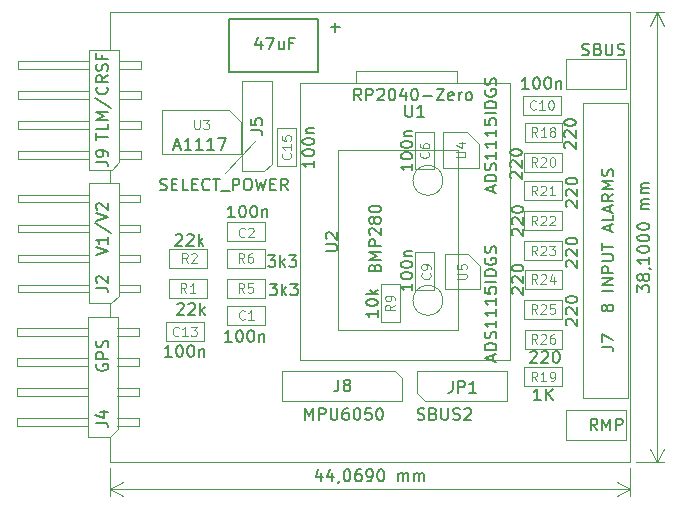
<source format=gbr>
G04 #@! TF.GenerationSoftware,KiCad,Pcbnew,7.0.1*
G04 #@! TF.CreationDate,2023-04-05T15:05:47+02:00*
G04 #@! TF.ProjectId,OXS_RP2040_Full,4f58535f-5250-4323-9034-305f46756c6c,rev?*
G04 #@! TF.SameCoordinates,Original*
G04 #@! TF.FileFunction,AssemblyDrawing,Top*
%FSLAX46Y46*%
G04 Gerber Fmt 4.6, Leading zero omitted, Abs format (unit mm)*
G04 Created by KiCad (PCBNEW 7.0.1) date 2023-04-05 15:05:47*
%MOMM*%
%LPD*%
G01*
G04 APERTURE LIST*
%ADD10C,0.100000*%
%ADD11C,0.150000*%
%ADD12C,0.120000*%
%ADD13C,0.127000*%
G04 APERTURE END LIST*
D10*
X68580000Y-76835000D02*
X68580000Y-73660000D01*
X112649000Y-111760000D02*
X112649000Y-73660000D01*
X68580000Y-88138000D02*
X68580000Y-86995000D01*
X112649000Y-73660000D02*
X68580000Y-73660000D01*
X78359000Y-87249000D02*
X80899000Y-84582000D01*
X68580000Y-111760000D02*
X68580000Y-109601000D01*
X68580000Y-99441000D02*
X68580000Y-98298000D01*
X68580000Y-111760000D02*
X112649000Y-111760000D01*
D11*
X86471643Y-112691951D02*
X86471643Y-113358618D01*
X86233548Y-112310999D02*
X85995453Y-113025284D01*
X85995453Y-113025284D02*
X86614500Y-113025284D01*
X87424024Y-112691951D02*
X87424024Y-113358618D01*
X87185929Y-112310999D02*
X86947834Y-113025284D01*
X86947834Y-113025284D02*
X87566881Y-113025284D01*
X87995453Y-113310999D02*
X87995453Y-113358618D01*
X87995453Y-113358618D02*
X87947834Y-113453856D01*
X87947834Y-113453856D02*
X87900215Y-113501475D01*
X88614500Y-112358618D02*
X88709738Y-112358618D01*
X88709738Y-112358618D02*
X88804976Y-112406237D01*
X88804976Y-112406237D02*
X88852595Y-112453856D01*
X88852595Y-112453856D02*
X88900214Y-112549094D01*
X88900214Y-112549094D02*
X88947833Y-112739570D01*
X88947833Y-112739570D02*
X88947833Y-112977665D01*
X88947833Y-112977665D02*
X88900214Y-113168141D01*
X88900214Y-113168141D02*
X88852595Y-113263379D01*
X88852595Y-113263379D02*
X88804976Y-113310999D01*
X88804976Y-113310999D02*
X88709738Y-113358618D01*
X88709738Y-113358618D02*
X88614500Y-113358618D01*
X88614500Y-113358618D02*
X88519262Y-113310999D01*
X88519262Y-113310999D02*
X88471643Y-113263379D01*
X88471643Y-113263379D02*
X88424024Y-113168141D01*
X88424024Y-113168141D02*
X88376405Y-112977665D01*
X88376405Y-112977665D02*
X88376405Y-112739570D01*
X88376405Y-112739570D02*
X88424024Y-112549094D01*
X88424024Y-112549094D02*
X88471643Y-112453856D01*
X88471643Y-112453856D02*
X88519262Y-112406237D01*
X88519262Y-112406237D02*
X88614500Y-112358618D01*
X89804976Y-112358618D02*
X89614500Y-112358618D01*
X89614500Y-112358618D02*
X89519262Y-112406237D01*
X89519262Y-112406237D02*
X89471643Y-112453856D01*
X89471643Y-112453856D02*
X89376405Y-112596713D01*
X89376405Y-112596713D02*
X89328786Y-112787189D01*
X89328786Y-112787189D02*
X89328786Y-113168141D01*
X89328786Y-113168141D02*
X89376405Y-113263379D01*
X89376405Y-113263379D02*
X89424024Y-113310999D01*
X89424024Y-113310999D02*
X89519262Y-113358618D01*
X89519262Y-113358618D02*
X89709738Y-113358618D01*
X89709738Y-113358618D02*
X89804976Y-113310999D01*
X89804976Y-113310999D02*
X89852595Y-113263379D01*
X89852595Y-113263379D02*
X89900214Y-113168141D01*
X89900214Y-113168141D02*
X89900214Y-112930046D01*
X89900214Y-112930046D02*
X89852595Y-112834808D01*
X89852595Y-112834808D02*
X89804976Y-112787189D01*
X89804976Y-112787189D02*
X89709738Y-112739570D01*
X89709738Y-112739570D02*
X89519262Y-112739570D01*
X89519262Y-112739570D02*
X89424024Y-112787189D01*
X89424024Y-112787189D02*
X89376405Y-112834808D01*
X89376405Y-112834808D02*
X89328786Y-112930046D01*
X90376405Y-113358618D02*
X90566881Y-113358618D01*
X90566881Y-113358618D02*
X90662119Y-113310999D01*
X90662119Y-113310999D02*
X90709738Y-113263379D01*
X90709738Y-113263379D02*
X90804976Y-113120522D01*
X90804976Y-113120522D02*
X90852595Y-112930046D01*
X90852595Y-112930046D02*
X90852595Y-112549094D01*
X90852595Y-112549094D02*
X90804976Y-112453856D01*
X90804976Y-112453856D02*
X90757357Y-112406237D01*
X90757357Y-112406237D02*
X90662119Y-112358618D01*
X90662119Y-112358618D02*
X90471643Y-112358618D01*
X90471643Y-112358618D02*
X90376405Y-112406237D01*
X90376405Y-112406237D02*
X90328786Y-112453856D01*
X90328786Y-112453856D02*
X90281167Y-112549094D01*
X90281167Y-112549094D02*
X90281167Y-112787189D01*
X90281167Y-112787189D02*
X90328786Y-112882427D01*
X90328786Y-112882427D02*
X90376405Y-112930046D01*
X90376405Y-112930046D02*
X90471643Y-112977665D01*
X90471643Y-112977665D02*
X90662119Y-112977665D01*
X90662119Y-112977665D02*
X90757357Y-112930046D01*
X90757357Y-112930046D02*
X90804976Y-112882427D01*
X90804976Y-112882427D02*
X90852595Y-112787189D01*
X91471643Y-112358618D02*
X91566881Y-112358618D01*
X91566881Y-112358618D02*
X91662119Y-112406237D01*
X91662119Y-112406237D02*
X91709738Y-112453856D01*
X91709738Y-112453856D02*
X91757357Y-112549094D01*
X91757357Y-112549094D02*
X91804976Y-112739570D01*
X91804976Y-112739570D02*
X91804976Y-112977665D01*
X91804976Y-112977665D02*
X91757357Y-113168141D01*
X91757357Y-113168141D02*
X91709738Y-113263379D01*
X91709738Y-113263379D02*
X91662119Y-113310999D01*
X91662119Y-113310999D02*
X91566881Y-113358618D01*
X91566881Y-113358618D02*
X91471643Y-113358618D01*
X91471643Y-113358618D02*
X91376405Y-113310999D01*
X91376405Y-113310999D02*
X91328786Y-113263379D01*
X91328786Y-113263379D02*
X91281167Y-113168141D01*
X91281167Y-113168141D02*
X91233548Y-112977665D01*
X91233548Y-112977665D02*
X91233548Y-112739570D01*
X91233548Y-112739570D02*
X91281167Y-112549094D01*
X91281167Y-112549094D02*
X91328786Y-112453856D01*
X91328786Y-112453856D02*
X91376405Y-112406237D01*
X91376405Y-112406237D02*
X91471643Y-112358618D01*
X92995453Y-113358618D02*
X92995453Y-112691951D01*
X92995453Y-112787189D02*
X93043072Y-112739570D01*
X93043072Y-112739570D02*
X93138310Y-112691951D01*
X93138310Y-112691951D02*
X93281167Y-112691951D01*
X93281167Y-112691951D02*
X93376405Y-112739570D01*
X93376405Y-112739570D02*
X93424024Y-112834808D01*
X93424024Y-112834808D02*
X93424024Y-113358618D01*
X93424024Y-112834808D02*
X93471643Y-112739570D01*
X93471643Y-112739570D02*
X93566881Y-112691951D01*
X93566881Y-112691951D02*
X93709738Y-112691951D01*
X93709738Y-112691951D02*
X93804977Y-112739570D01*
X93804977Y-112739570D02*
X93852596Y-112834808D01*
X93852596Y-112834808D02*
X93852596Y-113358618D01*
X94328786Y-113358618D02*
X94328786Y-112691951D01*
X94328786Y-112787189D02*
X94376405Y-112739570D01*
X94376405Y-112739570D02*
X94471643Y-112691951D01*
X94471643Y-112691951D02*
X94614500Y-112691951D01*
X94614500Y-112691951D02*
X94709738Y-112739570D01*
X94709738Y-112739570D02*
X94757357Y-112834808D01*
X94757357Y-112834808D02*
X94757357Y-113358618D01*
X94757357Y-112834808D02*
X94804976Y-112739570D01*
X94804976Y-112739570D02*
X94900214Y-112691951D01*
X94900214Y-112691951D02*
X95043071Y-112691951D01*
X95043071Y-112691951D02*
X95138310Y-112739570D01*
X95138310Y-112739570D02*
X95185929Y-112834808D01*
X95185929Y-112834808D02*
X95185929Y-113358618D01*
D10*
X68580000Y-112260000D02*
X68580000Y-114632419D01*
X112649000Y-112260000D02*
X112649000Y-114632419D01*
X68580000Y-114045999D02*
X112649000Y-114045999D01*
X68580000Y-114045999D02*
X112649000Y-114045999D01*
X68580000Y-114045999D02*
X69706504Y-113459578D01*
X68580000Y-114045999D02*
X69706504Y-114632420D01*
X112649000Y-114045999D02*
X111522496Y-114632420D01*
X112649000Y-114045999D02*
X111522496Y-113459578D01*
D11*
X113247619Y-97376665D02*
X113247619Y-96757618D01*
X113247619Y-96757618D02*
X113628571Y-97090951D01*
X113628571Y-97090951D02*
X113628571Y-96948094D01*
X113628571Y-96948094D02*
X113676190Y-96852856D01*
X113676190Y-96852856D02*
X113723809Y-96805237D01*
X113723809Y-96805237D02*
X113819047Y-96757618D01*
X113819047Y-96757618D02*
X114057142Y-96757618D01*
X114057142Y-96757618D02*
X114152380Y-96805237D01*
X114152380Y-96805237D02*
X114200000Y-96852856D01*
X114200000Y-96852856D02*
X114247619Y-96948094D01*
X114247619Y-96948094D02*
X114247619Y-97233808D01*
X114247619Y-97233808D02*
X114200000Y-97329046D01*
X114200000Y-97329046D02*
X114152380Y-97376665D01*
X113676190Y-96186189D02*
X113628571Y-96281427D01*
X113628571Y-96281427D02*
X113580952Y-96329046D01*
X113580952Y-96329046D02*
X113485714Y-96376665D01*
X113485714Y-96376665D02*
X113438095Y-96376665D01*
X113438095Y-96376665D02*
X113342857Y-96329046D01*
X113342857Y-96329046D02*
X113295238Y-96281427D01*
X113295238Y-96281427D02*
X113247619Y-96186189D01*
X113247619Y-96186189D02*
X113247619Y-95995713D01*
X113247619Y-95995713D02*
X113295238Y-95900475D01*
X113295238Y-95900475D02*
X113342857Y-95852856D01*
X113342857Y-95852856D02*
X113438095Y-95805237D01*
X113438095Y-95805237D02*
X113485714Y-95805237D01*
X113485714Y-95805237D02*
X113580952Y-95852856D01*
X113580952Y-95852856D02*
X113628571Y-95900475D01*
X113628571Y-95900475D02*
X113676190Y-95995713D01*
X113676190Y-95995713D02*
X113676190Y-96186189D01*
X113676190Y-96186189D02*
X113723809Y-96281427D01*
X113723809Y-96281427D02*
X113771428Y-96329046D01*
X113771428Y-96329046D02*
X113866666Y-96376665D01*
X113866666Y-96376665D02*
X114057142Y-96376665D01*
X114057142Y-96376665D02*
X114152380Y-96329046D01*
X114152380Y-96329046D02*
X114200000Y-96281427D01*
X114200000Y-96281427D02*
X114247619Y-96186189D01*
X114247619Y-96186189D02*
X114247619Y-95995713D01*
X114247619Y-95995713D02*
X114200000Y-95900475D01*
X114200000Y-95900475D02*
X114152380Y-95852856D01*
X114152380Y-95852856D02*
X114057142Y-95805237D01*
X114057142Y-95805237D02*
X113866666Y-95805237D01*
X113866666Y-95805237D02*
X113771428Y-95852856D01*
X113771428Y-95852856D02*
X113723809Y-95900475D01*
X113723809Y-95900475D02*
X113676190Y-95995713D01*
X114200000Y-95329046D02*
X114247619Y-95329046D01*
X114247619Y-95329046D02*
X114342857Y-95376665D01*
X114342857Y-95376665D02*
X114390476Y-95424284D01*
X114247619Y-94376666D02*
X114247619Y-94948094D01*
X114247619Y-94662380D02*
X113247619Y-94662380D01*
X113247619Y-94662380D02*
X113390476Y-94757618D01*
X113390476Y-94757618D02*
X113485714Y-94852856D01*
X113485714Y-94852856D02*
X113533333Y-94948094D01*
X113247619Y-93757618D02*
X113247619Y-93662380D01*
X113247619Y-93662380D02*
X113295238Y-93567142D01*
X113295238Y-93567142D02*
X113342857Y-93519523D01*
X113342857Y-93519523D02*
X113438095Y-93471904D01*
X113438095Y-93471904D02*
X113628571Y-93424285D01*
X113628571Y-93424285D02*
X113866666Y-93424285D01*
X113866666Y-93424285D02*
X114057142Y-93471904D01*
X114057142Y-93471904D02*
X114152380Y-93519523D01*
X114152380Y-93519523D02*
X114200000Y-93567142D01*
X114200000Y-93567142D02*
X114247619Y-93662380D01*
X114247619Y-93662380D02*
X114247619Y-93757618D01*
X114247619Y-93757618D02*
X114200000Y-93852856D01*
X114200000Y-93852856D02*
X114152380Y-93900475D01*
X114152380Y-93900475D02*
X114057142Y-93948094D01*
X114057142Y-93948094D02*
X113866666Y-93995713D01*
X113866666Y-93995713D02*
X113628571Y-93995713D01*
X113628571Y-93995713D02*
X113438095Y-93948094D01*
X113438095Y-93948094D02*
X113342857Y-93900475D01*
X113342857Y-93900475D02*
X113295238Y-93852856D01*
X113295238Y-93852856D02*
X113247619Y-93757618D01*
X113247619Y-92805237D02*
X113247619Y-92709999D01*
X113247619Y-92709999D02*
X113295238Y-92614761D01*
X113295238Y-92614761D02*
X113342857Y-92567142D01*
X113342857Y-92567142D02*
X113438095Y-92519523D01*
X113438095Y-92519523D02*
X113628571Y-92471904D01*
X113628571Y-92471904D02*
X113866666Y-92471904D01*
X113866666Y-92471904D02*
X114057142Y-92519523D01*
X114057142Y-92519523D02*
X114152380Y-92567142D01*
X114152380Y-92567142D02*
X114200000Y-92614761D01*
X114200000Y-92614761D02*
X114247619Y-92709999D01*
X114247619Y-92709999D02*
X114247619Y-92805237D01*
X114247619Y-92805237D02*
X114200000Y-92900475D01*
X114200000Y-92900475D02*
X114152380Y-92948094D01*
X114152380Y-92948094D02*
X114057142Y-92995713D01*
X114057142Y-92995713D02*
X113866666Y-93043332D01*
X113866666Y-93043332D02*
X113628571Y-93043332D01*
X113628571Y-93043332D02*
X113438095Y-92995713D01*
X113438095Y-92995713D02*
X113342857Y-92948094D01*
X113342857Y-92948094D02*
X113295238Y-92900475D01*
X113295238Y-92900475D02*
X113247619Y-92805237D01*
X113247619Y-91852856D02*
X113247619Y-91757618D01*
X113247619Y-91757618D02*
X113295238Y-91662380D01*
X113295238Y-91662380D02*
X113342857Y-91614761D01*
X113342857Y-91614761D02*
X113438095Y-91567142D01*
X113438095Y-91567142D02*
X113628571Y-91519523D01*
X113628571Y-91519523D02*
X113866666Y-91519523D01*
X113866666Y-91519523D02*
X114057142Y-91567142D01*
X114057142Y-91567142D02*
X114152380Y-91614761D01*
X114152380Y-91614761D02*
X114200000Y-91662380D01*
X114200000Y-91662380D02*
X114247619Y-91757618D01*
X114247619Y-91757618D02*
X114247619Y-91852856D01*
X114247619Y-91852856D02*
X114200000Y-91948094D01*
X114200000Y-91948094D02*
X114152380Y-91995713D01*
X114152380Y-91995713D02*
X114057142Y-92043332D01*
X114057142Y-92043332D02*
X113866666Y-92090951D01*
X113866666Y-92090951D02*
X113628571Y-92090951D01*
X113628571Y-92090951D02*
X113438095Y-92043332D01*
X113438095Y-92043332D02*
X113342857Y-91995713D01*
X113342857Y-91995713D02*
X113295238Y-91948094D01*
X113295238Y-91948094D02*
X113247619Y-91852856D01*
X114247619Y-90329046D02*
X113580952Y-90329046D01*
X113676190Y-90329046D02*
X113628571Y-90281427D01*
X113628571Y-90281427D02*
X113580952Y-90186189D01*
X113580952Y-90186189D02*
X113580952Y-90043332D01*
X113580952Y-90043332D02*
X113628571Y-89948094D01*
X113628571Y-89948094D02*
X113723809Y-89900475D01*
X113723809Y-89900475D02*
X114247619Y-89900475D01*
X113723809Y-89900475D02*
X113628571Y-89852856D01*
X113628571Y-89852856D02*
X113580952Y-89757618D01*
X113580952Y-89757618D02*
X113580952Y-89614761D01*
X113580952Y-89614761D02*
X113628571Y-89519522D01*
X113628571Y-89519522D02*
X113723809Y-89471903D01*
X113723809Y-89471903D02*
X114247619Y-89471903D01*
X114247619Y-88995713D02*
X113580952Y-88995713D01*
X113676190Y-88995713D02*
X113628571Y-88948094D01*
X113628571Y-88948094D02*
X113580952Y-88852856D01*
X113580952Y-88852856D02*
X113580952Y-88709999D01*
X113580952Y-88709999D02*
X113628571Y-88614761D01*
X113628571Y-88614761D02*
X113723809Y-88567142D01*
X113723809Y-88567142D02*
X114247619Y-88567142D01*
X113723809Y-88567142D02*
X113628571Y-88519523D01*
X113628571Y-88519523D02*
X113580952Y-88424285D01*
X113580952Y-88424285D02*
X113580952Y-88281428D01*
X113580952Y-88281428D02*
X113628571Y-88186189D01*
X113628571Y-88186189D02*
X113723809Y-88138570D01*
X113723809Y-88138570D02*
X114247619Y-88138570D01*
D10*
X113149000Y-111760000D02*
X115521420Y-111760000D01*
X113149000Y-73660000D02*
X115521420Y-73660000D01*
X114935000Y-111760000D02*
X114935000Y-73660000D01*
X114935000Y-111760000D02*
X114935000Y-73660000D01*
X114935000Y-111760000D02*
X114348579Y-110633496D01*
X114935000Y-111760000D02*
X115521421Y-110633496D01*
X114935000Y-73660000D02*
X115521421Y-74786504D01*
X114935000Y-73660000D02*
X114348579Y-74786504D01*
D11*
X102681857Y-97504094D02*
X102634238Y-97456475D01*
X102634238Y-97456475D02*
X102586619Y-97361237D01*
X102586619Y-97361237D02*
X102586619Y-97123142D01*
X102586619Y-97123142D02*
X102634238Y-97027904D01*
X102634238Y-97027904D02*
X102681857Y-96980285D01*
X102681857Y-96980285D02*
X102777095Y-96932666D01*
X102777095Y-96932666D02*
X102872333Y-96932666D01*
X102872333Y-96932666D02*
X103015190Y-96980285D01*
X103015190Y-96980285D02*
X103586619Y-97551713D01*
X103586619Y-97551713D02*
X103586619Y-96932666D01*
X102681857Y-96551713D02*
X102634238Y-96504094D01*
X102634238Y-96504094D02*
X102586619Y-96408856D01*
X102586619Y-96408856D02*
X102586619Y-96170761D01*
X102586619Y-96170761D02*
X102634238Y-96075523D01*
X102634238Y-96075523D02*
X102681857Y-96027904D01*
X102681857Y-96027904D02*
X102777095Y-95980285D01*
X102777095Y-95980285D02*
X102872333Y-95980285D01*
X102872333Y-95980285D02*
X103015190Y-96027904D01*
X103015190Y-96027904D02*
X103586619Y-96599332D01*
X103586619Y-96599332D02*
X103586619Y-95980285D01*
X102586619Y-95361237D02*
X102586619Y-95265999D01*
X102586619Y-95265999D02*
X102634238Y-95170761D01*
X102634238Y-95170761D02*
X102681857Y-95123142D01*
X102681857Y-95123142D02*
X102777095Y-95075523D01*
X102777095Y-95075523D02*
X102967571Y-95027904D01*
X102967571Y-95027904D02*
X103205666Y-95027904D01*
X103205666Y-95027904D02*
X103396142Y-95075523D01*
X103396142Y-95075523D02*
X103491380Y-95123142D01*
X103491380Y-95123142D02*
X103539000Y-95170761D01*
X103539000Y-95170761D02*
X103586619Y-95265999D01*
X103586619Y-95265999D02*
X103586619Y-95361237D01*
X103586619Y-95361237D02*
X103539000Y-95456475D01*
X103539000Y-95456475D02*
X103491380Y-95504094D01*
X103491380Y-95504094D02*
X103396142Y-95551713D01*
X103396142Y-95551713D02*
X103205666Y-95599332D01*
X103205666Y-95599332D02*
X102967571Y-95599332D01*
X102967571Y-95599332D02*
X102777095Y-95551713D01*
X102777095Y-95551713D02*
X102681857Y-95504094D01*
X102681857Y-95504094D02*
X102634238Y-95456475D01*
X102634238Y-95456475D02*
X102586619Y-95361237D01*
D12*
X104768714Y-96636095D02*
X104502047Y-96255142D01*
X104311571Y-96636095D02*
X104311571Y-95836095D01*
X104311571Y-95836095D02*
X104616333Y-95836095D01*
X104616333Y-95836095D02*
X104692523Y-95874190D01*
X104692523Y-95874190D02*
X104730618Y-95912285D01*
X104730618Y-95912285D02*
X104768714Y-95988476D01*
X104768714Y-95988476D02*
X104768714Y-96102761D01*
X104768714Y-96102761D02*
X104730618Y-96178952D01*
X104730618Y-96178952D02*
X104692523Y-96217047D01*
X104692523Y-96217047D02*
X104616333Y-96255142D01*
X104616333Y-96255142D02*
X104311571Y-96255142D01*
X105073475Y-95912285D02*
X105111571Y-95874190D01*
X105111571Y-95874190D02*
X105187761Y-95836095D01*
X105187761Y-95836095D02*
X105378237Y-95836095D01*
X105378237Y-95836095D02*
X105454428Y-95874190D01*
X105454428Y-95874190D02*
X105492523Y-95912285D01*
X105492523Y-95912285D02*
X105530618Y-95988476D01*
X105530618Y-95988476D02*
X105530618Y-96064666D01*
X105530618Y-96064666D02*
X105492523Y-96178952D01*
X105492523Y-96178952D02*
X105035380Y-96636095D01*
X105035380Y-96636095D02*
X105530618Y-96636095D01*
X106216333Y-96102761D02*
X106216333Y-96636095D01*
X106025857Y-95798000D02*
X105835380Y-96369428D01*
X105835380Y-96369428D02*
X106330619Y-96369428D01*
D11*
X107253857Y-90138094D02*
X107206238Y-90090475D01*
X107206238Y-90090475D02*
X107158619Y-89995237D01*
X107158619Y-89995237D02*
X107158619Y-89757142D01*
X107158619Y-89757142D02*
X107206238Y-89661904D01*
X107206238Y-89661904D02*
X107253857Y-89614285D01*
X107253857Y-89614285D02*
X107349095Y-89566666D01*
X107349095Y-89566666D02*
X107444333Y-89566666D01*
X107444333Y-89566666D02*
X107587190Y-89614285D01*
X107587190Y-89614285D02*
X108158619Y-90185713D01*
X108158619Y-90185713D02*
X108158619Y-89566666D01*
X107253857Y-89185713D02*
X107206238Y-89138094D01*
X107206238Y-89138094D02*
X107158619Y-89042856D01*
X107158619Y-89042856D02*
X107158619Y-88804761D01*
X107158619Y-88804761D02*
X107206238Y-88709523D01*
X107206238Y-88709523D02*
X107253857Y-88661904D01*
X107253857Y-88661904D02*
X107349095Y-88614285D01*
X107349095Y-88614285D02*
X107444333Y-88614285D01*
X107444333Y-88614285D02*
X107587190Y-88661904D01*
X107587190Y-88661904D02*
X108158619Y-89233332D01*
X108158619Y-89233332D02*
X108158619Y-88614285D01*
X107158619Y-87995237D02*
X107158619Y-87899999D01*
X107158619Y-87899999D02*
X107206238Y-87804761D01*
X107206238Y-87804761D02*
X107253857Y-87757142D01*
X107253857Y-87757142D02*
X107349095Y-87709523D01*
X107349095Y-87709523D02*
X107539571Y-87661904D01*
X107539571Y-87661904D02*
X107777666Y-87661904D01*
X107777666Y-87661904D02*
X107968142Y-87709523D01*
X107968142Y-87709523D02*
X108063380Y-87757142D01*
X108063380Y-87757142D02*
X108111000Y-87804761D01*
X108111000Y-87804761D02*
X108158619Y-87899999D01*
X108158619Y-87899999D02*
X108158619Y-87995237D01*
X108158619Y-87995237D02*
X108111000Y-88090475D01*
X108111000Y-88090475D02*
X108063380Y-88138094D01*
X108063380Y-88138094D02*
X107968142Y-88185713D01*
X107968142Y-88185713D02*
X107777666Y-88233332D01*
X107777666Y-88233332D02*
X107539571Y-88233332D01*
X107539571Y-88233332D02*
X107349095Y-88185713D01*
X107349095Y-88185713D02*
X107253857Y-88138094D01*
X107253857Y-88138094D02*
X107206238Y-88090475D01*
X107206238Y-88090475D02*
X107158619Y-87995237D01*
D12*
X104742714Y-89143095D02*
X104476047Y-88762142D01*
X104285571Y-89143095D02*
X104285571Y-88343095D01*
X104285571Y-88343095D02*
X104590333Y-88343095D01*
X104590333Y-88343095D02*
X104666523Y-88381190D01*
X104666523Y-88381190D02*
X104704618Y-88419285D01*
X104704618Y-88419285D02*
X104742714Y-88495476D01*
X104742714Y-88495476D02*
X104742714Y-88609761D01*
X104742714Y-88609761D02*
X104704618Y-88685952D01*
X104704618Y-88685952D02*
X104666523Y-88724047D01*
X104666523Y-88724047D02*
X104590333Y-88762142D01*
X104590333Y-88762142D02*
X104285571Y-88762142D01*
X105047475Y-88419285D02*
X105085571Y-88381190D01*
X105085571Y-88381190D02*
X105161761Y-88343095D01*
X105161761Y-88343095D02*
X105352237Y-88343095D01*
X105352237Y-88343095D02*
X105428428Y-88381190D01*
X105428428Y-88381190D02*
X105466523Y-88419285D01*
X105466523Y-88419285D02*
X105504618Y-88495476D01*
X105504618Y-88495476D02*
X105504618Y-88571666D01*
X105504618Y-88571666D02*
X105466523Y-88685952D01*
X105466523Y-88685952D02*
X105009380Y-89143095D01*
X105009380Y-89143095D02*
X105504618Y-89143095D01*
X106266523Y-89143095D02*
X105809380Y-89143095D01*
X106037952Y-89143095D02*
X106037952Y-88343095D01*
X106037952Y-88343095D02*
X105961761Y-88457380D01*
X105961761Y-88457380D02*
X105885571Y-88533571D01*
X105885571Y-88533571D02*
X105809380Y-88571666D01*
D11*
X109855095Y-109047619D02*
X109521762Y-108571428D01*
X109283667Y-109047619D02*
X109283667Y-108047619D01*
X109283667Y-108047619D02*
X109664619Y-108047619D01*
X109664619Y-108047619D02*
X109759857Y-108095238D01*
X109759857Y-108095238D02*
X109807476Y-108142857D01*
X109807476Y-108142857D02*
X109855095Y-108238095D01*
X109855095Y-108238095D02*
X109855095Y-108380952D01*
X109855095Y-108380952D02*
X109807476Y-108476190D01*
X109807476Y-108476190D02*
X109759857Y-108523809D01*
X109759857Y-108523809D02*
X109664619Y-108571428D01*
X109664619Y-108571428D02*
X109283667Y-108571428D01*
X110283667Y-109047619D02*
X110283667Y-108047619D01*
X110283667Y-108047619D02*
X110617000Y-108761904D01*
X110617000Y-108761904D02*
X110950333Y-108047619D01*
X110950333Y-108047619D02*
X110950333Y-109047619D01*
X111426524Y-109047619D02*
X111426524Y-108047619D01*
X111426524Y-108047619D02*
X111807476Y-108047619D01*
X111807476Y-108047619D02*
X111902714Y-108095238D01*
X111902714Y-108095238D02*
X111950333Y-108142857D01*
X111950333Y-108142857D02*
X111997952Y-108238095D01*
X111997952Y-108238095D02*
X111997952Y-108380952D01*
X111997952Y-108380952D02*
X111950333Y-108476190D01*
X111950333Y-108476190D02*
X111902714Y-108523809D01*
X111902714Y-108523809D02*
X111807476Y-108571428D01*
X111807476Y-108571428D02*
X111426524Y-108571428D01*
X110635190Y-98797333D02*
X110587571Y-98892571D01*
X110587571Y-98892571D02*
X110539952Y-98940190D01*
X110539952Y-98940190D02*
X110444714Y-98987809D01*
X110444714Y-98987809D02*
X110397095Y-98987809D01*
X110397095Y-98987809D02*
X110301857Y-98940190D01*
X110301857Y-98940190D02*
X110254238Y-98892571D01*
X110254238Y-98892571D02*
X110206619Y-98797333D01*
X110206619Y-98797333D02*
X110206619Y-98606857D01*
X110206619Y-98606857D02*
X110254238Y-98511619D01*
X110254238Y-98511619D02*
X110301857Y-98464000D01*
X110301857Y-98464000D02*
X110397095Y-98416381D01*
X110397095Y-98416381D02*
X110444714Y-98416381D01*
X110444714Y-98416381D02*
X110539952Y-98464000D01*
X110539952Y-98464000D02*
X110587571Y-98511619D01*
X110587571Y-98511619D02*
X110635190Y-98606857D01*
X110635190Y-98606857D02*
X110635190Y-98797333D01*
X110635190Y-98797333D02*
X110682809Y-98892571D01*
X110682809Y-98892571D02*
X110730428Y-98940190D01*
X110730428Y-98940190D02*
X110825666Y-98987809D01*
X110825666Y-98987809D02*
X111016142Y-98987809D01*
X111016142Y-98987809D02*
X111111380Y-98940190D01*
X111111380Y-98940190D02*
X111159000Y-98892571D01*
X111159000Y-98892571D02*
X111206619Y-98797333D01*
X111206619Y-98797333D02*
X111206619Y-98606857D01*
X111206619Y-98606857D02*
X111159000Y-98511619D01*
X111159000Y-98511619D02*
X111111380Y-98464000D01*
X111111380Y-98464000D02*
X111016142Y-98416381D01*
X111016142Y-98416381D02*
X110825666Y-98416381D01*
X110825666Y-98416381D02*
X110730428Y-98464000D01*
X110730428Y-98464000D02*
X110682809Y-98511619D01*
X110682809Y-98511619D02*
X110635190Y-98606857D01*
X111206619Y-97225904D02*
X110206619Y-97225904D01*
X111206619Y-96749714D02*
X110206619Y-96749714D01*
X110206619Y-96749714D02*
X111206619Y-96178286D01*
X111206619Y-96178286D02*
X110206619Y-96178286D01*
X111206619Y-95702095D02*
X110206619Y-95702095D01*
X110206619Y-95702095D02*
X110206619Y-95321143D01*
X110206619Y-95321143D02*
X110254238Y-95225905D01*
X110254238Y-95225905D02*
X110301857Y-95178286D01*
X110301857Y-95178286D02*
X110397095Y-95130667D01*
X110397095Y-95130667D02*
X110539952Y-95130667D01*
X110539952Y-95130667D02*
X110635190Y-95178286D01*
X110635190Y-95178286D02*
X110682809Y-95225905D01*
X110682809Y-95225905D02*
X110730428Y-95321143D01*
X110730428Y-95321143D02*
X110730428Y-95702095D01*
X110206619Y-94702095D02*
X111016142Y-94702095D01*
X111016142Y-94702095D02*
X111111380Y-94654476D01*
X111111380Y-94654476D02*
X111159000Y-94606857D01*
X111159000Y-94606857D02*
X111206619Y-94511619D01*
X111206619Y-94511619D02*
X111206619Y-94321143D01*
X111206619Y-94321143D02*
X111159000Y-94225905D01*
X111159000Y-94225905D02*
X111111380Y-94178286D01*
X111111380Y-94178286D02*
X111016142Y-94130667D01*
X111016142Y-94130667D02*
X110206619Y-94130667D01*
X110206619Y-93797333D02*
X110206619Y-93225905D01*
X111206619Y-93511619D02*
X110206619Y-93511619D01*
X110920904Y-92178285D02*
X110920904Y-91702095D01*
X111206619Y-92273523D02*
X110206619Y-91940190D01*
X110206619Y-91940190D02*
X111206619Y-91606857D01*
X111206619Y-90797333D02*
X111206619Y-91273523D01*
X111206619Y-91273523D02*
X110206619Y-91273523D01*
X110920904Y-90511618D02*
X110920904Y-90035428D01*
X111206619Y-90606856D02*
X110206619Y-90273523D01*
X110206619Y-90273523D02*
X111206619Y-89940190D01*
X111206619Y-89035428D02*
X110730428Y-89368761D01*
X111206619Y-89606856D02*
X110206619Y-89606856D01*
X110206619Y-89606856D02*
X110206619Y-89225904D01*
X110206619Y-89225904D02*
X110254238Y-89130666D01*
X110254238Y-89130666D02*
X110301857Y-89083047D01*
X110301857Y-89083047D02*
X110397095Y-89035428D01*
X110397095Y-89035428D02*
X110539952Y-89035428D01*
X110539952Y-89035428D02*
X110635190Y-89083047D01*
X110635190Y-89083047D02*
X110682809Y-89130666D01*
X110682809Y-89130666D02*
X110730428Y-89225904D01*
X110730428Y-89225904D02*
X110730428Y-89606856D01*
X111206619Y-88606856D02*
X110206619Y-88606856D01*
X110206619Y-88606856D02*
X110920904Y-88273523D01*
X110920904Y-88273523D02*
X110206619Y-87940190D01*
X110206619Y-87940190D02*
X111206619Y-87940190D01*
X111159000Y-87511618D02*
X111206619Y-87368761D01*
X111206619Y-87368761D02*
X111206619Y-87130666D01*
X111206619Y-87130666D02*
X111159000Y-87035428D01*
X111159000Y-87035428D02*
X111111380Y-86987809D01*
X111111380Y-86987809D02*
X111016142Y-86940190D01*
X111016142Y-86940190D02*
X110920904Y-86940190D01*
X110920904Y-86940190D02*
X110825666Y-86987809D01*
X110825666Y-86987809D02*
X110778047Y-87035428D01*
X110778047Y-87035428D02*
X110730428Y-87130666D01*
X110730428Y-87130666D02*
X110682809Y-87321142D01*
X110682809Y-87321142D02*
X110635190Y-87416380D01*
X110635190Y-87416380D02*
X110587571Y-87463999D01*
X110587571Y-87463999D02*
X110492333Y-87511618D01*
X110492333Y-87511618D02*
X110397095Y-87511618D01*
X110397095Y-87511618D02*
X110301857Y-87463999D01*
X110301857Y-87463999D02*
X110254238Y-87416380D01*
X110254238Y-87416380D02*
X110206619Y-87321142D01*
X110206619Y-87321142D02*
X110206619Y-87083047D01*
X110206619Y-87083047D02*
X110254238Y-86940190D01*
X110206619Y-101980333D02*
X110920904Y-101980333D01*
X110920904Y-101980333D02*
X111063761Y-102027952D01*
X111063761Y-102027952D02*
X111159000Y-102123190D01*
X111159000Y-102123190D02*
X111206619Y-102266047D01*
X111206619Y-102266047D02*
X111206619Y-102361285D01*
X110206619Y-101599380D02*
X110206619Y-100932714D01*
X110206619Y-100932714D02*
X111206619Y-101361285D01*
X90997809Y-95265571D02*
X91045428Y-95122714D01*
X91045428Y-95122714D02*
X91093047Y-95075095D01*
X91093047Y-95075095D02*
X91188285Y-95027476D01*
X91188285Y-95027476D02*
X91331142Y-95027476D01*
X91331142Y-95027476D02*
X91426380Y-95075095D01*
X91426380Y-95075095D02*
X91474000Y-95122714D01*
X91474000Y-95122714D02*
X91521619Y-95217952D01*
X91521619Y-95217952D02*
X91521619Y-95598904D01*
X91521619Y-95598904D02*
X90521619Y-95598904D01*
X90521619Y-95598904D02*
X90521619Y-95265571D01*
X90521619Y-95265571D02*
X90569238Y-95170333D01*
X90569238Y-95170333D02*
X90616857Y-95122714D01*
X90616857Y-95122714D02*
X90712095Y-95075095D01*
X90712095Y-95075095D02*
X90807333Y-95075095D01*
X90807333Y-95075095D02*
X90902571Y-95122714D01*
X90902571Y-95122714D02*
X90950190Y-95170333D01*
X90950190Y-95170333D02*
X90997809Y-95265571D01*
X90997809Y-95265571D02*
X90997809Y-95598904D01*
X91521619Y-94598904D02*
X90521619Y-94598904D01*
X90521619Y-94598904D02*
X91235904Y-94265571D01*
X91235904Y-94265571D02*
X90521619Y-93932238D01*
X90521619Y-93932238D02*
X91521619Y-93932238D01*
X91521619Y-93456047D02*
X90521619Y-93456047D01*
X90521619Y-93456047D02*
X90521619Y-93075095D01*
X90521619Y-93075095D02*
X90569238Y-92979857D01*
X90569238Y-92979857D02*
X90616857Y-92932238D01*
X90616857Y-92932238D02*
X90712095Y-92884619D01*
X90712095Y-92884619D02*
X90854952Y-92884619D01*
X90854952Y-92884619D02*
X90950190Y-92932238D01*
X90950190Y-92932238D02*
X90997809Y-92979857D01*
X90997809Y-92979857D02*
X91045428Y-93075095D01*
X91045428Y-93075095D02*
X91045428Y-93456047D01*
X90616857Y-92503666D02*
X90569238Y-92456047D01*
X90569238Y-92456047D02*
X90521619Y-92360809D01*
X90521619Y-92360809D02*
X90521619Y-92122714D01*
X90521619Y-92122714D02*
X90569238Y-92027476D01*
X90569238Y-92027476D02*
X90616857Y-91979857D01*
X90616857Y-91979857D02*
X90712095Y-91932238D01*
X90712095Y-91932238D02*
X90807333Y-91932238D01*
X90807333Y-91932238D02*
X90950190Y-91979857D01*
X90950190Y-91979857D02*
X91521619Y-92551285D01*
X91521619Y-92551285D02*
X91521619Y-91932238D01*
X90950190Y-91360809D02*
X90902571Y-91456047D01*
X90902571Y-91456047D02*
X90854952Y-91503666D01*
X90854952Y-91503666D02*
X90759714Y-91551285D01*
X90759714Y-91551285D02*
X90712095Y-91551285D01*
X90712095Y-91551285D02*
X90616857Y-91503666D01*
X90616857Y-91503666D02*
X90569238Y-91456047D01*
X90569238Y-91456047D02*
X90521619Y-91360809D01*
X90521619Y-91360809D02*
X90521619Y-91170333D01*
X90521619Y-91170333D02*
X90569238Y-91075095D01*
X90569238Y-91075095D02*
X90616857Y-91027476D01*
X90616857Y-91027476D02*
X90712095Y-90979857D01*
X90712095Y-90979857D02*
X90759714Y-90979857D01*
X90759714Y-90979857D02*
X90854952Y-91027476D01*
X90854952Y-91027476D02*
X90902571Y-91075095D01*
X90902571Y-91075095D02*
X90950190Y-91170333D01*
X90950190Y-91170333D02*
X90950190Y-91360809D01*
X90950190Y-91360809D02*
X90997809Y-91456047D01*
X90997809Y-91456047D02*
X91045428Y-91503666D01*
X91045428Y-91503666D02*
X91140666Y-91551285D01*
X91140666Y-91551285D02*
X91331142Y-91551285D01*
X91331142Y-91551285D02*
X91426380Y-91503666D01*
X91426380Y-91503666D02*
X91474000Y-91456047D01*
X91474000Y-91456047D02*
X91521619Y-91360809D01*
X91521619Y-91360809D02*
X91521619Y-91170333D01*
X91521619Y-91170333D02*
X91474000Y-91075095D01*
X91474000Y-91075095D02*
X91426380Y-91027476D01*
X91426380Y-91027476D02*
X91331142Y-90979857D01*
X91331142Y-90979857D02*
X91140666Y-90979857D01*
X91140666Y-90979857D02*
X91045428Y-91027476D01*
X91045428Y-91027476D02*
X90997809Y-91075095D01*
X90997809Y-91075095D02*
X90950190Y-91170333D01*
X90521619Y-90360809D02*
X90521619Y-90265571D01*
X90521619Y-90265571D02*
X90569238Y-90170333D01*
X90569238Y-90170333D02*
X90616857Y-90122714D01*
X90616857Y-90122714D02*
X90712095Y-90075095D01*
X90712095Y-90075095D02*
X90902571Y-90027476D01*
X90902571Y-90027476D02*
X91140666Y-90027476D01*
X91140666Y-90027476D02*
X91331142Y-90075095D01*
X91331142Y-90075095D02*
X91426380Y-90122714D01*
X91426380Y-90122714D02*
X91474000Y-90170333D01*
X91474000Y-90170333D02*
X91521619Y-90265571D01*
X91521619Y-90265571D02*
X91521619Y-90360809D01*
X91521619Y-90360809D02*
X91474000Y-90456047D01*
X91474000Y-90456047D02*
X91426380Y-90503666D01*
X91426380Y-90503666D02*
X91331142Y-90551285D01*
X91331142Y-90551285D02*
X91140666Y-90598904D01*
X91140666Y-90598904D02*
X90902571Y-90598904D01*
X90902571Y-90598904D02*
X90712095Y-90551285D01*
X90712095Y-90551285D02*
X90616857Y-90503666D01*
X90616857Y-90503666D02*
X90569238Y-90456047D01*
X90569238Y-90456047D02*
X90521619Y-90360809D01*
X86838619Y-93852904D02*
X87648142Y-93852904D01*
X87648142Y-93852904D02*
X87743380Y-93805285D01*
X87743380Y-93805285D02*
X87791000Y-93757666D01*
X87791000Y-93757666D02*
X87838619Y-93662428D01*
X87838619Y-93662428D02*
X87838619Y-93471952D01*
X87838619Y-93471952D02*
X87791000Y-93376714D01*
X87791000Y-93376714D02*
X87743380Y-93329095D01*
X87743380Y-93329095D02*
X87648142Y-93281476D01*
X87648142Y-93281476D02*
X86838619Y-93281476D01*
X86933857Y-92852904D02*
X86886238Y-92805285D01*
X86886238Y-92805285D02*
X86838619Y-92710047D01*
X86838619Y-92710047D02*
X86838619Y-92471952D01*
X86838619Y-92471952D02*
X86886238Y-92376714D01*
X86886238Y-92376714D02*
X86933857Y-92329095D01*
X86933857Y-92329095D02*
X87029095Y-92281476D01*
X87029095Y-92281476D02*
X87124333Y-92281476D01*
X87124333Y-92281476D02*
X87267190Y-92329095D01*
X87267190Y-92329095D02*
X87838619Y-92900523D01*
X87838619Y-92900523D02*
X87838619Y-92281476D01*
X107253857Y-100171094D02*
X107206238Y-100123475D01*
X107206238Y-100123475D02*
X107158619Y-100028237D01*
X107158619Y-100028237D02*
X107158619Y-99790142D01*
X107158619Y-99790142D02*
X107206238Y-99694904D01*
X107206238Y-99694904D02*
X107253857Y-99647285D01*
X107253857Y-99647285D02*
X107349095Y-99599666D01*
X107349095Y-99599666D02*
X107444333Y-99599666D01*
X107444333Y-99599666D02*
X107587190Y-99647285D01*
X107587190Y-99647285D02*
X108158619Y-100218713D01*
X108158619Y-100218713D02*
X108158619Y-99599666D01*
X107253857Y-99218713D02*
X107206238Y-99171094D01*
X107206238Y-99171094D02*
X107158619Y-99075856D01*
X107158619Y-99075856D02*
X107158619Y-98837761D01*
X107158619Y-98837761D02*
X107206238Y-98742523D01*
X107206238Y-98742523D02*
X107253857Y-98694904D01*
X107253857Y-98694904D02*
X107349095Y-98647285D01*
X107349095Y-98647285D02*
X107444333Y-98647285D01*
X107444333Y-98647285D02*
X107587190Y-98694904D01*
X107587190Y-98694904D02*
X108158619Y-99266332D01*
X108158619Y-99266332D02*
X108158619Y-98647285D01*
X107158619Y-98028237D02*
X107158619Y-97932999D01*
X107158619Y-97932999D02*
X107206238Y-97837761D01*
X107206238Y-97837761D02*
X107253857Y-97790142D01*
X107253857Y-97790142D02*
X107349095Y-97742523D01*
X107349095Y-97742523D02*
X107539571Y-97694904D01*
X107539571Y-97694904D02*
X107777666Y-97694904D01*
X107777666Y-97694904D02*
X107968142Y-97742523D01*
X107968142Y-97742523D02*
X108063380Y-97790142D01*
X108063380Y-97790142D02*
X108111000Y-97837761D01*
X108111000Y-97837761D02*
X108158619Y-97932999D01*
X108158619Y-97932999D02*
X108158619Y-98028237D01*
X108158619Y-98028237D02*
X108111000Y-98123475D01*
X108111000Y-98123475D02*
X108063380Y-98171094D01*
X108063380Y-98171094D02*
X107968142Y-98218713D01*
X107968142Y-98218713D02*
X107777666Y-98266332D01*
X107777666Y-98266332D02*
X107539571Y-98266332D01*
X107539571Y-98266332D02*
X107349095Y-98218713D01*
X107349095Y-98218713D02*
X107253857Y-98171094D01*
X107253857Y-98171094D02*
X107206238Y-98123475D01*
X107206238Y-98123475D02*
X107158619Y-98028237D01*
D12*
X104742714Y-99176095D02*
X104476047Y-98795142D01*
X104285571Y-99176095D02*
X104285571Y-98376095D01*
X104285571Y-98376095D02*
X104590333Y-98376095D01*
X104590333Y-98376095D02*
X104666523Y-98414190D01*
X104666523Y-98414190D02*
X104704618Y-98452285D01*
X104704618Y-98452285D02*
X104742714Y-98528476D01*
X104742714Y-98528476D02*
X104742714Y-98642761D01*
X104742714Y-98642761D02*
X104704618Y-98718952D01*
X104704618Y-98718952D02*
X104666523Y-98757047D01*
X104666523Y-98757047D02*
X104590333Y-98795142D01*
X104590333Y-98795142D02*
X104285571Y-98795142D01*
X105047475Y-98452285D02*
X105085571Y-98414190D01*
X105085571Y-98414190D02*
X105161761Y-98376095D01*
X105161761Y-98376095D02*
X105352237Y-98376095D01*
X105352237Y-98376095D02*
X105428428Y-98414190D01*
X105428428Y-98414190D02*
X105466523Y-98452285D01*
X105466523Y-98452285D02*
X105504618Y-98528476D01*
X105504618Y-98528476D02*
X105504618Y-98604666D01*
X105504618Y-98604666D02*
X105466523Y-98718952D01*
X105466523Y-98718952D02*
X105009380Y-99176095D01*
X105009380Y-99176095D02*
X105504618Y-99176095D01*
X106228428Y-98376095D02*
X105847476Y-98376095D01*
X105847476Y-98376095D02*
X105809380Y-98757047D01*
X105809380Y-98757047D02*
X105847476Y-98718952D01*
X105847476Y-98718952D02*
X105923666Y-98680857D01*
X105923666Y-98680857D02*
X106114142Y-98680857D01*
X106114142Y-98680857D02*
X106190333Y-98718952D01*
X106190333Y-98718952D02*
X106228428Y-98757047D01*
X106228428Y-98757047D02*
X106266523Y-98833238D01*
X106266523Y-98833238D02*
X106266523Y-99023714D01*
X106266523Y-99023714D02*
X106228428Y-99099904D01*
X106228428Y-99099904D02*
X106190333Y-99138000D01*
X106190333Y-99138000D02*
X106114142Y-99176095D01*
X106114142Y-99176095D02*
X105923666Y-99176095D01*
X105923666Y-99176095D02*
X105847476Y-99138000D01*
X105847476Y-99138000D02*
X105809380Y-99099904D01*
D11*
X89853047Y-81107619D02*
X89519714Y-80631428D01*
X89281619Y-81107619D02*
X89281619Y-80107619D01*
X89281619Y-80107619D02*
X89662571Y-80107619D01*
X89662571Y-80107619D02*
X89757809Y-80155238D01*
X89757809Y-80155238D02*
X89805428Y-80202857D01*
X89805428Y-80202857D02*
X89853047Y-80298095D01*
X89853047Y-80298095D02*
X89853047Y-80440952D01*
X89853047Y-80440952D02*
X89805428Y-80536190D01*
X89805428Y-80536190D02*
X89757809Y-80583809D01*
X89757809Y-80583809D02*
X89662571Y-80631428D01*
X89662571Y-80631428D02*
X89281619Y-80631428D01*
X90281619Y-81107619D02*
X90281619Y-80107619D01*
X90281619Y-80107619D02*
X90662571Y-80107619D01*
X90662571Y-80107619D02*
X90757809Y-80155238D01*
X90757809Y-80155238D02*
X90805428Y-80202857D01*
X90805428Y-80202857D02*
X90853047Y-80298095D01*
X90853047Y-80298095D02*
X90853047Y-80440952D01*
X90853047Y-80440952D02*
X90805428Y-80536190D01*
X90805428Y-80536190D02*
X90757809Y-80583809D01*
X90757809Y-80583809D02*
X90662571Y-80631428D01*
X90662571Y-80631428D02*
X90281619Y-80631428D01*
X91234000Y-80202857D02*
X91281619Y-80155238D01*
X91281619Y-80155238D02*
X91376857Y-80107619D01*
X91376857Y-80107619D02*
X91614952Y-80107619D01*
X91614952Y-80107619D02*
X91710190Y-80155238D01*
X91710190Y-80155238D02*
X91757809Y-80202857D01*
X91757809Y-80202857D02*
X91805428Y-80298095D01*
X91805428Y-80298095D02*
X91805428Y-80393333D01*
X91805428Y-80393333D02*
X91757809Y-80536190D01*
X91757809Y-80536190D02*
X91186381Y-81107619D01*
X91186381Y-81107619D02*
X91805428Y-81107619D01*
X92424476Y-80107619D02*
X92519714Y-80107619D01*
X92519714Y-80107619D02*
X92614952Y-80155238D01*
X92614952Y-80155238D02*
X92662571Y-80202857D01*
X92662571Y-80202857D02*
X92710190Y-80298095D01*
X92710190Y-80298095D02*
X92757809Y-80488571D01*
X92757809Y-80488571D02*
X92757809Y-80726666D01*
X92757809Y-80726666D02*
X92710190Y-80917142D01*
X92710190Y-80917142D02*
X92662571Y-81012380D01*
X92662571Y-81012380D02*
X92614952Y-81060000D01*
X92614952Y-81060000D02*
X92519714Y-81107619D01*
X92519714Y-81107619D02*
X92424476Y-81107619D01*
X92424476Y-81107619D02*
X92329238Y-81060000D01*
X92329238Y-81060000D02*
X92281619Y-81012380D01*
X92281619Y-81012380D02*
X92234000Y-80917142D01*
X92234000Y-80917142D02*
X92186381Y-80726666D01*
X92186381Y-80726666D02*
X92186381Y-80488571D01*
X92186381Y-80488571D02*
X92234000Y-80298095D01*
X92234000Y-80298095D02*
X92281619Y-80202857D01*
X92281619Y-80202857D02*
X92329238Y-80155238D01*
X92329238Y-80155238D02*
X92424476Y-80107619D01*
X93614952Y-80440952D02*
X93614952Y-81107619D01*
X93376857Y-80060000D02*
X93138762Y-80774285D01*
X93138762Y-80774285D02*
X93757809Y-80774285D01*
X94329238Y-80107619D02*
X94424476Y-80107619D01*
X94424476Y-80107619D02*
X94519714Y-80155238D01*
X94519714Y-80155238D02*
X94567333Y-80202857D01*
X94567333Y-80202857D02*
X94614952Y-80298095D01*
X94614952Y-80298095D02*
X94662571Y-80488571D01*
X94662571Y-80488571D02*
X94662571Y-80726666D01*
X94662571Y-80726666D02*
X94614952Y-80917142D01*
X94614952Y-80917142D02*
X94567333Y-81012380D01*
X94567333Y-81012380D02*
X94519714Y-81060000D01*
X94519714Y-81060000D02*
X94424476Y-81107619D01*
X94424476Y-81107619D02*
X94329238Y-81107619D01*
X94329238Y-81107619D02*
X94234000Y-81060000D01*
X94234000Y-81060000D02*
X94186381Y-81012380D01*
X94186381Y-81012380D02*
X94138762Y-80917142D01*
X94138762Y-80917142D02*
X94091143Y-80726666D01*
X94091143Y-80726666D02*
X94091143Y-80488571D01*
X94091143Y-80488571D02*
X94138762Y-80298095D01*
X94138762Y-80298095D02*
X94186381Y-80202857D01*
X94186381Y-80202857D02*
X94234000Y-80155238D01*
X94234000Y-80155238D02*
X94329238Y-80107619D01*
X95091143Y-80726666D02*
X95853048Y-80726666D01*
X96234000Y-80107619D02*
X96900666Y-80107619D01*
X96900666Y-80107619D02*
X96234000Y-81107619D01*
X96234000Y-81107619D02*
X96900666Y-81107619D01*
X97662571Y-81060000D02*
X97567333Y-81107619D01*
X97567333Y-81107619D02*
X97376857Y-81107619D01*
X97376857Y-81107619D02*
X97281619Y-81060000D01*
X97281619Y-81060000D02*
X97234000Y-80964761D01*
X97234000Y-80964761D02*
X97234000Y-80583809D01*
X97234000Y-80583809D02*
X97281619Y-80488571D01*
X97281619Y-80488571D02*
X97376857Y-80440952D01*
X97376857Y-80440952D02*
X97567333Y-80440952D01*
X97567333Y-80440952D02*
X97662571Y-80488571D01*
X97662571Y-80488571D02*
X97710190Y-80583809D01*
X97710190Y-80583809D02*
X97710190Y-80679047D01*
X97710190Y-80679047D02*
X97234000Y-80774285D01*
X98138762Y-81107619D02*
X98138762Y-80440952D01*
X98138762Y-80631428D02*
X98186381Y-80536190D01*
X98186381Y-80536190D02*
X98234000Y-80488571D01*
X98234000Y-80488571D02*
X98329238Y-80440952D01*
X98329238Y-80440952D02*
X98424476Y-80440952D01*
X98900667Y-81107619D02*
X98805429Y-81060000D01*
X98805429Y-81060000D02*
X98757810Y-81012380D01*
X98757810Y-81012380D02*
X98710191Y-80917142D01*
X98710191Y-80917142D02*
X98710191Y-80631428D01*
X98710191Y-80631428D02*
X98757810Y-80536190D01*
X98757810Y-80536190D02*
X98805429Y-80488571D01*
X98805429Y-80488571D02*
X98900667Y-80440952D01*
X98900667Y-80440952D02*
X99043524Y-80440952D01*
X99043524Y-80440952D02*
X99138762Y-80488571D01*
X99138762Y-80488571D02*
X99186381Y-80536190D01*
X99186381Y-80536190D02*
X99234000Y-80631428D01*
X99234000Y-80631428D02*
X99234000Y-80917142D01*
X99234000Y-80917142D02*
X99186381Y-81012380D01*
X99186381Y-81012380D02*
X99138762Y-81060000D01*
X99138762Y-81060000D02*
X99043524Y-81107619D01*
X99043524Y-81107619D02*
X98900667Y-81107619D01*
X93599095Y-81504619D02*
X93599095Y-82314142D01*
X93599095Y-82314142D02*
X93646714Y-82409380D01*
X93646714Y-82409380D02*
X93694333Y-82457000D01*
X93694333Y-82457000D02*
X93789571Y-82504619D01*
X93789571Y-82504619D02*
X93980047Y-82504619D01*
X93980047Y-82504619D02*
X94075285Y-82457000D01*
X94075285Y-82457000D02*
X94122904Y-82409380D01*
X94122904Y-82409380D02*
X94170523Y-82314142D01*
X94170523Y-82314142D02*
X94170523Y-81504619D01*
X95170523Y-82504619D02*
X94599095Y-82504619D01*
X94884809Y-82504619D02*
X94884809Y-81504619D01*
X94884809Y-81504619D02*
X94789571Y-81647476D01*
X94789571Y-81647476D02*
X94694333Y-81742714D01*
X94694333Y-81742714D02*
X94599095Y-81790333D01*
X101014904Y-103131332D02*
X101014904Y-102655142D01*
X101300619Y-103226570D02*
X100300619Y-102893237D01*
X100300619Y-102893237D02*
X101300619Y-102559904D01*
X101300619Y-102226570D02*
X100300619Y-102226570D01*
X100300619Y-102226570D02*
X100300619Y-101988475D01*
X100300619Y-101988475D02*
X100348238Y-101845618D01*
X100348238Y-101845618D02*
X100443476Y-101750380D01*
X100443476Y-101750380D02*
X100538714Y-101702761D01*
X100538714Y-101702761D02*
X100729190Y-101655142D01*
X100729190Y-101655142D02*
X100872047Y-101655142D01*
X100872047Y-101655142D02*
X101062523Y-101702761D01*
X101062523Y-101702761D02*
X101157761Y-101750380D01*
X101157761Y-101750380D02*
X101253000Y-101845618D01*
X101253000Y-101845618D02*
X101300619Y-101988475D01*
X101300619Y-101988475D02*
X101300619Y-102226570D01*
X101253000Y-101274189D02*
X101300619Y-101131332D01*
X101300619Y-101131332D02*
X101300619Y-100893237D01*
X101300619Y-100893237D02*
X101253000Y-100797999D01*
X101253000Y-100797999D02*
X101205380Y-100750380D01*
X101205380Y-100750380D02*
X101110142Y-100702761D01*
X101110142Y-100702761D02*
X101014904Y-100702761D01*
X101014904Y-100702761D02*
X100919666Y-100750380D01*
X100919666Y-100750380D02*
X100872047Y-100797999D01*
X100872047Y-100797999D02*
X100824428Y-100893237D01*
X100824428Y-100893237D02*
X100776809Y-101083713D01*
X100776809Y-101083713D02*
X100729190Y-101178951D01*
X100729190Y-101178951D02*
X100681571Y-101226570D01*
X100681571Y-101226570D02*
X100586333Y-101274189D01*
X100586333Y-101274189D02*
X100491095Y-101274189D01*
X100491095Y-101274189D02*
X100395857Y-101226570D01*
X100395857Y-101226570D02*
X100348238Y-101178951D01*
X100348238Y-101178951D02*
X100300619Y-101083713D01*
X100300619Y-101083713D02*
X100300619Y-100845618D01*
X100300619Y-100845618D02*
X100348238Y-100702761D01*
X101300619Y-99750380D02*
X101300619Y-100321808D01*
X101300619Y-100036094D02*
X100300619Y-100036094D01*
X100300619Y-100036094D02*
X100443476Y-100131332D01*
X100443476Y-100131332D02*
X100538714Y-100226570D01*
X100538714Y-100226570D02*
X100586333Y-100321808D01*
X101300619Y-98797999D02*
X101300619Y-99369427D01*
X101300619Y-99083713D02*
X100300619Y-99083713D01*
X100300619Y-99083713D02*
X100443476Y-99178951D01*
X100443476Y-99178951D02*
X100538714Y-99274189D01*
X100538714Y-99274189D02*
X100586333Y-99369427D01*
X101300619Y-97845618D02*
X101300619Y-98417046D01*
X101300619Y-98131332D02*
X100300619Y-98131332D01*
X100300619Y-98131332D02*
X100443476Y-98226570D01*
X100443476Y-98226570D02*
X100538714Y-98321808D01*
X100538714Y-98321808D02*
X100586333Y-98417046D01*
X100300619Y-96940856D02*
X100300619Y-97417046D01*
X100300619Y-97417046D02*
X100776809Y-97464665D01*
X100776809Y-97464665D02*
X100729190Y-97417046D01*
X100729190Y-97417046D02*
X100681571Y-97321808D01*
X100681571Y-97321808D02*
X100681571Y-97083713D01*
X100681571Y-97083713D02*
X100729190Y-96988475D01*
X100729190Y-96988475D02*
X100776809Y-96940856D01*
X100776809Y-96940856D02*
X100872047Y-96893237D01*
X100872047Y-96893237D02*
X101110142Y-96893237D01*
X101110142Y-96893237D02*
X101205380Y-96940856D01*
X101205380Y-96940856D02*
X101253000Y-96988475D01*
X101253000Y-96988475D02*
X101300619Y-97083713D01*
X101300619Y-97083713D02*
X101300619Y-97321808D01*
X101300619Y-97321808D02*
X101253000Y-97417046D01*
X101253000Y-97417046D02*
X101205380Y-97464665D01*
X101300619Y-96464665D02*
X100300619Y-96464665D01*
X101300619Y-95988475D02*
X100300619Y-95988475D01*
X100300619Y-95988475D02*
X100300619Y-95750380D01*
X100300619Y-95750380D02*
X100348238Y-95607523D01*
X100348238Y-95607523D02*
X100443476Y-95512285D01*
X100443476Y-95512285D02*
X100538714Y-95464666D01*
X100538714Y-95464666D02*
X100729190Y-95417047D01*
X100729190Y-95417047D02*
X100872047Y-95417047D01*
X100872047Y-95417047D02*
X101062523Y-95464666D01*
X101062523Y-95464666D02*
X101157761Y-95512285D01*
X101157761Y-95512285D02*
X101253000Y-95607523D01*
X101253000Y-95607523D02*
X101300619Y-95750380D01*
X101300619Y-95750380D02*
X101300619Y-95988475D01*
X100348238Y-94464666D02*
X100300619Y-94559904D01*
X100300619Y-94559904D02*
X100300619Y-94702761D01*
X100300619Y-94702761D02*
X100348238Y-94845618D01*
X100348238Y-94845618D02*
X100443476Y-94940856D01*
X100443476Y-94940856D02*
X100538714Y-94988475D01*
X100538714Y-94988475D02*
X100729190Y-95036094D01*
X100729190Y-95036094D02*
X100872047Y-95036094D01*
X100872047Y-95036094D02*
X101062523Y-94988475D01*
X101062523Y-94988475D02*
X101157761Y-94940856D01*
X101157761Y-94940856D02*
X101253000Y-94845618D01*
X101253000Y-94845618D02*
X101300619Y-94702761D01*
X101300619Y-94702761D02*
X101300619Y-94607523D01*
X101300619Y-94607523D02*
X101253000Y-94464666D01*
X101253000Y-94464666D02*
X101205380Y-94417047D01*
X101205380Y-94417047D02*
X100872047Y-94417047D01*
X100872047Y-94417047D02*
X100872047Y-94607523D01*
X101253000Y-94036094D02*
X101300619Y-93893237D01*
X101300619Y-93893237D02*
X101300619Y-93655142D01*
X101300619Y-93655142D02*
X101253000Y-93559904D01*
X101253000Y-93559904D02*
X101205380Y-93512285D01*
X101205380Y-93512285D02*
X101110142Y-93464666D01*
X101110142Y-93464666D02*
X101014904Y-93464666D01*
X101014904Y-93464666D02*
X100919666Y-93512285D01*
X100919666Y-93512285D02*
X100872047Y-93559904D01*
X100872047Y-93559904D02*
X100824428Y-93655142D01*
X100824428Y-93655142D02*
X100776809Y-93845618D01*
X100776809Y-93845618D02*
X100729190Y-93940856D01*
X100729190Y-93940856D02*
X100681571Y-93988475D01*
X100681571Y-93988475D02*
X100586333Y-94036094D01*
X100586333Y-94036094D02*
X100491095Y-94036094D01*
X100491095Y-94036094D02*
X100395857Y-93988475D01*
X100395857Y-93988475D02*
X100348238Y-93940856D01*
X100348238Y-93940856D02*
X100300619Y-93845618D01*
X100300619Y-93845618D02*
X100300619Y-93607523D01*
X100300619Y-93607523D02*
X100348238Y-93464666D01*
D12*
X97987095Y-96231523D02*
X98634714Y-96231523D01*
X98634714Y-96231523D02*
X98710904Y-96193428D01*
X98710904Y-96193428D02*
X98749000Y-96155333D01*
X98749000Y-96155333D02*
X98787095Y-96079142D01*
X98787095Y-96079142D02*
X98787095Y-95926761D01*
X98787095Y-95926761D02*
X98749000Y-95850571D01*
X98749000Y-95850571D02*
X98710904Y-95812476D01*
X98710904Y-95812476D02*
X98634714Y-95774380D01*
X98634714Y-95774380D02*
X97987095Y-95774380D01*
X97987095Y-95012476D02*
X97987095Y-95393428D01*
X97987095Y-95393428D02*
X98368047Y-95431524D01*
X98368047Y-95431524D02*
X98329952Y-95393428D01*
X98329952Y-95393428D02*
X98291857Y-95317238D01*
X98291857Y-95317238D02*
X98291857Y-95126762D01*
X98291857Y-95126762D02*
X98329952Y-95050571D01*
X98329952Y-95050571D02*
X98368047Y-95012476D01*
X98368047Y-95012476D02*
X98444238Y-94974381D01*
X98444238Y-94974381D02*
X98634714Y-94974381D01*
X98634714Y-94974381D02*
X98710904Y-95012476D01*
X98710904Y-95012476D02*
X98749000Y-95050571D01*
X98749000Y-95050571D02*
X98787095Y-95126762D01*
X98787095Y-95126762D02*
X98787095Y-95317238D01*
X98787095Y-95317238D02*
X98749000Y-95393428D01*
X98749000Y-95393428D02*
X98710904Y-95431524D01*
D11*
X79144952Y-91013619D02*
X78573524Y-91013619D01*
X78859238Y-91013619D02*
X78859238Y-90013619D01*
X78859238Y-90013619D02*
X78764000Y-90156476D01*
X78764000Y-90156476D02*
X78668762Y-90251714D01*
X78668762Y-90251714D02*
X78573524Y-90299333D01*
X79764000Y-90013619D02*
X79859238Y-90013619D01*
X79859238Y-90013619D02*
X79954476Y-90061238D01*
X79954476Y-90061238D02*
X80002095Y-90108857D01*
X80002095Y-90108857D02*
X80049714Y-90204095D01*
X80049714Y-90204095D02*
X80097333Y-90394571D01*
X80097333Y-90394571D02*
X80097333Y-90632666D01*
X80097333Y-90632666D02*
X80049714Y-90823142D01*
X80049714Y-90823142D02*
X80002095Y-90918380D01*
X80002095Y-90918380D02*
X79954476Y-90966000D01*
X79954476Y-90966000D02*
X79859238Y-91013619D01*
X79859238Y-91013619D02*
X79764000Y-91013619D01*
X79764000Y-91013619D02*
X79668762Y-90966000D01*
X79668762Y-90966000D02*
X79621143Y-90918380D01*
X79621143Y-90918380D02*
X79573524Y-90823142D01*
X79573524Y-90823142D02*
X79525905Y-90632666D01*
X79525905Y-90632666D02*
X79525905Y-90394571D01*
X79525905Y-90394571D02*
X79573524Y-90204095D01*
X79573524Y-90204095D02*
X79621143Y-90108857D01*
X79621143Y-90108857D02*
X79668762Y-90061238D01*
X79668762Y-90061238D02*
X79764000Y-90013619D01*
X80716381Y-90013619D02*
X80811619Y-90013619D01*
X80811619Y-90013619D02*
X80906857Y-90061238D01*
X80906857Y-90061238D02*
X80954476Y-90108857D01*
X80954476Y-90108857D02*
X81002095Y-90204095D01*
X81002095Y-90204095D02*
X81049714Y-90394571D01*
X81049714Y-90394571D02*
X81049714Y-90632666D01*
X81049714Y-90632666D02*
X81002095Y-90823142D01*
X81002095Y-90823142D02*
X80954476Y-90918380D01*
X80954476Y-90918380D02*
X80906857Y-90966000D01*
X80906857Y-90966000D02*
X80811619Y-91013619D01*
X80811619Y-91013619D02*
X80716381Y-91013619D01*
X80716381Y-91013619D02*
X80621143Y-90966000D01*
X80621143Y-90966000D02*
X80573524Y-90918380D01*
X80573524Y-90918380D02*
X80525905Y-90823142D01*
X80525905Y-90823142D02*
X80478286Y-90632666D01*
X80478286Y-90632666D02*
X80478286Y-90394571D01*
X80478286Y-90394571D02*
X80525905Y-90204095D01*
X80525905Y-90204095D02*
X80573524Y-90108857D01*
X80573524Y-90108857D02*
X80621143Y-90061238D01*
X80621143Y-90061238D02*
X80716381Y-90013619D01*
X81478286Y-90346952D02*
X81478286Y-91013619D01*
X81478286Y-90442190D02*
X81525905Y-90394571D01*
X81525905Y-90394571D02*
X81621143Y-90346952D01*
X81621143Y-90346952D02*
X81764000Y-90346952D01*
X81764000Y-90346952D02*
X81859238Y-90394571D01*
X81859238Y-90394571D02*
X81906857Y-90489809D01*
X81906857Y-90489809D02*
X81906857Y-91013619D01*
D12*
X80003667Y-92622904D02*
X79965571Y-92661000D01*
X79965571Y-92661000D02*
X79851286Y-92699095D01*
X79851286Y-92699095D02*
X79775095Y-92699095D01*
X79775095Y-92699095D02*
X79660809Y-92661000D01*
X79660809Y-92661000D02*
X79584619Y-92584809D01*
X79584619Y-92584809D02*
X79546524Y-92508619D01*
X79546524Y-92508619D02*
X79508428Y-92356238D01*
X79508428Y-92356238D02*
X79508428Y-92241952D01*
X79508428Y-92241952D02*
X79546524Y-92089571D01*
X79546524Y-92089571D02*
X79584619Y-92013380D01*
X79584619Y-92013380D02*
X79660809Y-91937190D01*
X79660809Y-91937190D02*
X79775095Y-91899095D01*
X79775095Y-91899095D02*
X79851286Y-91899095D01*
X79851286Y-91899095D02*
X79965571Y-91937190D01*
X79965571Y-91937190D02*
X80003667Y-91975285D01*
X80308428Y-91975285D02*
X80346524Y-91937190D01*
X80346524Y-91937190D02*
X80422714Y-91899095D01*
X80422714Y-91899095D02*
X80613190Y-91899095D01*
X80613190Y-91899095D02*
X80689381Y-91937190D01*
X80689381Y-91937190D02*
X80727476Y-91975285D01*
X80727476Y-91975285D02*
X80765571Y-92051476D01*
X80765571Y-92051476D02*
X80765571Y-92127666D01*
X80765571Y-92127666D02*
X80727476Y-92241952D01*
X80727476Y-92241952D02*
X80270333Y-92699095D01*
X80270333Y-92699095D02*
X80765571Y-92699095D01*
D11*
X67407619Y-84462475D02*
X67407619Y-83891047D01*
X68407619Y-84176761D02*
X67407619Y-84176761D01*
X68407619Y-83081523D02*
X68407619Y-83557713D01*
X68407619Y-83557713D02*
X67407619Y-83557713D01*
X68407619Y-82748189D02*
X67407619Y-82748189D01*
X67407619Y-82748189D02*
X68121904Y-82414856D01*
X68121904Y-82414856D02*
X67407619Y-82081523D01*
X67407619Y-82081523D02*
X68407619Y-82081523D01*
X67360000Y-80891047D02*
X68645714Y-81748189D01*
X68312380Y-79986285D02*
X68360000Y-80033904D01*
X68360000Y-80033904D02*
X68407619Y-80176761D01*
X68407619Y-80176761D02*
X68407619Y-80271999D01*
X68407619Y-80271999D02*
X68360000Y-80414856D01*
X68360000Y-80414856D02*
X68264761Y-80510094D01*
X68264761Y-80510094D02*
X68169523Y-80557713D01*
X68169523Y-80557713D02*
X67979047Y-80605332D01*
X67979047Y-80605332D02*
X67836190Y-80605332D01*
X67836190Y-80605332D02*
X67645714Y-80557713D01*
X67645714Y-80557713D02*
X67550476Y-80510094D01*
X67550476Y-80510094D02*
X67455238Y-80414856D01*
X67455238Y-80414856D02*
X67407619Y-80271999D01*
X67407619Y-80271999D02*
X67407619Y-80176761D01*
X67407619Y-80176761D02*
X67455238Y-80033904D01*
X67455238Y-80033904D02*
X67502857Y-79986285D01*
X68407619Y-78986285D02*
X67931428Y-79319618D01*
X68407619Y-79557713D02*
X67407619Y-79557713D01*
X67407619Y-79557713D02*
X67407619Y-79176761D01*
X67407619Y-79176761D02*
X67455238Y-79081523D01*
X67455238Y-79081523D02*
X67502857Y-79033904D01*
X67502857Y-79033904D02*
X67598095Y-78986285D01*
X67598095Y-78986285D02*
X67740952Y-78986285D01*
X67740952Y-78986285D02*
X67836190Y-79033904D01*
X67836190Y-79033904D02*
X67883809Y-79081523D01*
X67883809Y-79081523D02*
X67931428Y-79176761D01*
X67931428Y-79176761D02*
X67931428Y-79557713D01*
X68360000Y-78605332D02*
X68407619Y-78462475D01*
X68407619Y-78462475D02*
X68407619Y-78224380D01*
X68407619Y-78224380D02*
X68360000Y-78129142D01*
X68360000Y-78129142D02*
X68312380Y-78081523D01*
X68312380Y-78081523D02*
X68217142Y-78033904D01*
X68217142Y-78033904D02*
X68121904Y-78033904D01*
X68121904Y-78033904D02*
X68026666Y-78081523D01*
X68026666Y-78081523D02*
X67979047Y-78129142D01*
X67979047Y-78129142D02*
X67931428Y-78224380D01*
X67931428Y-78224380D02*
X67883809Y-78414856D01*
X67883809Y-78414856D02*
X67836190Y-78510094D01*
X67836190Y-78510094D02*
X67788571Y-78557713D01*
X67788571Y-78557713D02*
X67693333Y-78605332D01*
X67693333Y-78605332D02*
X67598095Y-78605332D01*
X67598095Y-78605332D02*
X67502857Y-78557713D01*
X67502857Y-78557713D02*
X67455238Y-78510094D01*
X67455238Y-78510094D02*
X67407619Y-78414856D01*
X67407619Y-78414856D02*
X67407619Y-78176761D01*
X67407619Y-78176761D02*
X67455238Y-78033904D01*
X67883809Y-77271999D02*
X67883809Y-77605332D01*
X68407619Y-77605332D02*
X67407619Y-77605332D01*
X67407619Y-77605332D02*
X67407619Y-77129142D01*
X67407619Y-86312333D02*
X68121904Y-86312333D01*
X68121904Y-86312333D02*
X68264761Y-86359952D01*
X68264761Y-86359952D02*
X68360000Y-86455190D01*
X68360000Y-86455190D02*
X68407619Y-86598047D01*
X68407619Y-86598047D02*
X68407619Y-86693285D01*
X68407619Y-85788523D02*
X68407619Y-85598047D01*
X68407619Y-85598047D02*
X68360000Y-85502809D01*
X68360000Y-85502809D02*
X68312380Y-85455190D01*
X68312380Y-85455190D02*
X68169523Y-85359952D01*
X68169523Y-85359952D02*
X67979047Y-85312333D01*
X67979047Y-85312333D02*
X67598095Y-85312333D01*
X67598095Y-85312333D02*
X67502857Y-85359952D01*
X67502857Y-85359952D02*
X67455238Y-85407571D01*
X67455238Y-85407571D02*
X67407619Y-85502809D01*
X67407619Y-85502809D02*
X67407619Y-85693285D01*
X67407619Y-85693285D02*
X67455238Y-85788523D01*
X67455238Y-85788523D02*
X67502857Y-85836142D01*
X67502857Y-85836142D02*
X67598095Y-85883761D01*
X67598095Y-85883761D02*
X67836190Y-85883761D01*
X67836190Y-85883761D02*
X67931428Y-85836142D01*
X67931428Y-85836142D02*
X67979047Y-85788523D01*
X67979047Y-85788523D02*
X68026666Y-85693285D01*
X68026666Y-85693285D02*
X68026666Y-85502809D01*
X68026666Y-85502809D02*
X67979047Y-85407571D01*
X67979047Y-85407571D02*
X67931428Y-85359952D01*
X67931428Y-85359952D02*
X67836190Y-85312333D01*
X82097714Y-96617619D02*
X82716761Y-96617619D01*
X82716761Y-96617619D02*
X82383428Y-96998571D01*
X82383428Y-96998571D02*
X82526285Y-96998571D01*
X82526285Y-96998571D02*
X82621523Y-97046190D01*
X82621523Y-97046190D02*
X82669142Y-97093809D01*
X82669142Y-97093809D02*
X82716761Y-97189047D01*
X82716761Y-97189047D02*
X82716761Y-97427142D01*
X82716761Y-97427142D02*
X82669142Y-97522380D01*
X82669142Y-97522380D02*
X82621523Y-97570000D01*
X82621523Y-97570000D02*
X82526285Y-97617619D01*
X82526285Y-97617619D02*
X82240571Y-97617619D01*
X82240571Y-97617619D02*
X82145333Y-97570000D01*
X82145333Y-97570000D02*
X82097714Y-97522380D01*
X83145333Y-97617619D02*
X83145333Y-96617619D01*
X83240571Y-97236666D02*
X83526285Y-97617619D01*
X83526285Y-96950952D02*
X83145333Y-97331904D01*
X83859619Y-96617619D02*
X84478666Y-96617619D01*
X84478666Y-96617619D02*
X84145333Y-96998571D01*
X84145333Y-96998571D02*
X84288190Y-96998571D01*
X84288190Y-96998571D02*
X84383428Y-97046190D01*
X84383428Y-97046190D02*
X84431047Y-97093809D01*
X84431047Y-97093809D02*
X84478666Y-97189047D01*
X84478666Y-97189047D02*
X84478666Y-97427142D01*
X84478666Y-97427142D02*
X84431047Y-97522380D01*
X84431047Y-97522380D02*
X84383428Y-97570000D01*
X84383428Y-97570000D02*
X84288190Y-97617619D01*
X84288190Y-97617619D02*
X84002476Y-97617619D01*
X84002476Y-97617619D02*
X83907238Y-97570000D01*
X83907238Y-97570000D02*
X83859619Y-97522380D01*
D12*
X79951667Y-97398095D02*
X79685000Y-97017142D01*
X79494524Y-97398095D02*
X79494524Y-96598095D01*
X79494524Y-96598095D02*
X79799286Y-96598095D01*
X79799286Y-96598095D02*
X79875476Y-96636190D01*
X79875476Y-96636190D02*
X79913571Y-96674285D01*
X79913571Y-96674285D02*
X79951667Y-96750476D01*
X79951667Y-96750476D02*
X79951667Y-96864761D01*
X79951667Y-96864761D02*
X79913571Y-96940952D01*
X79913571Y-96940952D02*
X79875476Y-96979047D01*
X79875476Y-96979047D02*
X79799286Y-97017142D01*
X79799286Y-97017142D02*
X79494524Y-97017142D01*
X80675476Y-96598095D02*
X80294524Y-96598095D01*
X80294524Y-96598095D02*
X80256428Y-96979047D01*
X80256428Y-96979047D02*
X80294524Y-96940952D01*
X80294524Y-96940952D02*
X80370714Y-96902857D01*
X80370714Y-96902857D02*
X80561190Y-96902857D01*
X80561190Y-96902857D02*
X80637381Y-96940952D01*
X80637381Y-96940952D02*
X80675476Y-96979047D01*
X80675476Y-96979047D02*
X80713571Y-97055238D01*
X80713571Y-97055238D02*
X80713571Y-97245714D01*
X80713571Y-97245714D02*
X80675476Y-97321904D01*
X80675476Y-97321904D02*
X80637381Y-97360000D01*
X80637381Y-97360000D02*
X80561190Y-97398095D01*
X80561190Y-97398095D02*
X80370714Y-97398095D01*
X80370714Y-97398095D02*
X80294524Y-97360000D01*
X80294524Y-97360000D02*
X80256428Y-97321904D01*
D11*
X108557286Y-77250000D02*
X108700143Y-77297619D01*
X108700143Y-77297619D02*
X108938238Y-77297619D01*
X108938238Y-77297619D02*
X109033476Y-77250000D01*
X109033476Y-77250000D02*
X109081095Y-77202380D01*
X109081095Y-77202380D02*
X109128714Y-77107142D01*
X109128714Y-77107142D02*
X109128714Y-77011904D01*
X109128714Y-77011904D02*
X109081095Y-76916666D01*
X109081095Y-76916666D02*
X109033476Y-76869047D01*
X109033476Y-76869047D02*
X108938238Y-76821428D01*
X108938238Y-76821428D02*
X108747762Y-76773809D01*
X108747762Y-76773809D02*
X108652524Y-76726190D01*
X108652524Y-76726190D02*
X108604905Y-76678571D01*
X108604905Y-76678571D02*
X108557286Y-76583333D01*
X108557286Y-76583333D02*
X108557286Y-76488095D01*
X108557286Y-76488095D02*
X108604905Y-76392857D01*
X108604905Y-76392857D02*
X108652524Y-76345238D01*
X108652524Y-76345238D02*
X108747762Y-76297619D01*
X108747762Y-76297619D02*
X108985857Y-76297619D01*
X108985857Y-76297619D02*
X109128714Y-76345238D01*
X109890619Y-76773809D02*
X110033476Y-76821428D01*
X110033476Y-76821428D02*
X110081095Y-76869047D01*
X110081095Y-76869047D02*
X110128714Y-76964285D01*
X110128714Y-76964285D02*
X110128714Y-77107142D01*
X110128714Y-77107142D02*
X110081095Y-77202380D01*
X110081095Y-77202380D02*
X110033476Y-77250000D01*
X110033476Y-77250000D02*
X109938238Y-77297619D01*
X109938238Y-77297619D02*
X109557286Y-77297619D01*
X109557286Y-77297619D02*
X109557286Y-76297619D01*
X109557286Y-76297619D02*
X109890619Y-76297619D01*
X109890619Y-76297619D02*
X109985857Y-76345238D01*
X109985857Y-76345238D02*
X110033476Y-76392857D01*
X110033476Y-76392857D02*
X110081095Y-76488095D01*
X110081095Y-76488095D02*
X110081095Y-76583333D01*
X110081095Y-76583333D02*
X110033476Y-76678571D01*
X110033476Y-76678571D02*
X109985857Y-76726190D01*
X109985857Y-76726190D02*
X109890619Y-76773809D01*
X109890619Y-76773809D02*
X109557286Y-76773809D01*
X110557286Y-76297619D02*
X110557286Y-77107142D01*
X110557286Y-77107142D02*
X110604905Y-77202380D01*
X110604905Y-77202380D02*
X110652524Y-77250000D01*
X110652524Y-77250000D02*
X110747762Y-77297619D01*
X110747762Y-77297619D02*
X110938238Y-77297619D01*
X110938238Y-77297619D02*
X111033476Y-77250000D01*
X111033476Y-77250000D02*
X111081095Y-77202380D01*
X111081095Y-77202380D02*
X111128714Y-77107142D01*
X111128714Y-77107142D02*
X111128714Y-76297619D01*
X111557286Y-77250000D02*
X111700143Y-77297619D01*
X111700143Y-77297619D02*
X111938238Y-77297619D01*
X111938238Y-77297619D02*
X112033476Y-77250000D01*
X112033476Y-77250000D02*
X112081095Y-77202380D01*
X112081095Y-77202380D02*
X112128714Y-77107142D01*
X112128714Y-77107142D02*
X112128714Y-77011904D01*
X112128714Y-77011904D02*
X112081095Y-76916666D01*
X112081095Y-76916666D02*
X112033476Y-76869047D01*
X112033476Y-76869047D02*
X111938238Y-76821428D01*
X111938238Y-76821428D02*
X111747762Y-76773809D01*
X111747762Y-76773809D02*
X111652524Y-76726190D01*
X111652524Y-76726190D02*
X111604905Y-76678571D01*
X111604905Y-76678571D02*
X111557286Y-76583333D01*
X111557286Y-76583333D02*
X111557286Y-76488095D01*
X111557286Y-76488095D02*
X111604905Y-76392857D01*
X111604905Y-76392857D02*
X111652524Y-76345238D01*
X111652524Y-76345238D02*
X111747762Y-76297619D01*
X111747762Y-76297619D02*
X111985857Y-76297619D01*
X111985857Y-76297619D02*
X112128714Y-76345238D01*
X81970714Y-94204619D02*
X82589761Y-94204619D01*
X82589761Y-94204619D02*
X82256428Y-94585571D01*
X82256428Y-94585571D02*
X82399285Y-94585571D01*
X82399285Y-94585571D02*
X82494523Y-94633190D01*
X82494523Y-94633190D02*
X82542142Y-94680809D01*
X82542142Y-94680809D02*
X82589761Y-94776047D01*
X82589761Y-94776047D02*
X82589761Y-95014142D01*
X82589761Y-95014142D02*
X82542142Y-95109380D01*
X82542142Y-95109380D02*
X82494523Y-95157000D01*
X82494523Y-95157000D02*
X82399285Y-95204619D01*
X82399285Y-95204619D02*
X82113571Y-95204619D01*
X82113571Y-95204619D02*
X82018333Y-95157000D01*
X82018333Y-95157000D02*
X81970714Y-95109380D01*
X83018333Y-95204619D02*
X83018333Y-94204619D01*
X83113571Y-94823666D02*
X83399285Y-95204619D01*
X83399285Y-94537952D02*
X83018333Y-94918904D01*
X83732619Y-94204619D02*
X84351666Y-94204619D01*
X84351666Y-94204619D02*
X84018333Y-94585571D01*
X84018333Y-94585571D02*
X84161190Y-94585571D01*
X84161190Y-94585571D02*
X84256428Y-94633190D01*
X84256428Y-94633190D02*
X84304047Y-94680809D01*
X84304047Y-94680809D02*
X84351666Y-94776047D01*
X84351666Y-94776047D02*
X84351666Y-95014142D01*
X84351666Y-95014142D02*
X84304047Y-95109380D01*
X84304047Y-95109380D02*
X84256428Y-95157000D01*
X84256428Y-95157000D02*
X84161190Y-95204619D01*
X84161190Y-95204619D02*
X83875476Y-95204619D01*
X83875476Y-95204619D02*
X83780238Y-95157000D01*
X83780238Y-95157000D02*
X83732619Y-95109380D01*
D12*
X79951667Y-94858095D02*
X79685000Y-94477142D01*
X79494524Y-94858095D02*
X79494524Y-94058095D01*
X79494524Y-94058095D02*
X79799286Y-94058095D01*
X79799286Y-94058095D02*
X79875476Y-94096190D01*
X79875476Y-94096190D02*
X79913571Y-94134285D01*
X79913571Y-94134285D02*
X79951667Y-94210476D01*
X79951667Y-94210476D02*
X79951667Y-94324761D01*
X79951667Y-94324761D02*
X79913571Y-94400952D01*
X79913571Y-94400952D02*
X79875476Y-94439047D01*
X79875476Y-94439047D02*
X79799286Y-94477142D01*
X79799286Y-94477142D02*
X79494524Y-94477142D01*
X80637381Y-94058095D02*
X80485000Y-94058095D01*
X80485000Y-94058095D02*
X80408809Y-94096190D01*
X80408809Y-94096190D02*
X80370714Y-94134285D01*
X80370714Y-94134285D02*
X80294524Y-94248571D01*
X80294524Y-94248571D02*
X80256428Y-94400952D01*
X80256428Y-94400952D02*
X80256428Y-94705714D01*
X80256428Y-94705714D02*
X80294524Y-94781904D01*
X80294524Y-94781904D02*
X80332619Y-94820000D01*
X80332619Y-94820000D02*
X80408809Y-94858095D01*
X80408809Y-94858095D02*
X80561190Y-94858095D01*
X80561190Y-94858095D02*
X80637381Y-94820000D01*
X80637381Y-94820000D02*
X80675476Y-94781904D01*
X80675476Y-94781904D02*
X80713571Y-94705714D01*
X80713571Y-94705714D02*
X80713571Y-94515238D01*
X80713571Y-94515238D02*
X80675476Y-94439047D01*
X80675476Y-94439047D02*
X80637381Y-94400952D01*
X80637381Y-94400952D02*
X80561190Y-94362857D01*
X80561190Y-94362857D02*
X80408809Y-94362857D01*
X80408809Y-94362857D02*
X80332619Y-94400952D01*
X80332619Y-94400952D02*
X80294524Y-94439047D01*
X80294524Y-94439047D02*
X80256428Y-94515238D01*
D11*
X102681857Y-92551094D02*
X102634238Y-92503475D01*
X102634238Y-92503475D02*
X102586619Y-92408237D01*
X102586619Y-92408237D02*
X102586619Y-92170142D01*
X102586619Y-92170142D02*
X102634238Y-92074904D01*
X102634238Y-92074904D02*
X102681857Y-92027285D01*
X102681857Y-92027285D02*
X102777095Y-91979666D01*
X102777095Y-91979666D02*
X102872333Y-91979666D01*
X102872333Y-91979666D02*
X103015190Y-92027285D01*
X103015190Y-92027285D02*
X103586619Y-92598713D01*
X103586619Y-92598713D02*
X103586619Y-91979666D01*
X102681857Y-91598713D02*
X102634238Y-91551094D01*
X102634238Y-91551094D02*
X102586619Y-91455856D01*
X102586619Y-91455856D02*
X102586619Y-91217761D01*
X102586619Y-91217761D02*
X102634238Y-91122523D01*
X102634238Y-91122523D02*
X102681857Y-91074904D01*
X102681857Y-91074904D02*
X102777095Y-91027285D01*
X102777095Y-91027285D02*
X102872333Y-91027285D01*
X102872333Y-91027285D02*
X103015190Y-91074904D01*
X103015190Y-91074904D02*
X103586619Y-91646332D01*
X103586619Y-91646332D02*
X103586619Y-91027285D01*
X102586619Y-90408237D02*
X102586619Y-90312999D01*
X102586619Y-90312999D02*
X102634238Y-90217761D01*
X102634238Y-90217761D02*
X102681857Y-90170142D01*
X102681857Y-90170142D02*
X102777095Y-90122523D01*
X102777095Y-90122523D02*
X102967571Y-90074904D01*
X102967571Y-90074904D02*
X103205666Y-90074904D01*
X103205666Y-90074904D02*
X103396142Y-90122523D01*
X103396142Y-90122523D02*
X103491380Y-90170142D01*
X103491380Y-90170142D02*
X103539000Y-90217761D01*
X103539000Y-90217761D02*
X103586619Y-90312999D01*
X103586619Y-90312999D02*
X103586619Y-90408237D01*
X103586619Y-90408237D02*
X103539000Y-90503475D01*
X103539000Y-90503475D02*
X103491380Y-90551094D01*
X103491380Y-90551094D02*
X103396142Y-90598713D01*
X103396142Y-90598713D02*
X103205666Y-90646332D01*
X103205666Y-90646332D02*
X102967571Y-90646332D01*
X102967571Y-90646332D02*
X102777095Y-90598713D01*
X102777095Y-90598713D02*
X102681857Y-90551094D01*
X102681857Y-90551094D02*
X102634238Y-90503475D01*
X102634238Y-90503475D02*
X102586619Y-90408237D01*
D12*
X104742714Y-91683095D02*
X104476047Y-91302142D01*
X104285571Y-91683095D02*
X104285571Y-90883095D01*
X104285571Y-90883095D02*
X104590333Y-90883095D01*
X104590333Y-90883095D02*
X104666523Y-90921190D01*
X104666523Y-90921190D02*
X104704618Y-90959285D01*
X104704618Y-90959285D02*
X104742714Y-91035476D01*
X104742714Y-91035476D02*
X104742714Y-91149761D01*
X104742714Y-91149761D02*
X104704618Y-91225952D01*
X104704618Y-91225952D02*
X104666523Y-91264047D01*
X104666523Y-91264047D02*
X104590333Y-91302142D01*
X104590333Y-91302142D02*
X104285571Y-91302142D01*
X105047475Y-90959285D02*
X105085571Y-90921190D01*
X105085571Y-90921190D02*
X105161761Y-90883095D01*
X105161761Y-90883095D02*
X105352237Y-90883095D01*
X105352237Y-90883095D02*
X105428428Y-90921190D01*
X105428428Y-90921190D02*
X105466523Y-90959285D01*
X105466523Y-90959285D02*
X105504618Y-91035476D01*
X105504618Y-91035476D02*
X105504618Y-91111666D01*
X105504618Y-91111666D02*
X105466523Y-91225952D01*
X105466523Y-91225952D02*
X105009380Y-91683095D01*
X105009380Y-91683095D02*
X105504618Y-91683095D01*
X105809380Y-90959285D02*
X105847476Y-90921190D01*
X105847476Y-90921190D02*
X105923666Y-90883095D01*
X105923666Y-90883095D02*
X106114142Y-90883095D01*
X106114142Y-90883095D02*
X106190333Y-90921190D01*
X106190333Y-90921190D02*
X106228428Y-90959285D01*
X106228428Y-90959285D02*
X106266523Y-91035476D01*
X106266523Y-91035476D02*
X106266523Y-91111666D01*
X106266523Y-91111666D02*
X106228428Y-91225952D01*
X106228428Y-91225952D02*
X105771285Y-91683095D01*
X105771285Y-91683095D02*
X106266523Y-91683095D01*
D11*
X107253857Y-95218094D02*
X107206238Y-95170475D01*
X107206238Y-95170475D02*
X107158619Y-95075237D01*
X107158619Y-95075237D02*
X107158619Y-94837142D01*
X107158619Y-94837142D02*
X107206238Y-94741904D01*
X107206238Y-94741904D02*
X107253857Y-94694285D01*
X107253857Y-94694285D02*
X107349095Y-94646666D01*
X107349095Y-94646666D02*
X107444333Y-94646666D01*
X107444333Y-94646666D02*
X107587190Y-94694285D01*
X107587190Y-94694285D02*
X108158619Y-95265713D01*
X108158619Y-95265713D02*
X108158619Y-94646666D01*
X107253857Y-94265713D02*
X107206238Y-94218094D01*
X107206238Y-94218094D02*
X107158619Y-94122856D01*
X107158619Y-94122856D02*
X107158619Y-93884761D01*
X107158619Y-93884761D02*
X107206238Y-93789523D01*
X107206238Y-93789523D02*
X107253857Y-93741904D01*
X107253857Y-93741904D02*
X107349095Y-93694285D01*
X107349095Y-93694285D02*
X107444333Y-93694285D01*
X107444333Y-93694285D02*
X107587190Y-93741904D01*
X107587190Y-93741904D02*
X108158619Y-94313332D01*
X108158619Y-94313332D02*
X108158619Y-93694285D01*
X107158619Y-93075237D02*
X107158619Y-92979999D01*
X107158619Y-92979999D02*
X107206238Y-92884761D01*
X107206238Y-92884761D02*
X107253857Y-92837142D01*
X107253857Y-92837142D02*
X107349095Y-92789523D01*
X107349095Y-92789523D02*
X107539571Y-92741904D01*
X107539571Y-92741904D02*
X107777666Y-92741904D01*
X107777666Y-92741904D02*
X107968142Y-92789523D01*
X107968142Y-92789523D02*
X108063380Y-92837142D01*
X108063380Y-92837142D02*
X108111000Y-92884761D01*
X108111000Y-92884761D02*
X108158619Y-92979999D01*
X108158619Y-92979999D02*
X108158619Y-93075237D01*
X108158619Y-93075237D02*
X108111000Y-93170475D01*
X108111000Y-93170475D02*
X108063380Y-93218094D01*
X108063380Y-93218094D02*
X107968142Y-93265713D01*
X107968142Y-93265713D02*
X107777666Y-93313332D01*
X107777666Y-93313332D02*
X107539571Y-93313332D01*
X107539571Y-93313332D02*
X107349095Y-93265713D01*
X107349095Y-93265713D02*
X107253857Y-93218094D01*
X107253857Y-93218094D02*
X107206238Y-93170475D01*
X107206238Y-93170475D02*
X107158619Y-93075237D01*
D12*
X104742714Y-94223095D02*
X104476047Y-93842142D01*
X104285571Y-94223095D02*
X104285571Y-93423095D01*
X104285571Y-93423095D02*
X104590333Y-93423095D01*
X104590333Y-93423095D02*
X104666523Y-93461190D01*
X104666523Y-93461190D02*
X104704618Y-93499285D01*
X104704618Y-93499285D02*
X104742714Y-93575476D01*
X104742714Y-93575476D02*
X104742714Y-93689761D01*
X104742714Y-93689761D02*
X104704618Y-93765952D01*
X104704618Y-93765952D02*
X104666523Y-93804047D01*
X104666523Y-93804047D02*
X104590333Y-93842142D01*
X104590333Y-93842142D02*
X104285571Y-93842142D01*
X105047475Y-93499285D02*
X105085571Y-93461190D01*
X105085571Y-93461190D02*
X105161761Y-93423095D01*
X105161761Y-93423095D02*
X105352237Y-93423095D01*
X105352237Y-93423095D02*
X105428428Y-93461190D01*
X105428428Y-93461190D02*
X105466523Y-93499285D01*
X105466523Y-93499285D02*
X105504618Y-93575476D01*
X105504618Y-93575476D02*
X105504618Y-93651666D01*
X105504618Y-93651666D02*
X105466523Y-93765952D01*
X105466523Y-93765952D02*
X105009380Y-94223095D01*
X105009380Y-94223095D02*
X105504618Y-94223095D01*
X105771285Y-93423095D02*
X106266523Y-93423095D01*
X106266523Y-93423095D02*
X105999857Y-93727857D01*
X105999857Y-93727857D02*
X106114142Y-93727857D01*
X106114142Y-93727857D02*
X106190333Y-93765952D01*
X106190333Y-93765952D02*
X106228428Y-93804047D01*
X106228428Y-93804047D02*
X106266523Y-93880238D01*
X106266523Y-93880238D02*
X106266523Y-94070714D01*
X106266523Y-94070714D02*
X106228428Y-94146904D01*
X106228428Y-94146904D02*
X106190333Y-94185000D01*
X106190333Y-94185000D02*
X106114142Y-94223095D01*
X106114142Y-94223095D02*
X105885571Y-94223095D01*
X105885571Y-94223095D02*
X105809380Y-94185000D01*
X105809380Y-94185000D02*
X105771285Y-94146904D01*
D11*
X101014904Y-88881332D02*
X101014904Y-88405142D01*
X101300619Y-88976570D02*
X100300619Y-88643237D01*
X100300619Y-88643237D02*
X101300619Y-88309904D01*
X101300619Y-87976570D02*
X100300619Y-87976570D01*
X100300619Y-87976570D02*
X100300619Y-87738475D01*
X100300619Y-87738475D02*
X100348238Y-87595618D01*
X100348238Y-87595618D02*
X100443476Y-87500380D01*
X100443476Y-87500380D02*
X100538714Y-87452761D01*
X100538714Y-87452761D02*
X100729190Y-87405142D01*
X100729190Y-87405142D02*
X100872047Y-87405142D01*
X100872047Y-87405142D02*
X101062523Y-87452761D01*
X101062523Y-87452761D02*
X101157761Y-87500380D01*
X101157761Y-87500380D02*
X101253000Y-87595618D01*
X101253000Y-87595618D02*
X101300619Y-87738475D01*
X101300619Y-87738475D02*
X101300619Y-87976570D01*
X101253000Y-87024189D02*
X101300619Y-86881332D01*
X101300619Y-86881332D02*
X101300619Y-86643237D01*
X101300619Y-86643237D02*
X101253000Y-86547999D01*
X101253000Y-86547999D02*
X101205380Y-86500380D01*
X101205380Y-86500380D02*
X101110142Y-86452761D01*
X101110142Y-86452761D02*
X101014904Y-86452761D01*
X101014904Y-86452761D02*
X100919666Y-86500380D01*
X100919666Y-86500380D02*
X100872047Y-86547999D01*
X100872047Y-86547999D02*
X100824428Y-86643237D01*
X100824428Y-86643237D02*
X100776809Y-86833713D01*
X100776809Y-86833713D02*
X100729190Y-86928951D01*
X100729190Y-86928951D02*
X100681571Y-86976570D01*
X100681571Y-86976570D02*
X100586333Y-87024189D01*
X100586333Y-87024189D02*
X100491095Y-87024189D01*
X100491095Y-87024189D02*
X100395857Y-86976570D01*
X100395857Y-86976570D02*
X100348238Y-86928951D01*
X100348238Y-86928951D02*
X100300619Y-86833713D01*
X100300619Y-86833713D02*
X100300619Y-86595618D01*
X100300619Y-86595618D02*
X100348238Y-86452761D01*
X101300619Y-85500380D02*
X101300619Y-86071808D01*
X101300619Y-85786094D02*
X100300619Y-85786094D01*
X100300619Y-85786094D02*
X100443476Y-85881332D01*
X100443476Y-85881332D02*
X100538714Y-85976570D01*
X100538714Y-85976570D02*
X100586333Y-86071808D01*
X101300619Y-84547999D02*
X101300619Y-85119427D01*
X101300619Y-84833713D02*
X100300619Y-84833713D01*
X100300619Y-84833713D02*
X100443476Y-84928951D01*
X100443476Y-84928951D02*
X100538714Y-85024189D01*
X100538714Y-85024189D02*
X100586333Y-85119427D01*
X101300619Y-83595618D02*
X101300619Y-84167046D01*
X101300619Y-83881332D02*
X100300619Y-83881332D01*
X100300619Y-83881332D02*
X100443476Y-83976570D01*
X100443476Y-83976570D02*
X100538714Y-84071808D01*
X100538714Y-84071808D02*
X100586333Y-84167046D01*
X100300619Y-82690856D02*
X100300619Y-83167046D01*
X100300619Y-83167046D02*
X100776809Y-83214665D01*
X100776809Y-83214665D02*
X100729190Y-83167046D01*
X100729190Y-83167046D02*
X100681571Y-83071808D01*
X100681571Y-83071808D02*
X100681571Y-82833713D01*
X100681571Y-82833713D02*
X100729190Y-82738475D01*
X100729190Y-82738475D02*
X100776809Y-82690856D01*
X100776809Y-82690856D02*
X100872047Y-82643237D01*
X100872047Y-82643237D02*
X101110142Y-82643237D01*
X101110142Y-82643237D02*
X101205380Y-82690856D01*
X101205380Y-82690856D02*
X101253000Y-82738475D01*
X101253000Y-82738475D02*
X101300619Y-82833713D01*
X101300619Y-82833713D02*
X101300619Y-83071808D01*
X101300619Y-83071808D02*
X101253000Y-83167046D01*
X101253000Y-83167046D02*
X101205380Y-83214665D01*
X101300619Y-82214665D02*
X100300619Y-82214665D01*
X101300619Y-81738475D02*
X100300619Y-81738475D01*
X100300619Y-81738475D02*
X100300619Y-81500380D01*
X100300619Y-81500380D02*
X100348238Y-81357523D01*
X100348238Y-81357523D02*
X100443476Y-81262285D01*
X100443476Y-81262285D02*
X100538714Y-81214666D01*
X100538714Y-81214666D02*
X100729190Y-81167047D01*
X100729190Y-81167047D02*
X100872047Y-81167047D01*
X100872047Y-81167047D02*
X101062523Y-81214666D01*
X101062523Y-81214666D02*
X101157761Y-81262285D01*
X101157761Y-81262285D02*
X101253000Y-81357523D01*
X101253000Y-81357523D02*
X101300619Y-81500380D01*
X101300619Y-81500380D02*
X101300619Y-81738475D01*
X100348238Y-80214666D02*
X100300619Y-80309904D01*
X100300619Y-80309904D02*
X100300619Y-80452761D01*
X100300619Y-80452761D02*
X100348238Y-80595618D01*
X100348238Y-80595618D02*
X100443476Y-80690856D01*
X100443476Y-80690856D02*
X100538714Y-80738475D01*
X100538714Y-80738475D02*
X100729190Y-80786094D01*
X100729190Y-80786094D02*
X100872047Y-80786094D01*
X100872047Y-80786094D02*
X101062523Y-80738475D01*
X101062523Y-80738475D02*
X101157761Y-80690856D01*
X101157761Y-80690856D02*
X101253000Y-80595618D01*
X101253000Y-80595618D02*
X101300619Y-80452761D01*
X101300619Y-80452761D02*
X101300619Y-80357523D01*
X101300619Y-80357523D02*
X101253000Y-80214666D01*
X101253000Y-80214666D02*
X101205380Y-80167047D01*
X101205380Y-80167047D02*
X100872047Y-80167047D01*
X100872047Y-80167047D02*
X100872047Y-80357523D01*
X101253000Y-79786094D02*
X101300619Y-79643237D01*
X101300619Y-79643237D02*
X101300619Y-79405142D01*
X101300619Y-79405142D02*
X101253000Y-79309904D01*
X101253000Y-79309904D02*
X101205380Y-79262285D01*
X101205380Y-79262285D02*
X101110142Y-79214666D01*
X101110142Y-79214666D02*
X101014904Y-79214666D01*
X101014904Y-79214666D02*
X100919666Y-79262285D01*
X100919666Y-79262285D02*
X100872047Y-79309904D01*
X100872047Y-79309904D02*
X100824428Y-79405142D01*
X100824428Y-79405142D02*
X100776809Y-79595618D01*
X100776809Y-79595618D02*
X100729190Y-79690856D01*
X100729190Y-79690856D02*
X100681571Y-79738475D01*
X100681571Y-79738475D02*
X100586333Y-79786094D01*
X100586333Y-79786094D02*
X100491095Y-79786094D01*
X100491095Y-79786094D02*
X100395857Y-79738475D01*
X100395857Y-79738475D02*
X100348238Y-79690856D01*
X100348238Y-79690856D02*
X100300619Y-79595618D01*
X100300619Y-79595618D02*
X100300619Y-79357523D01*
X100300619Y-79357523D02*
X100348238Y-79214666D01*
D12*
X97884095Y-85918523D02*
X98531714Y-85918523D01*
X98531714Y-85918523D02*
X98607904Y-85880428D01*
X98607904Y-85880428D02*
X98646000Y-85842333D01*
X98646000Y-85842333D02*
X98684095Y-85766142D01*
X98684095Y-85766142D02*
X98684095Y-85613761D01*
X98684095Y-85613761D02*
X98646000Y-85537571D01*
X98646000Y-85537571D02*
X98607904Y-85499476D01*
X98607904Y-85499476D02*
X98531714Y-85461380D01*
X98531714Y-85461380D02*
X97884095Y-85461380D01*
X98150761Y-84737571D02*
X98684095Y-84737571D01*
X97846000Y-84928047D02*
X98417428Y-85118524D01*
X98417428Y-85118524D02*
X98417428Y-84623285D01*
D11*
X104171905Y-102427857D02*
X104219524Y-102380238D01*
X104219524Y-102380238D02*
X104314762Y-102332619D01*
X104314762Y-102332619D02*
X104552857Y-102332619D01*
X104552857Y-102332619D02*
X104648095Y-102380238D01*
X104648095Y-102380238D02*
X104695714Y-102427857D01*
X104695714Y-102427857D02*
X104743333Y-102523095D01*
X104743333Y-102523095D02*
X104743333Y-102618333D01*
X104743333Y-102618333D02*
X104695714Y-102761190D01*
X104695714Y-102761190D02*
X104124286Y-103332619D01*
X104124286Y-103332619D02*
X104743333Y-103332619D01*
X105124286Y-102427857D02*
X105171905Y-102380238D01*
X105171905Y-102380238D02*
X105267143Y-102332619D01*
X105267143Y-102332619D02*
X105505238Y-102332619D01*
X105505238Y-102332619D02*
X105600476Y-102380238D01*
X105600476Y-102380238D02*
X105648095Y-102427857D01*
X105648095Y-102427857D02*
X105695714Y-102523095D01*
X105695714Y-102523095D02*
X105695714Y-102618333D01*
X105695714Y-102618333D02*
X105648095Y-102761190D01*
X105648095Y-102761190D02*
X105076667Y-103332619D01*
X105076667Y-103332619D02*
X105695714Y-103332619D01*
X106314762Y-102332619D02*
X106410000Y-102332619D01*
X106410000Y-102332619D02*
X106505238Y-102380238D01*
X106505238Y-102380238D02*
X106552857Y-102427857D01*
X106552857Y-102427857D02*
X106600476Y-102523095D01*
X106600476Y-102523095D02*
X106648095Y-102713571D01*
X106648095Y-102713571D02*
X106648095Y-102951666D01*
X106648095Y-102951666D02*
X106600476Y-103142142D01*
X106600476Y-103142142D02*
X106552857Y-103237380D01*
X106552857Y-103237380D02*
X106505238Y-103285000D01*
X106505238Y-103285000D02*
X106410000Y-103332619D01*
X106410000Y-103332619D02*
X106314762Y-103332619D01*
X106314762Y-103332619D02*
X106219524Y-103285000D01*
X106219524Y-103285000D02*
X106171905Y-103237380D01*
X106171905Y-103237380D02*
X106124286Y-103142142D01*
X106124286Y-103142142D02*
X106076667Y-102951666D01*
X106076667Y-102951666D02*
X106076667Y-102713571D01*
X106076667Y-102713571D02*
X106124286Y-102523095D01*
X106124286Y-102523095D02*
X106171905Y-102427857D01*
X106171905Y-102427857D02*
X106219524Y-102380238D01*
X106219524Y-102380238D02*
X106314762Y-102332619D01*
D12*
X104768714Y-101716095D02*
X104502047Y-101335142D01*
X104311571Y-101716095D02*
X104311571Y-100916095D01*
X104311571Y-100916095D02*
X104616333Y-100916095D01*
X104616333Y-100916095D02*
X104692523Y-100954190D01*
X104692523Y-100954190D02*
X104730618Y-100992285D01*
X104730618Y-100992285D02*
X104768714Y-101068476D01*
X104768714Y-101068476D02*
X104768714Y-101182761D01*
X104768714Y-101182761D02*
X104730618Y-101258952D01*
X104730618Y-101258952D02*
X104692523Y-101297047D01*
X104692523Y-101297047D02*
X104616333Y-101335142D01*
X104616333Y-101335142D02*
X104311571Y-101335142D01*
X105073475Y-100992285D02*
X105111571Y-100954190D01*
X105111571Y-100954190D02*
X105187761Y-100916095D01*
X105187761Y-100916095D02*
X105378237Y-100916095D01*
X105378237Y-100916095D02*
X105454428Y-100954190D01*
X105454428Y-100954190D02*
X105492523Y-100992285D01*
X105492523Y-100992285D02*
X105530618Y-101068476D01*
X105530618Y-101068476D02*
X105530618Y-101144666D01*
X105530618Y-101144666D02*
X105492523Y-101258952D01*
X105492523Y-101258952D02*
X105035380Y-101716095D01*
X105035380Y-101716095D02*
X105530618Y-101716095D01*
X106216333Y-100916095D02*
X106063952Y-100916095D01*
X106063952Y-100916095D02*
X105987761Y-100954190D01*
X105987761Y-100954190D02*
X105949666Y-100992285D01*
X105949666Y-100992285D02*
X105873476Y-101106571D01*
X105873476Y-101106571D02*
X105835380Y-101258952D01*
X105835380Y-101258952D02*
X105835380Y-101563714D01*
X105835380Y-101563714D02*
X105873476Y-101639904D01*
X105873476Y-101639904D02*
X105911571Y-101678000D01*
X105911571Y-101678000D02*
X105987761Y-101716095D01*
X105987761Y-101716095D02*
X106140142Y-101716095D01*
X106140142Y-101716095D02*
X106216333Y-101678000D01*
X106216333Y-101678000D02*
X106254428Y-101639904D01*
X106254428Y-101639904D02*
X106292523Y-101563714D01*
X106292523Y-101563714D02*
X106292523Y-101373238D01*
X106292523Y-101373238D02*
X106254428Y-101297047D01*
X106254428Y-101297047D02*
X106216333Y-101258952D01*
X106216333Y-101258952D02*
X106140142Y-101220857D01*
X106140142Y-101220857D02*
X105987761Y-101220857D01*
X105987761Y-101220857D02*
X105911571Y-101258952D01*
X105911571Y-101258952D02*
X105873476Y-101297047D01*
X105873476Y-101297047D02*
X105835380Y-101373238D01*
D11*
X94188619Y-96623047D02*
X94188619Y-97194475D01*
X94188619Y-96908761D02*
X93188619Y-96908761D01*
X93188619Y-96908761D02*
X93331476Y-97003999D01*
X93331476Y-97003999D02*
X93426714Y-97099237D01*
X93426714Y-97099237D02*
X93474333Y-97194475D01*
X93188619Y-96003999D02*
X93188619Y-95908761D01*
X93188619Y-95908761D02*
X93236238Y-95813523D01*
X93236238Y-95813523D02*
X93283857Y-95765904D01*
X93283857Y-95765904D02*
X93379095Y-95718285D01*
X93379095Y-95718285D02*
X93569571Y-95670666D01*
X93569571Y-95670666D02*
X93807666Y-95670666D01*
X93807666Y-95670666D02*
X93998142Y-95718285D01*
X93998142Y-95718285D02*
X94093380Y-95765904D01*
X94093380Y-95765904D02*
X94141000Y-95813523D01*
X94141000Y-95813523D02*
X94188619Y-95908761D01*
X94188619Y-95908761D02*
X94188619Y-96003999D01*
X94188619Y-96003999D02*
X94141000Y-96099237D01*
X94141000Y-96099237D02*
X94093380Y-96146856D01*
X94093380Y-96146856D02*
X93998142Y-96194475D01*
X93998142Y-96194475D02*
X93807666Y-96242094D01*
X93807666Y-96242094D02*
X93569571Y-96242094D01*
X93569571Y-96242094D02*
X93379095Y-96194475D01*
X93379095Y-96194475D02*
X93283857Y-96146856D01*
X93283857Y-96146856D02*
X93236238Y-96099237D01*
X93236238Y-96099237D02*
X93188619Y-96003999D01*
X93188619Y-95051618D02*
X93188619Y-94956380D01*
X93188619Y-94956380D02*
X93236238Y-94861142D01*
X93236238Y-94861142D02*
X93283857Y-94813523D01*
X93283857Y-94813523D02*
X93379095Y-94765904D01*
X93379095Y-94765904D02*
X93569571Y-94718285D01*
X93569571Y-94718285D02*
X93807666Y-94718285D01*
X93807666Y-94718285D02*
X93998142Y-94765904D01*
X93998142Y-94765904D02*
X94093380Y-94813523D01*
X94093380Y-94813523D02*
X94141000Y-94861142D01*
X94141000Y-94861142D02*
X94188619Y-94956380D01*
X94188619Y-94956380D02*
X94188619Y-95051618D01*
X94188619Y-95051618D02*
X94141000Y-95146856D01*
X94141000Y-95146856D02*
X94093380Y-95194475D01*
X94093380Y-95194475D02*
X93998142Y-95242094D01*
X93998142Y-95242094D02*
X93807666Y-95289713D01*
X93807666Y-95289713D02*
X93569571Y-95289713D01*
X93569571Y-95289713D02*
X93379095Y-95242094D01*
X93379095Y-95242094D02*
X93283857Y-95194475D01*
X93283857Y-95194475D02*
X93236238Y-95146856D01*
X93236238Y-95146856D02*
X93188619Y-95051618D01*
X93521952Y-94289713D02*
X94188619Y-94289713D01*
X93617190Y-94289713D02*
X93569571Y-94242094D01*
X93569571Y-94242094D02*
X93521952Y-94146856D01*
X93521952Y-94146856D02*
X93521952Y-94003999D01*
X93521952Y-94003999D02*
X93569571Y-93908761D01*
X93569571Y-93908761D02*
X93664809Y-93861142D01*
X93664809Y-93861142D02*
X94188619Y-93861142D01*
D12*
X95670904Y-95764332D02*
X95709000Y-95802428D01*
X95709000Y-95802428D02*
X95747095Y-95916713D01*
X95747095Y-95916713D02*
X95747095Y-95992904D01*
X95747095Y-95992904D02*
X95709000Y-96107190D01*
X95709000Y-96107190D02*
X95632809Y-96183380D01*
X95632809Y-96183380D02*
X95556619Y-96221475D01*
X95556619Y-96221475D02*
X95404238Y-96259571D01*
X95404238Y-96259571D02*
X95289952Y-96259571D01*
X95289952Y-96259571D02*
X95137571Y-96221475D01*
X95137571Y-96221475D02*
X95061380Y-96183380D01*
X95061380Y-96183380D02*
X94985190Y-96107190D01*
X94985190Y-96107190D02*
X94947095Y-95992904D01*
X94947095Y-95992904D02*
X94947095Y-95916713D01*
X94947095Y-95916713D02*
X94985190Y-95802428D01*
X94985190Y-95802428D02*
X95023285Y-95764332D01*
X95747095Y-95383380D02*
X95747095Y-95230999D01*
X95747095Y-95230999D02*
X95709000Y-95154809D01*
X95709000Y-95154809D02*
X95670904Y-95116713D01*
X95670904Y-95116713D02*
X95556619Y-95040523D01*
X95556619Y-95040523D02*
X95404238Y-95002428D01*
X95404238Y-95002428D02*
X95099476Y-95002428D01*
X95099476Y-95002428D02*
X95023285Y-95040523D01*
X95023285Y-95040523D02*
X94985190Y-95078618D01*
X94985190Y-95078618D02*
X94947095Y-95154809D01*
X94947095Y-95154809D02*
X94947095Y-95307190D01*
X94947095Y-95307190D02*
X94985190Y-95383380D01*
X94985190Y-95383380D02*
X95023285Y-95421475D01*
X95023285Y-95421475D02*
X95099476Y-95459571D01*
X95099476Y-95459571D02*
X95289952Y-95459571D01*
X95289952Y-95459571D02*
X95366142Y-95421475D01*
X95366142Y-95421475D02*
X95404238Y-95383380D01*
X95404238Y-95383380D02*
X95442333Y-95307190D01*
X95442333Y-95307190D02*
X95442333Y-95154809D01*
X95442333Y-95154809D02*
X95404238Y-95078618D01*
X95404238Y-95078618D02*
X95366142Y-95040523D01*
X95366142Y-95040523D02*
X95289952Y-95002428D01*
D11*
X107126857Y-85185094D02*
X107079238Y-85137475D01*
X107079238Y-85137475D02*
X107031619Y-85042237D01*
X107031619Y-85042237D02*
X107031619Y-84804142D01*
X107031619Y-84804142D02*
X107079238Y-84708904D01*
X107079238Y-84708904D02*
X107126857Y-84661285D01*
X107126857Y-84661285D02*
X107222095Y-84613666D01*
X107222095Y-84613666D02*
X107317333Y-84613666D01*
X107317333Y-84613666D02*
X107460190Y-84661285D01*
X107460190Y-84661285D02*
X108031619Y-85232713D01*
X108031619Y-85232713D02*
X108031619Y-84613666D01*
X107126857Y-84232713D02*
X107079238Y-84185094D01*
X107079238Y-84185094D02*
X107031619Y-84089856D01*
X107031619Y-84089856D02*
X107031619Y-83851761D01*
X107031619Y-83851761D02*
X107079238Y-83756523D01*
X107079238Y-83756523D02*
X107126857Y-83708904D01*
X107126857Y-83708904D02*
X107222095Y-83661285D01*
X107222095Y-83661285D02*
X107317333Y-83661285D01*
X107317333Y-83661285D02*
X107460190Y-83708904D01*
X107460190Y-83708904D02*
X108031619Y-84280332D01*
X108031619Y-84280332D02*
X108031619Y-83661285D01*
X107031619Y-83042237D02*
X107031619Y-82946999D01*
X107031619Y-82946999D02*
X107079238Y-82851761D01*
X107079238Y-82851761D02*
X107126857Y-82804142D01*
X107126857Y-82804142D02*
X107222095Y-82756523D01*
X107222095Y-82756523D02*
X107412571Y-82708904D01*
X107412571Y-82708904D02*
X107650666Y-82708904D01*
X107650666Y-82708904D02*
X107841142Y-82756523D01*
X107841142Y-82756523D02*
X107936380Y-82804142D01*
X107936380Y-82804142D02*
X107984000Y-82851761D01*
X107984000Y-82851761D02*
X108031619Y-82946999D01*
X108031619Y-82946999D02*
X108031619Y-83042237D01*
X108031619Y-83042237D02*
X107984000Y-83137475D01*
X107984000Y-83137475D02*
X107936380Y-83185094D01*
X107936380Y-83185094D02*
X107841142Y-83232713D01*
X107841142Y-83232713D02*
X107650666Y-83280332D01*
X107650666Y-83280332D02*
X107412571Y-83280332D01*
X107412571Y-83280332D02*
X107222095Y-83232713D01*
X107222095Y-83232713D02*
X107126857Y-83185094D01*
X107126857Y-83185094D02*
X107079238Y-83137475D01*
X107079238Y-83137475D02*
X107031619Y-83042237D01*
D12*
X104768714Y-84190095D02*
X104502047Y-83809142D01*
X104311571Y-84190095D02*
X104311571Y-83390095D01*
X104311571Y-83390095D02*
X104616333Y-83390095D01*
X104616333Y-83390095D02*
X104692523Y-83428190D01*
X104692523Y-83428190D02*
X104730618Y-83466285D01*
X104730618Y-83466285D02*
X104768714Y-83542476D01*
X104768714Y-83542476D02*
X104768714Y-83656761D01*
X104768714Y-83656761D02*
X104730618Y-83732952D01*
X104730618Y-83732952D02*
X104692523Y-83771047D01*
X104692523Y-83771047D02*
X104616333Y-83809142D01*
X104616333Y-83809142D02*
X104311571Y-83809142D01*
X105530618Y-84190095D02*
X105073475Y-84190095D01*
X105302047Y-84190095D02*
X105302047Y-83390095D01*
X105302047Y-83390095D02*
X105225856Y-83504380D01*
X105225856Y-83504380D02*
X105149666Y-83580571D01*
X105149666Y-83580571D02*
X105073475Y-83618666D01*
X105987761Y-83732952D02*
X105911571Y-83694857D01*
X105911571Y-83694857D02*
X105873476Y-83656761D01*
X105873476Y-83656761D02*
X105835380Y-83580571D01*
X105835380Y-83580571D02*
X105835380Y-83542476D01*
X105835380Y-83542476D02*
X105873476Y-83466285D01*
X105873476Y-83466285D02*
X105911571Y-83428190D01*
X105911571Y-83428190D02*
X105987761Y-83390095D01*
X105987761Y-83390095D02*
X106140142Y-83390095D01*
X106140142Y-83390095D02*
X106216333Y-83428190D01*
X106216333Y-83428190D02*
X106254428Y-83466285D01*
X106254428Y-83466285D02*
X106292523Y-83542476D01*
X106292523Y-83542476D02*
X106292523Y-83580571D01*
X106292523Y-83580571D02*
X106254428Y-83656761D01*
X106254428Y-83656761D02*
X106216333Y-83694857D01*
X106216333Y-83694857D02*
X106140142Y-83732952D01*
X106140142Y-83732952D02*
X105987761Y-83732952D01*
X105987761Y-83732952D02*
X105911571Y-83771047D01*
X105911571Y-83771047D02*
X105873476Y-83809142D01*
X105873476Y-83809142D02*
X105835380Y-83885333D01*
X105835380Y-83885333D02*
X105835380Y-84037714D01*
X105835380Y-84037714D02*
X105873476Y-84113904D01*
X105873476Y-84113904D02*
X105911571Y-84152000D01*
X105911571Y-84152000D02*
X105987761Y-84190095D01*
X105987761Y-84190095D02*
X106140142Y-84190095D01*
X106140142Y-84190095D02*
X106216333Y-84152000D01*
X106216333Y-84152000D02*
X106254428Y-84113904D01*
X106254428Y-84113904D02*
X106292523Y-84037714D01*
X106292523Y-84037714D02*
X106292523Y-83885333D01*
X106292523Y-83885333D02*
X106254428Y-83809142D01*
X106254428Y-83809142D02*
X106216333Y-83771047D01*
X106216333Y-83771047D02*
X106140142Y-83732952D01*
D11*
X78890952Y-101554619D02*
X78319524Y-101554619D01*
X78605238Y-101554619D02*
X78605238Y-100554619D01*
X78605238Y-100554619D02*
X78510000Y-100697476D01*
X78510000Y-100697476D02*
X78414762Y-100792714D01*
X78414762Y-100792714D02*
X78319524Y-100840333D01*
X79510000Y-100554619D02*
X79605238Y-100554619D01*
X79605238Y-100554619D02*
X79700476Y-100602238D01*
X79700476Y-100602238D02*
X79748095Y-100649857D01*
X79748095Y-100649857D02*
X79795714Y-100745095D01*
X79795714Y-100745095D02*
X79843333Y-100935571D01*
X79843333Y-100935571D02*
X79843333Y-101173666D01*
X79843333Y-101173666D02*
X79795714Y-101364142D01*
X79795714Y-101364142D02*
X79748095Y-101459380D01*
X79748095Y-101459380D02*
X79700476Y-101507000D01*
X79700476Y-101507000D02*
X79605238Y-101554619D01*
X79605238Y-101554619D02*
X79510000Y-101554619D01*
X79510000Y-101554619D02*
X79414762Y-101507000D01*
X79414762Y-101507000D02*
X79367143Y-101459380D01*
X79367143Y-101459380D02*
X79319524Y-101364142D01*
X79319524Y-101364142D02*
X79271905Y-101173666D01*
X79271905Y-101173666D02*
X79271905Y-100935571D01*
X79271905Y-100935571D02*
X79319524Y-100745095D01*
X79319524Y-100745095D02*
X79367143Y-100649857D01*
X79367143Y-100649857D02*
X79414762Y-100602238D01*
X79414762Y-100602238D02*
X79510000Y-100554619D01*
X80462381Y-100554619D02*
X80557619Y-100554619D01*
X80557619Y-100554619D02*
X80652857Y-100602238D01*
X80652857Y-100602238D02*
X80700476Y-100649857D01*
X80700476Y-100649857D02*
X80748095Y-100745095D01*
X80748095Y-100745095D02*
X80795714Y-100935571D01*
X80795714Y-100935571D02*
X80795714Y-101173666D01*
X80795714Y-101173666D02*
X80748095Y-101364142D01*
X80748095Y-101364142D02*
X80700476Y-101459380D01*
X80700476Y-101459380D02*
X80652857Y-101507000D01*
X80652857Y-101507000D02*
X80557619Y-101554619D01*
X80557619Y-101554619D02*
X80462381Y-101554619D01*
X80462381Y-101554619D02*
X80367143Y-101507000D01*
X80367143Y-101507000D02*
X80319524Y-101459380D01*
X80319524Y-101459380D02*
X80271905Y-101364142D01*
X80271905Y-101364142D02*
X80224286Y-101173666D01*
X80224286Y-101173666D02*
X80224286Y-100935571D01*
X80224286Y-100935571D02*
X80271905Y-100745095D01*
X80271905Y-100745095D02*
X80319524Y-100649857D01*
X80319524Y-100649857D02*
X80367143Y-100602238D01*
X80367143Y-100602238D02*
X80462381Y-100554619D01*
X81224286Y-100887952D02*
X81224286Y-101554619D01*
X81224286Y-100983190D02*
X81271905Y-100935571D01*
X81271905Y-100935571D02*
X81367143Y-100887952D01*
X81367143Y-100887952D02*
X81510000Y-100887952D01*
X81510000Y-100887952D02*
X81605238Y-100935571D01*
X81605238Y-100935571D02*
X81652857Y-101030809D01*
X81652857Y-101030809D02*
X81652857Y-101554619D01*
D12*
X80003667Y-99607904D02*
X79965571Y-99646000D01*
X79965571Y-99646000D02*
X79851286Y-99684095D01*
X79851286Y-99684095D02*
X79775095Y-99684095D01*
X79775095Y-99684095D02*
X79660809Y-99646000D01*
X79660809Y-99646000D02*
X79584619Y-99569809D01*
X79584619Y-99569809D02*
X79546524Y-99493619D01*
X79546524Y-99493619D02*
X79508428Y-99341238D01*
X79508428Y-99341238D02*
X79508428Y-99226952D01*
X79508428Y-99226952D02*
X79546524Y-99074571D01*
X79546524Y-99074571D02*
X79584619Y-98998380D01*
X79584619Y-98998380D02*
X79660809Y-98922190D01*
X79660809Y-98922190D02*
X79775095Y-98884095D01*
X79775095Y-98884095D02*
X79851286Y-98884095D01*
X79851286Y-98884095D02*
X79965571Y-98922190D01*
X79965571Y-98922190D02*
X80003667Y-98960285D01*
X80765571Y-99684095D02*
X80308428Y-99684095D01*
X80537000Y-99684095D02*
X80537000Y-98884095D01*
X80537000Y-98884095D02*
X80460809Y-98998380D01*
X80460809Y-98998380D02*
X80384619Y-99074571D01*
X80384619Y-99074571D02*
X80308428Y-99112666D01*
D11*
X102554857Y-87725094D02*
X102507238Y-87677475D01*
X102507238Y-87677475D02*
X102459619Y-87582237D01*
X102459619Y-87582237D02*
X102459619Y-87344142D01*
X102459619Y-87344142D02*
X102507238Y-87248904D01*
X102507238Y-87248904D02*
X102554857Y-87201285D01*
X102554857Y-87201285D02*
X102650095Y-87153666D01*
X102650095Y-87153666D02*
X102745333Y-87153666D01*
X102745333Y-87153666D02*
X102888190Y-87201285D01*
X102888190Y-87201285D02*
X103459619Y-87772713D01*
X103459619Y-87772713D02*
X103459619Y-87153666D01*
X102554857Y-86772713D02*
X102507238Y-86725094D01*
X102507238Y-86725094D02*
X102459619Y-86629856D01*
X102459619Y-86629856D02*
X102459619Y-86391761D01*
X102459619Y-86391761D02*
X102507238Y-86296523D01*
X102507238Y-86296523D02*
X102554857Y-86248904D01*
X102554857Y-86248904D02*
X102650095Y-86201285D01*
X102650095Y-86201285D02*
X102745333Y-86201285D01*
X102745333Y-86201285D02*
X102888190Y-86248904D01*
X102888190Y-86248904D02*
X103459619Y-86820332D01*
X103459619Y-86820332D02*
X103459619Y-86201285D01*
X102459619Y-85582237D02*
X102459619Y-85486999D01*
X102459619Y-85486999D02*
X102507238Y-85391761D01*
X102507238Y-85391761D02*
X102554857Y-85344142D01*
X102554857Y-85344142D02*
X102650095Y-85296523D01*
X102650095Y-85296523D02*
X102840571Y-85248904D01*
X102840571Y-85248904D02*
X103078666Y-85248904D01*
X103078666Y-85248904D02*
X103269142Y-85296523D01*
X103269142Y-85296523D02*
X103364380Y-85344142D01*
X103364380Y-85344142D02*
X103412000Y-85391761D01*
X103412000Y-85391761D02*
X103459619Y-85486999D01*
X103459619Y-85486999D02*
X103459619Y-85582237D01*
X103459619Y-85582237D02*
X103412000Y-85677475D01*
X103412000Y-85677475D02*
X103364380Y-85725094D01*
X103364380Y-85725094D02*
X103269142Y-85772713D01*
X103269142Y-85772713D02*
X103078666Y-85820332D01*
X103078666Y-85820332D02*
X102840571Y-85820332D01*
X102840571Y-85820332D02*
X102650095Y-85772713D01*
X102650095Y-85772713D02*
X102554857Y-85725094D01*
X102554857Y-85725094D02*
X102507238Y-85677475D01*
X102507238Y-85677475D02*
X102459619Y-85582237D01*
D12*
X104742714Y-86730095D02*
X104476047Y-86349142D01*
X104285571Y-86730095D02*
X104285571Y-85930095D01*
X104285571Y-85930095D02*
X104590333Y-85930095D01*
X104590333Y-85930095D02*
X104666523Y-85968190D01*
X104666523Y-85968190D02*
X104704618Y-86006285D01*
X104704618Y-86006285D02*
X104742714Y-86082476D01*
X104742714Y-86082476D02*
X104742714Y-86196761D01*
X104742714Y-86196761D02*
X104704618Y-86272952D01*
X104704618Y-86272952D02*
X104666523Y-86311047D01*
X104666523Y-86311047D02*
X104590333Y-86349142D01*
X104590333Y-86349142D02*
X104285571Y-86349142D01*
X105047475Y-86006285D02*
X105085571Y-85968190D01*
X105085571Y-85968190D02*
X105161761Y-85930095D01*
X105161761Y-85930095D02*
X105352237Y-85930095D01*
X105352237Y-85930095D02*
X105428428Y-85968190D01*
X105428428Y-85968190D02*
X105466523Y-86006285D01*
X105466523Y-86006285D02*
X105504618Y-86082476D01*
X105504618Y-86082476D02*
X105504618Y-86158666D01*
X105504618Y-86158666D02*
X105466523Y-86272952D01*
X105466523Y-86272952D02*
X105009380Y-86730095D01*
X105009380Y-86730095D02*
X105504618Y-86730095D01*
X105999857Y-85930095D02*
X106076047Y-85930095D01*
X106076047Y-85930095D02*
X106152238Y-85968190D01*
X106152238Y-85968190D02*
X106190333Y-86006285D01*
X106190333Y-86006285D02*
X106228428Y-86082476D01*
X106228428Y-86082476D02*
X106266523Y-86234857D01*
X106266523Y-86234857D02*
X106266523Y-86425333D01*
X106266523Y-86425333D02*
X106228428Y-86577714D01*
X106228428Y-86577714D02*
X106190333Y-86653904D01*
X106190333Y-86653904D02*
X106152238Y-86692000D01*
X106152238Y-86692000D02*
X106076047Y-86730095D01*
X106076047Y-86730095D02*
X105999857Y-86730095D01*
X105999857Y-86730095D02*
X105923666Y-86692000D01*
X105923666Y-86692000D02*
X105885571Y-86653904D01*
X105885571Y-86653904D02*
X105847476Y-86577714D01*
X105847476Y-86577714D02*
X105809380Y-86425333D01*
X105809380Y-86425333D02*
X105809380Y-86234857D01*
X105809380Y-86234857D02*
X105847476Y-86082476D01*
X105847476Y-86082476D02*
X105885571Y-86006285D01*
X105885571Y-86006285D02*
X105923666Y-85968190D01*
X105923666Y-85968190D02*
X105999857Y-85930095D01*
D11*
X74144333Y-92521857D02*
X74191952Y-92474238D01*
X74191952Y-92474238D02*
X74287190Y-92426619D01*
X74287190Y-92426619D02*
X74525285Y-92426619D01*
X74525285Y-92426619D02*
X74620523Y-92474238D01*
X74620523Y-92474238D02*
X74668142Y-92521857D01*
X74668142Y-92521857D02*
X74715761Y-92617095D01*
X74715761Y-92617095D02*
X74715761Y-92712333D01*
X74715761Y-92712333D02*
X74668142Y-92855190D01*
X74668142Y-92855190D02*
X74096714Y-93426619D01*
X74096714Y-93426619D02*
X74715761Y-93426619D01*
X75096714Y-92521857D02*
X75144333Y-92474238D01*
X75144333Y-92474238D02*
X75239571Y-92426619D01*
X75239571Y-92426619D02*
X75477666Y-92426619D01*
X75477666Y-92426619D02*
X75572904Y-92474238D01*
X75572904Y-92474238D02*
X75620523Y-92521857D01*
X75620523Y-92521857D02*
X75668142Y-92617095D01*
X75668142Y-92617095D02*
X75668142Y-92712333D01*
X75668142Y-92712333D02*
X75620523Y-92855190D01*
X75620523Y-92855190D02*
X75049095Y-93426619D01*
X75049095Y-93426619D02*
X75668142Y-93426619D01*
X76096714Y-93426619D02*
X76096714Y-92426619D01*
X76191952Y-93045666D02*
X76477666Y-93426619D01*
X76477666Y-92759952D02*
X76096714Y-93140904D01*
D12*
X75177667Y-94858095D02*
X74911000Y-94477142D01*
X74720524Y-94858095D02*
X74720524Y-94058095D01*
X74720524Y-94058095D02*
X75025286Y-94058095D01*
X75025286Y-94058095D02*
X75101476Y-94096190D01*
X75101476Y-94096190D02*
X75139571Y-94134285D01*
X75139571Y-94134285D02*
X75177667Y-94210476D01*
X75177667Y-94210476D02*
X75177667Y-94324761D01*
X75177667Y-94324761D02*
X75139571Y-94400952D01*
X75139571Y-94400952D02*
X75101476Y-94439047D01*
X75101476Y-94439047D02*
X75025286Y-94477142D01*
X75025286Y-94477142D02*
X74720524Y-94477142D01*
X75482428Y-94134285D02*
X75520524Y-94096190D01*
X75520524Y-94096190D02*
X75596714Y-94058095D01*
X75596714Y-94058095D02*
X75787190Y-94058095D01*
X75787190Y-94058095D02*
X75863381Y-94096190D01*
X75863381Y-94096190D02*
X75901476Y-94134285D01*
X75901476Y-94134285D02*
X75939571Y-94210476D01*
X75939571Y-94210476D02*
X75939571Y-94286666D01*
X75939571Y-94286666D02*
X75901476Y-94400952D01*
X75901476Y-94400952D02*
X75444333Y-94858095D01*
X75444333Y-94858095D02*
X75939571Y-94858095D01*
D11*
X67407619Y-94186094D02*
X68407619Y-93852761D01*
X68407619Y-93852761D02*
X67407619Y-93519428D01*
X68407619Y-92662285D02*
X68407619Y-93233713D01*
X68407619Y-92947999D02*
X67407619Y-92947999D01*
X67407619Y-92947999D02*
X67550476Y-93043237D01*
X67550476Y-93043237D02*
X67645714Y-93138475D01*
X67645714Y-93138475D02*
X67693333Y-93233713D01*
X67360000Y-91519428D02*
X68645714Y-92376570D01*
X67407619Y-91328951D02*
X68407619Y-90995618D01*
X68407619Y-90995618D02*
X67407619Y-90662285D01*
X67502857Y-90376570D02*
X67455238Y-90328951D01*
X67455238Y-90328951D02*
X67407619Y-90233713D01*
X67407619Y-90233713D02*
X67407619Y-89995618D01*
X67407619Y-89995618D02*
X67455238Y-89900380D01*
X67455238Y-89900380D02*
X67502857Y-89852761D01*
X67502857Y-89852761D02*
X67598095Y-89805142D01*
X67598095Y-89805142D02*
X67693333Y-89805142D01*
X67693333Y-89805142D02*
X67836190Y-89852761D01*
X67836190Y-89852761D02*
X68407619Y-90424189D01*
X68407619Y-90424189D02*
X68407619Y-89805142D01*
X67407619Y-96980333D02*
X68121904Y-96980333D01*
X68121904Y-96980333D02*
X68264761Y-97027952D01*
X68264761Y-97027952D02*
X68360000Y-97123190D01*
X68360000Y-97123190D02*
X68407619Y-97266047D01*
X68407619Y-97266047D02*
X68407619Y-97361285D01*
X67502857Y-96551761D02*
X67455238Y-96504142D01*
X67455238Y-96504142D02*
X67407619Y-96408904D01*
X67407619Y-96408904D02*
X67407619Y-96170809D01*
X67407619Y-96170809D02*
X67455238Y-96075571D01*
X67455238Y-96075571D02*
X67502857Y-96027952D01*
X67502857Y-96027952D02*
X67598095Y-95980333D01*
X67598095Y-95980333D02*
X67693333Y-95980333D01*
X67693333Y-95980333D02*
X67836190Y-96027952D01*
X67836190Y-96027952D02*
X68407619Y-96599380D01*
X68407619Y-96599380D02*
X68407619Y-95980333D01*
X73810952Y-102824619D02*
X73239524Y-102824619D01*
X73525238Y-102824619D02*
X73525238Y-101824619D01*
X73525238Y-101824619D02*
X73430000Y-101967476D01*
X73430000Y-101967476D02*
X73334762Y-102062714D01*
X73334762Y-102062714D02*
X73239524Y-102110333D01*
X74430000Y-101824619D02*
X74525238Y-101824619D01*
X74525238Y-101824619D02*
X74620476Y-101872238D01*
X74620476Y-101872238D02*
X74668095Y-101919857D01*
X74668095Y-101919857D02*
X74715714Y-102015095D01*
X74715714Y-102015095D02*
X74763333Y-102205571D01*
X74763333Y-102205571D02*
X74763333Y-102443666D01*
X74763333Y-102443666D02*
X74715714Y-102634142D01*
X74715714Y-102634142D02*
X74668095Y-102729380D01*
X74668095Y-102729380D02*
X74620476Y-102777000D01*
X74620476Y-102777000D02*
X74525238Y-102824619D01*
X74525238Y-102824619D02*
X74430000Y-102824619D01*
X74430000Y-102824619D02*
X74334762Y-102777000D01*
X74334762Y-102777000D02*
X74287143Y-102729380D01*
X74287143Y-102729380D02*
X74239524Y-102634142D01*
X74239524Y-102634142D02*
X74191905Y-102443666D01*
X74191905Y-102443666D02*
X74191905Y-102205571D01*
X74191905Y-102205571D02*
X74239524Y-102015095D01*
X74239524Y-102015095D02*
X74287143Y-101919857D01*
X74287143Y-101919857D02*
X74334762Y-101872238D01*
X74334762Y-101872238D02*
X74430000Y-101824619D01*
X75382381Y-101824619D02*
X75477619Y-101824619D01*
X75477619Y-101824619D02*
X75572857Y-101872238D01*
X75572857Y-101872238D02*
X75620476Y-101919857D01*
X75620476Y-101919857D02*
X75668095Y-102015095D01*
X75668095Y-102015095D02*
X75715714Y-102205571D01*
X75715714Y-102205571D02*
X75715714Y-102443666D01*
X75715714Y-102443666D02*
X75668095Y-102634142D01*
X75668095Y-102634142D02*
X75620476Y-102729380D01*
X75620476Y-102729380D02*
X75572857Y-102777000D01*
X75572857Y-102777000D02*
X75477619Y-102824619D01*
X75477619Y-102824619D02*
X75382381Y-102824619D01*
X75382381Y-102824619D02*
X75287143Y-102777000D01*
X75287143Y-102777000D02*
X75239524Y-102729380D01*
X75239524Y-102729380D02*
X75191905Y-102634142D01*
X75191905Y-102634142D02*
X75144286Y-102443666D01*
X75144286Y-102443666D02*
X75144286Y-102205571D01*
X75144286Y-102205571D02*
X75191905Y-102015095D01*
X75191905Y-102015095D02*
X75239524Y-101919857D01*
X75239524Y-101919857D02*
X75287143Y-101872238D01*
X75287143Y-101872238D02*
X75382381Y-101824619D01*
X76144286Y-102157952D02*
X76144286Y-102824619D01*
X76144286Y-102253190D02*
X76191905Y-102205571D01*
X76191905Y-102205571D02*
X76287143Y-102157952D01*
X76287143Y-102157952D02*
X76430000Y-102157952D01*
X76430000Y-102157952D02*
X76525238Y-102205571D01*
X76525238Y-102205571D02*
X76572857Y-102300809D01*
X76572857Y-102300809D02*
X76572857Y-102824619D01*
D12*
X74415714Y-101004904D02*
X74377618Y-101043000D01*
X74377618Y-101043000D02*
X74263333Y-101081095D01*
X74263333Y-101081095D02*
X74187142Y-101081095D01*
X74187142Y-101081095D02*
X74072856Y-101043000D01*
X74072856Y-101043000D02*
X73996666Y-100966809D01*
X73996666Y-100966809D02*
X73958571Y-100890619D01*
X73958571Y-100890619D02*
X73920475Y-100738238D01*
X73920475Y-100738238D02*
X73920475Y-100623952D01*
X73920475Y-100623952D02*
X73958571Y-100471571D01*
X73958571Y-100471571D02*
X73996666Y-100395380D01*
X73996666Y-100395380D02*
X74072856Y-100319190D01*
X74072856Y-100319190D02*
X74187142Y-100281095D01*
X74187142Y-100281095D02*
X74263333Y-100281095D01*
X74263333Y-100281095D02*
X74377618Y-100319190D01*
X74377618Y-100319190D02*
X74415714Y-100357285D01*
X75177618Y-101081095D02*
X74720475Y-101081095D01*
X74949047Y-101081095D02*
X74949047Y-100281095D01*
X74949047Y-100281095D02*
X74872856Y-100395380D01*
X74872856Y-100395380D02*
X74796666Y-100471571D01*
X74796666Y-100471571D02*
X74720475Y-100509666D01*
X75444285Y-100281095D02*
X75939523Y-100281095D01*
X75939523Y-100281095D02*
X75672857Y-100585857D01*
X75672857Y-100585857D02*
X75787142Y-100585857D01*
X75787142Y-100585857D02*
X75863333Y-100623952D01*
X75863333Y-100623952D02*
X75901428Y-100662047D01*
X75901428Y-100662047D02*
X75939523Y-100738238D01*
X75939523Y-100738238D02*
X75939523Y-100928714D01*
X75939523Y-100928714D02*
X75901428Y-101004904D01*
X75901428Y-101004904D02*
X75863333Y-101043000D01*
X75863333Y-101043000D02*
X75787142Y-101081095D01*
X75787142Y-101081095D02*
X75558571Y-101081095D01*
X75558571Y-101081095D02*
X75482380Y-101043000D01*
X75482380Y-101043000D02*
X75444285Y-101004904D01*
D11*
X81383333Y-76122952D02*
X81383333Y-76789619D01*
X81145238Y-75742000D02*
X80907143Y-76456285D01*
X80907143Y-76456285D02*
X81526190Y-76456285D01*
X81811905Y-75789619D02*
X82478571Y-75789619D01*
X82478571Y-75789619D02*
X82050000Y-76789619D01*
X83288095Y-76122952D02*
X83288095Y-76789619D01*
X82859524Y-76122952D02*
X82859524Y-76646761D01*
X82859524Y-76646761D02*
X82907143Y-76742000D01*
X82907143Y-76742000D02*
X83002381Y-76789619D01*
X83002381Y-76789619D02*
X83145238Y-76789619D01*
X83145238Y-76789619D02*
X83240476Y-76742000D01*
X83240476Y-76742000D02*
X83288095Y-76694380D01*
X84097619Y-76265809D02*
X83764286Y-76265809D01*
X83764286Y-76789619D02*
X83764286Y-75789619D01*
X83764286Y-75789619D02*
X84240476Y-75789619D01*
X88026904Y-74925333D02*
X87265000Y-74925333D01*
X87645952Y-74544380D02*
X87645952Y-75306285D01*
X72827238Y-88680000D02*
X72970095Y-88727619D01*
X72970095Y-88727619D02*
X73208190Y-88727619D01*
X73208190Y-88727619D02*
X73303428Y-88680000D01*
X73303428Y-88680000D02*
X73351047Y-88632380D01*
X73351047Y-88632380D02*
X73398666Y-88537142D01*
X73398666Y-88537142D02*
X73398666Y-88441904D01*
X73398666Y-88441904D02*
X73351047Y-88346666D01*
X73351047Y-88346666D02*
X73303428Y-88299047D01*
X73303428Y-88299047D02*
X73208190Y-88251428D01*
X73208190Y-88251428D02*
X73017714Y-88203809D01*
X73017714Y-88203809D02*
X72922476Y-88156190D01*
X72922476Y-88156190D02*
X72874857Y-88108571D01*
X72874857Y-88108571D02*
X72827238Y-88013333D01*
X72827238Y-88013333D02*
X72827238Y-87918095D01*
X72827238Y-87918095D02*
X72874857Y-87822857D01*
X72874857Y-87822857D02*
X72922476Y-87775238D01*
X72922476Y-87775238D02*
X73017714Y-87727619D01*
X73017714Y-87727619D02*
X73255809Y-87727619D01*
X73255809Y-87727619D02*
X73398666Y-87775238D01*
X73827238Y-88203809D02*
X74160571Y-88203809D01*
X74303428Y-88727619D02*
X73827238Y-88727619D01*
X73827238Y-88727619D02*
X73827238Y-87727619D01*
X73827238Y-87727619D02*
X74303428Y-87727619D01*
X75208190Y-88727619D02*
X74732000Y-88727619D01*
X74732000Y-88727619D02*
X74732000Y-87727619D01*
X75541524Y-88203809D02*
X75874857Y-88203809D01*
X76017714Y-88727619D02*
X75541524Y-88727619D01*
X75541524Y-88727619D02*
X75541524Y-87727619D01*
X75541524Y-87727619D02*
X76017714Y-87727619D01*
X77017714Y-88632380D02*
X76970095Y-88680000D01*
X76970095Y-88680000D02*
X76827238Y-88727619D01*
X76827238Y-88727619D02*
X76732000Y-88727619D01*
X76732000Y-88727619D02*
X76589143Y-88680000D01*
X76589143Y-88680000D02*
X76493905Y-88584761D01*
X76493905Y-88584761D02*
X76446286Y-88489523D01*
X76446286Y-88489523D02*
X76398667Y-88299047D01*
X76398667Y-88299047D02*
X76398667Y-88156190D01*
X76398667Y-88156190D02*
X76446286Y-87965714D01*
X76446286Y-87965714D02*
X76493905Y-87870476D01*
X76493905Y-87870476D02*
X76589143Y-87775238D01*
X76589143Y-87775238D02*
X76732000Y-87727619D01*
X76732000Y-87727619D02*
X76827238Y-87727619D01*
X76827238Y-87727619D02*
X76970095Y-87775238D01*
X76970095Y-87775238D02*
X77017714Y-87822857D01*
X77303429Y-87727619D02*
X77874857Y-87727619D01*
X77589143Y-88727619D02*
X77589143Y-87727619D01*
X77970096Y-88822857D02*
X78732000Y-88822857D01*
X78970096Y-88727619D02*
X78970096Y-87727619D01*
X78970096Y-87727619D02*
X79351048Y-87727619D01*
X79351048Y-87727619D02*
X79446286Y-87775238D01*
X79446286Y-87775238D02*
X79493905Y-87822857D01*
X79493905Y-87822857D02*
X79541524Y-87918095D01*
X79541524Y-87918095D02*
X79541524Y-88060952D01*
X79541524Y-88060952D02*
X79493905Y-88156190D01*
X79493905Y-88156190D02*
X79446286Y-88203809D01*
X79446286Y-88203809D02*
X79351048Y-88251428D01*
X79351048Y-88251428D02*
X78970096Y-88251428D01*
X80160572Y-87727619D02*
X80351048Y-87727619D01*
X80351048Y-87727619D02*
X80446286Y-87775238D01*
X80446286Y-87775238D02*
X80541524Y-87870476D01*
X80541524Y-87870476D02*
X80589143Y-88060952D01*
X80589143Y-88060952D02*
X80589143Y-88394285D01*
X80589143Y-88394285D02*
X80541524Y-88584761D01*
X80541524Y-88584761D02*
X80446286Y-88680000D01*
X80446286Y-88680000D02*
X80351048Y-88727619D01*
X80351048Y-88727619D02*
X80160572Y-88727619D01*
X80160572Y-88727619D02*
X80065334Y-88680000D01*
X80065334Y-88680000D02*
X79970096Y-88584761D01*
X79970096Y-88584761D02*
X79922477Y-88394285D01*
X79922477Y-88394285D02*
X79922477Y-88060952D01*
X79922477Y-88060952D02*
X79970096Y-87870476D01*
X79970096Y-87870476D02*
X80065334Y-87775238D01*
X80065334Y-87775238D02*
X80160572Y-87727619D01*
X80922477Y-87727619D02*
X81160572Y-88727619D01*
X81160572Y-88727619D02*
X81351048Y-88013333D01*
X81351048Y-88013333D02*
X81541524Y-88727619D01*
X81541524Y-88727619D02*
X81779620Y-87727619D01*
X82160572Y-88203809D02*
X82493905Y-88203809D01*
X82636762Y-88727619D02*
X82160572Y-88727619D01*
X82160572Y-88727619D02*
X82160572Y-87727619D01*
X82160572Y-87727619D02*
X82636762Y-87727619D01*
X83636762Y-88727619D02*
X83303429Y-88251428D01*
X83065334Y-88727619D02*
X83065334Y-87727619D01*
X83065334Y-87727619D02*
X83446286Y-87727619D01*
X83446286Y-87727619D02*
X83541524Y-87775238D01*
X83541524Y-87775238D02*
X83589143Y-87822857D01*
X83589143Y-87822857D02*
X83636762Y-87918095D01*
X83636762Y-87918095D02*
X83636762Y-88060952D01*
X83636762Y-88060952D02*
X83589143Y-88156190D01*
X83589143Y-88156190D02*
X83541524Y-88203809D01*
X83541524Y-88203809D02*
X83446286Y-88251428D01*
X83446286Y-88251428D02*
X83065334Y-88251428D01*
X80488619Y-83645333D02*
X81202904Y-83645333D01*
X81202904Y-83645333D02*
X81345761Y-83692952D01*
X81345761Y-83692952D02*
X81441000Y-83788190D01*
X81441000Y-83788190D02*
X81488619Y-83931047D01*
X81488619Y-83931047D02*
X81488619Y-84026285D01*
X80488619Y-82692952D02*
X80488619Y-83169142D01*
X80488619Y-83169142D02*
X80964809Y-83216761D01*
X80964809Y-83216761D02*
X80917190Y-83169142D01*
X80917190Y-83169142D02*
X80869571Y-83073904D01*
X80869571Y-83073904D02*
X80869571Y-82835809D01*
X80869571Y-82835809D02*
X80917190Y-82740571D01*
X80917190Y-82740571D02*
X80964809Y-82692952D01*
X80964809Y-82692952D02*
X81060047Y-82645333D01*
X81060047Y-82645333D02*
X81298142Y-82645333D01*
X81298142Y-82645333D02*
X81393380Y-82692952D01*
X81393380Y-82692952D02*
X81441000Y-82740571D01*
X81441000Y-82740571D02*
X81488619Y-82835809D01*
X81488619Y-82835809D02*
X81488619Y-83073904D01*
X81488619Y-83073904D02*
X81441000Y-83169142D01*
X81441000Y-83169142D02*
X81393380Y-83216761D01*
X74271333Y-98363857D02*
X74318952Y-98316238D01*
X74318952Y-98316238D02*
X74414190Y-98268619D01*
X74414190Y-98268619D02*
X74652285Y-98268619D01*
X74652285Y-98268619D02*
X74747523Y-98316238D01*
X74747523Y-98316238D02*
X74795142Y-98363857D01*
X74795142Y-98363857D02*
X74842761Y-98459095D01*
X74842761Y-98459095D02*
X74842761Y-98554333D01*
X74842761Y-98554333D02*
X74795142Y-98697190D01*
X74795142Y-98697190D02*
X74223714Y-99268619D01*
X74223714Y-99268619D02*
X74842761Y-99268619D01*
X75223714Y-98363857D02*
X75271333Y-98316238D01*
X75271333Y-98316238D02*
X75366571Y-98268619D01*
X75366571Y-98268619D02*
X75604666Y-98268619D01*
X75604666Y-98268619D02*
X75699904Y-98316238D01*
X75699904Y-98316238D02*
X75747523Y-98363857D01*
X75747523Y-98363857D02*
X75795142Y-98459095D01*
X75795142Y-98459095D02*
X75795142Y-98554333D01*
X75795142Y-98554333D02*
X75747523Y-98697190D01*
X75747523Y-98697190D02*
X75176095Y-99268619D01*
X75176095Y-99268619D02*
X75795142Y-99268619D01*
X76223714Y-99268619D02*
X76223714Y-98268619D01*
X76318952Y-98887666D02*
X76604666Y-99268619D01*
X76604666Y-98601952D02*
X76223714Y-98982904D01*
D12*
X75050667Y-97398095D02*
X74784000Y-97017142D01*
X74593524Y-97398095D02*
X74593524Y-96598095D01*
X74593524Y-96598095D02*
X74898286Y-96598095D01*
X74898286Y-96598095D02*
X74974476Y-96636190D01*
X74974476Y-96636190D02*
X75012571Y-96674285D01*
X75012571Y-96674285D02*
X75050667Y-96750476D01*
X75050667Y-96750476D02*
X75050667Y-96864761D01*
X75050667Y-96864761D02*
X75012571Y-96940952D01*
X75012571Y-96940952D02*
X74974476Y-96979047D01*
X74974476Y-96979047D02*
X74898286Y-97017142D01*
X74898286Y-97017142D02*
X74593524Y-97017142D01*
X75812571Y-97398095D02*
X75355428Y-97398095D01*
X75584000Y-97398095D02*
X75584000Y-96598095D01*
X75584000Y-96598095D02*
X75507809Y-96712380D01*
X75507809Y-96712380D02*
X75431619Y-96788571D01*
X75431619Y-96788571D02*
X75355428Y-96826666D01*
D11*
X74057143Y-85012904D02*
X74533333Y-85012904D01*
X73961905Y-85298619D02*
X74295238Y-84298619D01*
X74295238Y-84298619D02*
X74628571Y-85298619D01*
X75485714Y-85298619D02*
X74914286Y-85298619D01*
X75200000Y-85298619D02*
X75200000Y-84298619D01*
X75200000Y-84298619D02*
X75104762Y-84441476D01*
X75104762Y-84441476D02*
X75009524Y-84536714D01*
X75009524Y-84536714D02*
X74914286Y-84584333D01*
X76438095Y-85298619D02*
X75866667Y-85298619D01*
X76152381Y-85298619D02*
X76152381Y-84298619D01*
X76152381Y-84298619D02*
X76057143Y-84441476D01*
X76057143Y-84441476D02*
X75961905Y-84536714D01*
X75961905Y-84536714D02*
X75866667Y-84584333D01*
X77390476Y-85298619D02*
X76819048Y-85298619D01*
X77104762Y-85298619D02*
X77104762Y-84298619D01*
X77104762Y-84298619D02*
X77009524Y-84441476D01*
X77009524Y-84441476D02*
X76914286Y-84536714D01*
X76914286Y-84536714D02*
X76819048Y-84584333D01*
X77723810Y-84298619D02*
X78390476Y-84298619D01*
X78390476Y-84298619D02*
X77961905Y-85298619D01*
D12*
X75717476Y-82755095D02*
X75717476Y-83402714D01*
X75717476Y-83402714D02*
X75755571Y-83478904D01*
X75755571Y-83478904D02*
X75793666Y-83517000D01*
X75793666Y-83517000D02*
X75869857Y-83555095D01*
X75869857Y-83555095D02*
X76022238Y-83555095D01*
X76022238Y-83555095D02*
X76098428Y-83517000D01*
X76098428Y-83517000D02*
X76136523Y-83478904D01*
X76136523Y-83478904D02*
X76174619Y-83402714D01*
X76174619Y-83402714D02*
X76174619Y-82755095D01*
X76479380Y-82755095D02*
X76974618Y-82755095D01*
X76974618Y-82755095D02*
X76707952Y-83059857D01*
X76707952Y-83059857D02*
X76822237Y-83059857D01*
X76822237Y-83059857D02*
X76898428Y-83097952D01*
X76898428Y-83097952D02*
X76936523Y-83136047D01*
X76936523Y-83136047D02*
X76974618Y-83212238D01*
X76974618Y-83212238D02*
X76974618Y-83402714D01*
X76974618Y-83402714D02*
X76936523Y-83478904D01*
X76936523Y-83478904D02*
X76898428Y-83517000D01*
X76898428Y-83517000D02*
X76822237Y-83555095D01*
X76822237Y-83555095D02*
X76593666Y-83555095D01*
X76593666Y-83555095D02*
X76517475Y-83517000D01*
X76517475Y-83517000D02*
X76479380Y-83478904D01*
D11*
X85878619Y-86209047D02*
X85878619Y-86780475D01*
X85878619Y-86494761D02*
X84878619Y-86494761D01*
X84878619Y-86494761D02*
X85021476Y-86589999D01*
X85021476Y-86589999D02*
X85116714Y-86685237D01*
X85116714Y-86685237D02*
X85164333Y-86780475D01*
X84878619Y-85589999D02*
X84878619Y-85494761D01*
X84878619Y-85494761D02*
X84926238Y-85399523D01*
X84926238Y-85399523D02*
X84973857Y-85351904D01*
X84973857Y-85351904D02*
X85069095Y-85304285D01*
X85069095Y-85304285D02*
X85259571Y-85256666D01*
X85259571Y-85256666D02*
X85497666Y-85256666D01*
X85497666Y-85256666D02*
X85688142Y-85304285D01*
X85688142Y-85304285D02*
X85783380Y-85351904D01*
X85783380Y-85351904D02*
X85831000Y-85399523D01*
X85831000Y-85399523D02*
X85878619Y-85494761D01*
X85878619Y-85494761D02*
X85878619Y-85589999D01*
X85878619Y-85589999D02*
X85831000Y-85685237D01*
X85831000Y-85685237D02*
X85783380Y-85732856D01*
X85783380Y-85732856D02*
X85688142Y-85780475D01*
X85688142Y-85780475D02*
X85497666Y-85828094D01*
X85497666Y-85828094D02*
X85259571Y-85828094D01*
X85259571Y-85828094D02*
X85069095Y-85780475D01*
X85069095Y-85780475D02*
X84973857Y-85732856D01*
X84973857Y-85732856D02*
X84926238Y-85685237D01*
X84926238Y-85685237D02*
X84878619Y-85589999D01*
X84878619Y-84637618D02*
X84878619Y-84542380D01*
X84878619Y-84542380D02*
X84926238Y-84447142D01*
X84926238Y-84447142D02*
X84973857Y-84399523D01*
X84973857Y-84399523D02*
X85069095Y-84351904D01*
X85069095Y-84351904D02*
X85259571Y-84304285D01*
X85259571Y-84304285D02*
X85497666Y-84304285D01*
X85497666Y-84304285D02*
X85688142Y-84351904D01*
X85688142Y-84351904D02*
X85783380Y-84399523D01*
X85783380Y-84399523D02*
X85831000Y-84447142D01*
X85831000Y-84447142D02*
X85878619Y-84542380D01*
X85878619Y-84542380D02*
X85878619Y-84637618D01*
X85878619Y-84637618D02*
X85831000Y-84732856D01*
X85831000Y-84732856D02*
X85783380Y-84780475D01*
X85783380Y-84780475D02*
X85688142Y-84828094D01*
X85688142Y-84828094D02*
X85497666Y-84875713D01*
X85497666Y-84875713D02*
X85259571Y-84875713D01*
X85259571Y-84875713D02*
X85069095Y-84828094D01*
X85069095Y-84828094D02*
X84973857Y-84780475D01*
X84973857Y-84780475D02*
X84926238Y-84732856D01*
X84926238Y-84732856D02*
X84878619Y-84637618D01*
X85211952Y-83875713D02*
X85878619Y-83875713D01*
X85307190Y-83875713D02*
X85259571Y-83828094D01*
X85259571Y-83828094D02*
X85211952Y-83732856D01*
X85211952Y-83732856D02*
X85211952Y-83589999D01*
X85211952Y-83589999D02*
X85259571Y-83494761D01*
X85259571Y-83494761D02*
X85354809Y-83447142D01*
X85354809Y-83447142D02*
X85878619Y-83447142D01*
D12*
X83859904Y-85604285D02*
X83898000Y-85642381D01*
X83898000Y-85642381D02*
X83936095Y-85756666D01*
X83936095Y-85756666D02*
X83936095Y-85832857D01*
X83936095Y-85832857D02*
X83898000Y-85947143D01*
X83898000Y-85947143D02*
X83821809Y-86023333D01*
X83821809Y-86023333D02*
X83745619Y-86061428D01*
X83745619Y-86061428D02*
X83593238Y-86099524D01*
X83593238Y-86099524D02*
X83478952Y-86099524D01*
X83478952Y-86099524D02*
X83326571Y-86061428D01*
X83326571Y-86061428D02*
X83250380Y-86023333D01*
X83250380Y-86023333D02*
X83174190Y-85947143D01*
X83174190Y-85947143D02*
X83136095Y-85832857D01*
X83136095Y-85832857D02*
X83136095Y-85756666D01*
X83136095Y-85756666D02*
X83174190Y-85642381D01*
X83174190Y-85642381D02*
X83212285Y-85604285D01*
X83936095Y-84842381D02*
X83936095Y-85299524D01*
X83936095Y-85070952D02*
X83136095Y-85070952D01*
X83136095Y-85070952D02*
X83250380Y-85147143D01*
X83250380Y-85147143D02*
X83326571Y-85223333D01*
X83326571Y-85223333D02*
X83364666Y-85299524D01*
X83136095Y-84118571D02*
X83136095Y-84499523D01*
X83136095Y-84499523D02*
X83517047Y-84537619D01*
X83517047Y-84537619D02*
X83478952Y-84499523D01*
X83478952Y-84499523D02*
X83440857Y-84423333D01*
X83440857Y-84423333D02*
X83440857Y-84232857D01*
X83440857Y-84232857D02*
X83478952Y-84156666D01*
X83478952Y-84156666D02*
X83517047Y-84118571D01*
X83517047Y-84118571D02*
X83593238Y-84080476D01*
X83593238Y-84080476D02*
X83783714Y-84080476D01*
X83783714Y-84080476D02*
X83859904Y-84118571D01*
X83859904Y-84118571D02*
X83898000Y-84156666D01*
X83898000Y-84156666D02*
X83936095Y-84232857D01*
X83936095Y-84232857D02*
X83936095Y-84423333D01*
X83936095Y-84423333D02*
X83898000Y-84499523D01*
X83898000Y-84499523D02*
X83859904Y-84537619D01*
D11*
X91267619Y-98893238D02*
X91267619Y-99464666D01*
X91267619Y-99178952D02*
X90267619Y-99178952D01*
X90267619Y-99178952D02*
X90410476Y-99274190D01*
X90410476Y-99274190D02*
X90505714Y-99369428D01*
X90505714Y-99369428D02*
X90553333Y-99464666D01*
X90267619Y-98274190D02*
X90267619Y-98178952D01*
X90267619Y-98178952D02*
X90315238Y-98083714D01*
X90315238Y-98083714D02*
X90362857Y-98036095D01*
X90362857Y-98036095D02*
X90458095Y-97988476D01*
X90458095Y-97988476D02*
X90648571Y-97940857D01*
X90648571Y-97940857D02*
X90886666Y-97940857D01*
X90886666Y-97940857D02*
X91077142Y-97988476D01*
X91077142Y-97988476D02*
X91172380Y-98036095D01*
X91172380Y-98036095D02*
X91220000Y-98083714D01*
X91220000Y-98083714D02*
X91267619Y-98178952D01*
X91267619Y-98178952D02*
X91267619Y-98274190D01*
X91267619Y-98274190D02*
X91220000Y-98369428D01*
X91220000Y-98369428D02*
X91172380Y-98417047D01*
X91172380Y-98417047D02*
X91077142Y-98464666D01*
X91077142Y-98464666D02*
X90886666Y-98512285D01*
X90886666Y-98512285D02*
X90648571Y-98512285D01*
X90648571Y-98512285D02*
X90458095Y-98464666D01*
X90458095Y-98464666D02*
X90362857Y-98417047D01*
X90362857Y-98417047D02*
X90315238Y-98369428D01*
X90315238Y-98369428D02*
X90267619Y-98274190D01*
X91267619Y-97512285D02*
X90267619Y-97512285D01*
X90886666Y-97417047D02*
X91267619Y-97131333D01*
X90600952Y-97131333D02*
X90981904Y-97512285D01*
D12*
X92699095Y-98405332D02*
X92318142Y-98671999D01*
X92699095Y-98862475D02*
X91899095Y-98862475D01*
X91899095Y-98862475D02*
X91899095Y-98557713D01*
X91899095Y-98557713D02*
X91937190Y-98481523D01*
X91937190Y-98481523D02*
X91975285Y-98443428D01*
X91975285Y-98443428D02*
X92051476Y-98405332D01*
X92051476Y-98405332D02*
X92165761Y-98405332D01*
X92165761Y-98405332D02*
X92241952Y-98443428D01*
X92241952Y-98443428D02*
X92280047Y-98481523D01*
X92280047Y-98481523D02*
X92318142Y-98557713D01*
X92318142Y-98557713D02*
X92318142Y-98862475D01*
X92699095Y-98024380D02*
X92699095Y-97871999D01*
X92699095Y-97871999D02*
X92661000Y-97795809D01*
X92661000Y-97795809D02*
X92622904Y-97757713D01*
X92622904Y-97757713D02*
X92508619Y-97681523D01*
X92508619Y-97681523D02*
X92356238Y-97643428D01*
X92356238Y-97643428D02*
X92051476Y-97643428D01*
X92051476Y-97643428D02*
X91975285Y-97681523D01*
X91975285Y-97681523D02*
X91937190Y-97719618D01*
X91937190Y-97719618D02*
X91899095Y-97795809D01*
X91899095Y-97795809D02*
X91899095Y-97948190D01*
X91899095Y-97948190D02*
X91937190Y-98024380D01*
X91937190Y-98024380D02*
X91975285Y-98062475D01*
X91975285Y-98062475D02*
X92051476Y-98100571D01*
X92051476Y-98100571D02*
X92241952Y-98100571D01*
X92241952Y-98100571D02*
X92318142Y-98062475D01*
X92318142Y-98062475D02*
X92356238Y-98024380D01*
X92356238Y-98024380D02*
X92394333Y-97948190D01*
X92394333Y-97948190D02*
X92394333Y-97795809D01*
X92394333Y-97795809D02*
X92356238Y-97719618D01*
X92356238Y-97719618D02*
X92318142Y-97681523D01*
X92318142Y-97681523D02*
X92241952Y-97643428D01*
D11*
X104036952Y-80146619D02*
X103465524Y-80146619D01*
X103751238Y-80146619D02*
X103751238Y-79146619D01*
X103751238Y-79146619D02*
X103656000Y-79289476D01*
X103656000Y-79289476D02*
X103560762Y-79384714D01*
X103560762Y-79384714D02*
X103465524Y-79432333D01*
X104656000Y-79146619D02*
X104751238Y-79146619D01*
X104751238Y-79146619D02*
X104846476Y-79194238D01*
X104846476Y-79194238D02*
X104894095Y-79241857D01*
X104894095Y-79241857D02*
X104941714Y-79337095D01*
X104941714Y-79337095D02*
X104989333Y-79527571D01*
X104989333Y-79527571D02*
X104989333Y-79765666D01*
X104989333Y-79765666D02*
X104941714Y-79956142D01*
X104941714Y-79956142D02*
X104894095Y-80051380D01*
X104894095Y-80051380D02*
X104846476Y-80099000D01*
X104846476Y-80099000D02*
X104751238Y-80146619D01*
X104751238Y-80146619D02*
X104656000Y-80146619D01*
X104656000Y-80146619D02*
X104560762Y-80099000D01*
X104560762Y-80099000D02*
X104513143Y-80051380D01*
X104513143Y-80051380D02*
X104465524Y-79956142D01*
X104465524Y-79956142D02*
X104417905Y-79765666D01*
X104417905Y-79765666D02*
X104417905Y-79527571D01*
X104417905Y-79527571D02*
X104465524Y-79337095D01*
X104465524Y-79337095D02*
X104513143Y-79241857D01*
X104513143Y-79241857D02*
X104560762Y-79194238D01*
X104560762Y-79194238D02*
X104656000Y-79146619D01*
X105608381Y-79146619D02*
X105703619Y-79146619D01*
X105703619Y-79146619D02*
X105798857Y-79194238D01*
X105798857Y-79194238D02*
X105846476Y-79241857D01*
X105846476Y-79241857D02*
X105894095Y-79337095D01*
X105894095Y-79337095D02*
X105941714Y-79527571D01*
X105941714Y-79527571D02*
X105941714Y-79765666D01*
X105941714Y-79765666D02*
X105894095Y-79956142D01*
X105894095Y-79956142D02*
X105846476Y-80051380D01*
X105846476Y-80051380D02*
X105798857Y-80099000D01*
X105798857Y-80099000D02*
X105703619Y-80146619D01*
X105703619Y-80146619D02*
X105608381Y-80146619D01*
X105608381Y-80146619D02*
X105513143Y-80099000D01*
X105513143Y-80099000D02*
X105465524Y-80051380D01*
X105465524Y-80051380D02*
X105417905Y-79956142D01*
X105417905Y-79956142D02*
X105370286Y-79765666D01*
X105370286Y-79765666D02*
X105370286Y-79527571D01*
X105370286Y-79527571D02*
X105417905Y-79337095D01*
X105417905Y-79337095D02*
X105465524Y-79241857D01*
X105465524Y-79241857D02*
X105513143Y-79194238D01*
X105513143Y-79194238D02*
X105608381Y-79146619D01*
X106370286Y-79479952D02*
X106370286Y-80146619D01*
X106370286Y-79575190D02*
X106417905Y-79527571D01*
X106417905Y-79527571D02*
X106513143Y-79479952D01*
X106513143Y-79479952D02*
X106656000Y-79479952D01*
X106656000Y-79479952D02*
X106751238Y-79527571D01*
X106751238Y-79527571D02*
X106798857Y-79622809D01*
X106798857Y-79622809D02*
X106798857Y-80146619D01*
D12*
X104641714Y-81827904D02*
X104603618Y-81866000D01*
X104603618Y-81866000D02*
X104489333Y-81904095D01*
X104489333Y-81904095D02*
X104413142Y-81904095D01*
X104413142Y-81904095D02*
X104298856Y-81866000D01*
X104298856Y-81866000D02*
X104222666Y-81789809D01*
X104222666Y-81789809D02*
X104184571Y-81713619D01*
X104184571Y-81713619D02*
X104146475Y-81561238D01*
X104146475Y-81561238D02*
X104146475Y-81446952D01*
X104146475Y-81446952D02*
X104184571Y-81294571D01*
X104184571Y-81294571D02*
X104222666Y-81218380D01*
X104222666Y-81218380D02*
X104298856Y-81142190D01*
X104298856Y-81142190D02*
X104413142Y-81104095D01*
X104413142Y-81104095D02*
X104489333Y-81104095D01*
X104489333Y-81104095D02*
X104603618Y-81142190D01*
X104603618Y-81142190D02*
X104641714Y-81180285D01*
X105403618Y-81904095D02*
X104946475Y-81904095D01*
X105175047Y-81904095D02*
X105175047Y-81104095D01*
X105175047Y-81104095D02*
X105098856Y-81218380D01*
X105098856Y-81218380D02*
X105022666Y-81294571D01*
X105022666Y-81294571D02*
X104946475Y-81332666D01*
X105898857Y-81104095D02*
X105975047Y-81104095D01*
X105975047Y-81104095D02*
X106051238Y-81142190D01*
X106051238Y-81142190D02*
X106089333Y-81180285D01*
X106089333Y-81180285D02*
X106127428Y-81256476D01*
X106127428Y-81256476D02*
X106165523Y-81408857D01*
X106165523Y-81408857D02*
X106165523Y-81599333D01*
X106165523Y-81599333D02*
X106127428Y-81751714D01*
X106127428Y-81751714D02*
X106089333Y-81827904D01*
X106089333Y-81827904D02*
X106051238Y-81866000D01*
X106051238Y-81866000D02*
X105975047Y-81904095D01*
X105975047Y-81904095D02*
X105898857Y-81904095D01*
X105898857Y-81904095D02*
X105822666Y-81866000D01*
X105822666Y-81866000D02*
X105784571Y-81827904D01*
X105784571Y-81827904D02*
X105746476Y-81751714D01*
X105746476Y-81751714D02*
X105708380Y-81599333D01*
X105708380Y-81599333D02*
X105708380Y-81408857D01*
X105708380Y-81408857D02*
X105746476Y-81256476D01*
X105746476Y-81256476D02*
X105784571Y-81180285D01*
X105784571Y-81180285D02*
X105822666Y-81142190D01*
X105822666Y-81142190D02*
X105898857Y-81104095D01*
D11*
X85130095Y-108158619D02*
X85130095Y-107158619D01*
X85130095Y-107158619D02*
X85463428Y-107872904D01*
X85463428Y-107872904D02*
X85796761Y-107158619D01*
X85796761Y-107158619D02*
X85796761Y-108158619D01*
X86272952Y-108158619D02*
X86272952Y-107158619D01*
X86272952Y-107158619D02*
X86653904Y-107158619D01*
X86653904Y-107158619D02*
X86749142Y-107206238D01*
X86749142Y-107206238D02*
X86796761Y-107253857D01*
X86796761Y-107253857D02*
X86844380Y-107349095D01*
X86844380Y-107349095D02*
X86844380Y-107491952D01*
X86844380Y-107491952D02*
X86796761Y-107587190D01*
X86796761Y-107587190D02*
X86749142Y-107634809D01*
X86749142Y-107634809D02*
X86653904Y-107682428D01*
X86653904Y-107682428D02*
X86272952Y-107682428D01*
X87272952Y-107158619D02*
X87272952Y-107968142D01*
X87272952Y-107968142D02*
X87320571Y-108063380D01*
X87320571Y-108063380D02*
X87368190Y-108111000D01*
X87368190Y-108111000D02*
X87463428Y-108158619D01*
X87463428Y-108158619D02*
X87653904Y-108158619D01*
X87653904Y-108158619D02*
X87749142Y-108111000D01*
X87749142Y-108111000D02*
X87796761Y-108063380D01*
X87796761Y-108063380D02*
X87844380Y-107968142D01*
X87844380Y-107968142D02*
X87844380Y-107158619D01*
X88749142Y-107158619D02*
X88558666Y-107158619D01*
X88558666Y-107158619D02*
X88463428Y-107206238D01*
X88463428Y-107206238D02*
X88415809Y-107253857D01*
X88415809Y-107253857D02*
X88320571Y-107396714D01*
X88320571Y-107396714D02*
X88272952Y-107587190D01*
X88272952Y-107587190D02*
X88272952Y-107968142D01*
X88272952Y-107968142D02*
X88320571Y-108063380D01*
X88320571Y-108063380D02*
X88368190Y-108111000D01*
X88368190Y-108111000D02*
X88463428Y-108158619D01*
X88463428Y-108158619D02*
X88653904Y-108158619D01*
X88653904Y-108158619D02*
X88749142Y-108111000D01*
X88749142Y-108111000D02*
X88796761Y-108063380D01*
X88796761Y-108063380D02*
X88844380Y-107968142D01*
X88844380Y-107968142D02*
X88844380Y-107730047D01*
X88844380Y-107730047D02*
X88796761Y-107634809D01*
X88796761Y-107634809D02*
X88749142Y-107587190D01*
X88749142Y-107587190D02*
X88653904Y-107539571D01*
X88653904Y-107539571D02*
X88463428Y-107539571D01*
X88463428Y-107539571D02*
X88368190Y-107587190D01*
X88368190Y-107587190D02*
X88320571Y-107634809D01*
X88320571Y-107634809D02*
X88272952Y-107730047D01*
X89463428Y-107158619D02*
X89558666Y-107158619D01*
X89558666Y-107158619D02*
X89653904Y-107206238D01*
X89653904Y-107206238D02*
X89701523Y-107253857D01*
X89701523Y-107253857D02*
X89749142Y-107349095D01*
X89749142Y-107349095D02*
X89796761Y-107539571D01*
X89796761Y-107539571D02*
X89796761Y-107777666D01*
X89796761Y-107777666D02*
X89749142Y-107968142D01*
X89749142Y-107968142D02*
X89701523Y-108063380D01*
X89701523Y-108063380D02*
X89653904Y-108111000D01*
X89653904Y-108111000D02*
X89558666Y-108158619D01*
X89558666Y-108158619D02*
X89463428Y-108158619D01*
X89463428Y-108158619D02*
X89368190Y-108111000D01*
X89368190Y-108111000D02*
X89320571Y-108063380D01*
X89320571Y-108063380D02*
X89272952Y-107968142D01*
X89272952Y-107968142D02*
X89225333Y-107777666D01*
X89225333Y-107777666D02*
X89225333Y-107539571D01*
X89225333Y-107539571D02*
X89272952Y-107349095D01*
X89272952Y-107349095D02*
X89320571Y-107253857D01*
X89320571Y-107253857D02*
X89368190Y-107206238D01*
X89368190Y-107206238D02*
X89463428Y-107158619D01*
X90701523Y-107158619D02*
X90225333Y-107158619D01*
X90225333Y-107158619D02*
X90177714Y-107634809D01*
X90177714Y-107634809D02*
X90225333Y-107587190D01*
X90225333Y-107587190D02*
X90320571Y-107539571D01*
X90320571Y-107539571D02*
X90558666Y-107539571D01*
X90558666Y-107539571D02*
X90653904Y-107587190D01*
X90653904Y-107587190D02*
X90701523Y-107634809D01*
X90701523Y-107634809D02*
X90749142Y-107730047D01*
X90749142Y-107730047D02*
X90749142Y-107968142D01*
X90749142Y-107968142D02*
X90701523Y-108063380D01*
X90701523Y-108063380D02*
X90653904Y-108111000D01*
X90653904Y-108111000D02*
X90558666Y-108158619D01*
X90558666Y-108158619D02*
X90320571Y-108158619D01*
X90320571Y-108158619D02*
X90225333Y-108111000D01*
X90225333Y-108111000D02*
X90177714Y-108063380D01*
X91368190Y-107158619D02*
X91463428Y-107158619D01*
X91463428Y-107158619D02*
X91558666Y-107206238D01*
X91558666Y-107206238D02*
X91606285Y-107253857D01*
X91606285Y-107253857D02*
X91653904Y-107349095D01*
X91653904Y-107349095D02*
X91701523Y-107539571D01*
X91701523Y-107539571D02*
X91701523Y-107777666D01*
X91701523Y-107777666D02*
X91653904Y-107968142D01*
X91653904Y-107968142D02*
X91606285Y-108063380D01*
X91606285Y-108063380D02*
X91558666Y-108111000D01*
X91558666Y-108111000D02*
X91463428Y-108158619D01*
X91463428Y-108158619D02*
X91368190Y-108158619D01*
X91368190Y-108158619D02*
X91272952Y-108111000D01*
X91272952Y-108111000D02*
X91225333Y-108063380D01*
X91225333Y-108063380D02*
X91177714Y-107968142D01*
X91177714Y-107968142D02*
X91130095Y-107777666D01*
X91130095Y-107777666D02*
X91130095Y-107539571D01*
X91130095Y-107539571D02*
X91177714Y-107349095D01*
X91177714Y-107349095D02*
X91225333Y-107253857D01*
X91225333Y-107253857D02*
X91272952Y-107206238D01*
X91272952Y-107206238D02*
X91368190Y-107158619D01*
X87931666Y-104745619D02*
X87931666Y-105459904D01*
X87931666Y-105459904D02*
X87884047Y-105602761D01*
X87884047Y-105602761D02*
X87788809Y-105698000D01*
X87788809Y-105698000D02*
X87645952Y-105745619D01*
X87645952Y-105745619D02*
X87550714Y-105745619D01*
X88550714Y-105174190D02*
X88455476Y-105126571D01*
X88455476Y-105126571D02*
X88407857Y-105078952D01*
X88407857Y-105078952D02*
X88360238Y-104983714D01*
X88360238Y-104983714D02*
X88360238Y-104936095D01*
X88360238Y-104936095D02*
X88407857Y-104840857D01*
X88407857Y-104840857D02*
X88455476Y-104793238D01*
X88455476Y-104793238D02*
X88550714Y-104745619D01*
X88550714Y-104745619D02*
X88741190Y-104745619D01*
X88741190Y-104745619D02*
X88836428Y-104793238D01*
X88836428Y-104793238D02*
X88884047Y-104840857D01*
X88884047Y-104840857D02*
X88931666Y-104936095D01*
X88931666Y-104936095D02*
X88931666Y-104983714D01*
X88931666Y-104983714D02*
X88884047Y-105078952D01*
X88884047Y-105078952D02*
X88836428Y-105126571D01*
X88836428Y-105126571D02*
X88741190Y-105174190D01*
X88741190Y-105174190D02*
X88550714Y-105174190D01*
X88550714Y-105174190D02*
X88455476Y-105221809D01*
X88455476Y-105221809D02*
X88407857Y-105269428D01*
X88407857Y-105269428D02*
X88360238Y-105364666D01*
X88360238Y-105364666D02*
X88360238Y-105555142D01*
X88360238Y-105555142D02*
X88407857Y-105650380D01*
X88407857Y-105650380D02*
X88455476Y-105698000D01*
X88455476Y-105698000D02*
X88550714Y-105745619D01*
X88550714Y-105745619D02*
X88741190Y-105745619D01*
X88741190Y-105745619D02*
X88836428Y-105698000D01*
X88836428Y-105698000D02*
X88884047Y-105650380D01*
X88884047Y-105650380D02*
X88931666Y-105555142D01*
X88931666Y-105555142D02*
X88931666Y-105364666D01*
X88931666Y-105364666D02*
X88884047Y-105269428D01*
X88884047Y-105269428D02*
X88836428Y-105221809D01*
X88836428Y-105221809D02*
X88741190Y-105174190D01*
X94639095Y-108111000D02*
X94781952Y-108158619D01*
X94781952Y-108158619D02*
X95020047Y-108158619D01*
X95020047Y-108158619D02*
X95115285Y-108111000D01*
X95115285Y-108111000D02*
X95162904Y-108063380D01*
X95162904Y-108063380D02*
X95210523Y-107968142D01*
X95210523Y-107968142D02*
X95210523Y-107872904D01*
X95210523Y-107872904D02*
X95162904Y-107777666D01*
X95162904Y-107777666D02*
X95115285Y-107730047D01*
X95115285Y-107730047D02*
X95020047Y-107682428D01*
X95020047Y-107682428D02*
X94829571Y-107634809D01*
X94829571Y-107634809D02*
X94734333Y-107587190D01*
X94734333Y-107587190D02*
X94686714Y-107539571D01*
X94686714Y-107539571D02*
X94639095Y-107444333D01*
X94639095Y-107444333D02*
X94639095Y-107349095D01*
X94639095Y-107349095D02*
X94686714Y-107253857D01*
X94686714Y-107253857D02*
X94734333Y-107206238D01*
X94734333Y-107206238D02*
X94829571Y-107158619D01*
X94829571Y-107158619D02*
X95067666Y-107158619D01*
X95067666Y-107158619D02*
X95210523Y-107206238D01*
X95972428Y-107634809D02*
X96115285Y-107682428D01*
X96115285Y-107682428D02*
X96162904Y-107730047D01*
X96162904Y-107730047D02*
X96210523Y-107825285D01*
X96210523Y-107825285D02*
X96210523Y-107968142D01*
X96210523Y-107968142D02*
X96162904Y-108063380D01*
X96162904Y-108063380D02*
X96115285Y-108111000D01*
X96115285Y-108111000D02*
X96020047Y-108158619D01*
X96020047Y-108158619D02*
X95639095Y-108158619D01*
X95639095Y-108158619D02*
X95639095Y-107158619D01*
X95639095Y-107158619D02*
X95972428Y-107158619D01*
X95972428Y-107158619D02*
X96067666Y-107206238D01*
X96067666Y-107206238D02*
X96115285Y-107253857D01*
X96115285Y-107253857D02*
X96162904Y-107349095D01*
X96162904Y-107349095D02*
X96162904Y-107444333D01*
X96162904Y-107444333D02*
X96115285Y-107539571D01*
X96115285Y-107539571D02*
X96067666Y-107587190D01*
X96067666Y-107587190D02*
X95972428Y-107634809D01*
X95972428Y-107634809D02*
X95639095Y-107634809D01*
X96639095Y-107158619D02*
X96639095Y-107968142D01*
X96639095Y-107968142D02*
X96686714Y-108063380D01*
X96686714Y-108063380D02*
X96734333Y-108111000D01*
X96734333Y-108111000D02*
X96829571Y-108158619D01*
X96829571Y-108158619D02*
X97020047Y-108158619D01*
X97020047Y-108158619D02*
X97115285Y-108111000D01*
X97115285Y-108111000D02*
X97162904Y-108063380D01*
X97162904Y-108063380D02*
X97210523Y-107968142D01*
X97210523Y-107968142D02*
X97210523Y-107158619D01*
X97639095Y-108111000D02*
X97781952Y-108158619D01*
X97781952Y-108158619D02*
X98020047Y-108158619D01*
X98020047Y-108158619D02*
X98115285Y-108111000D01*
X98115285Y-108111000D02*
X98162904Y-108063380D01*
X98162904Y-108063380D02*
X98210523Y-107968142D01*
X98210523Y-107968142D02*
X98210523Y-107872904D01*
X98210523Y-107872904D02*
X98162904Y-107777666D01*
X98162904Y-107777666D02*
X98115285Y-107730047D01*
X98115285Y-107730047D02*
X98020047Y-107682428D01*
X98020047Y-107682428D02*
X97829571Y-107634809D01*
X97829571Y-107634809D02*
X97734333Y-107587190D01*
X97734333Y-107587190D02*
X97686714Y-107539571D01*
X97686714Y-107539571D02*
X97639095Y-107444333D01*
X97639095Y-107444333D02*
X97639095Y-107349095D01*
X97639095Y-107349095D02*
X97686714Y-107253857D01*
X97686714Y-107253857D02*
X97734333Y-107206238D01*
X97734333Y-107206238D02*
X97829571Y-107158619D01*
X97829571Y-107158619D02*
X98067666Y-107158619D01*
X98067666Y-107158619D02*
X98210523Y-107206238D01*
X98591476Y-107253857D02*
X98639095Y-107206238D01*
X98639095Y-107206238D02*
X98734333Y-107158619D01*
X98734333Y-107158619D02*
X98972428Y-107158619D01*
X98972428Y-107158619D02*
X99067666Y-107206238D01*
X99067666Y-107206238D02*
X99115285Y-107253857D01*
X99115285Y-107253857D02*
X99162904Y-107349095D01*
X99162904Y-107349095D02*
X99162904Y-107444333D01*
X99162904Y-107444333D02*
X99115285Y-107587190D01*
X99115285Y-107587190D02*
X98543857Y-108158619D01*
X98543857Y-108158619D02*
X99162904Y-108158619D01*
X97591666Y-104872619D02*
X97591666Y-105586904D01*
X97591666Y-105586904D02*
X97544047Y-105729761D01*
X97544047Y-105729761D02*
X97448809Y-105825000D01*
X97448809Y-105825000D02*
X97305952Y-105872619D01*
X97305952Y-105872619D02*
X97210714Y-105872619D01*
X98067857Y-105872619D02*
X98067857Y-104872619D01*
X98067857Y-104872619D02*
X98448809Y-104872619D01*
X98448809Y-104872619D02*
X98544047Y-104920238D01*
X98544047Y-104920238D02*
X98591666Y-104967857D01*
X98591666Y-104967857D02*
X98639285Y-105063095D01*
X98639285Y-105063095D02*
X98639285Y-105205952D01*
X98639285Y-105205952D02*
X98591666Y-105301190D01*
X98591666Y-105301190D02*
X98544047Y-105348809D01*
X98544047Y-105348809D02*
X98448809Y-105396428D01*
X98448809Y-105396428D02*
X98067857Y-105396428D01*
X99591666Y-105872619D02*
X99020238Y-105872619D01*
X99305952Y-105872619D02*
X99305952Y-104872619D01*
X99305952Y-104872619D02*
X99210714Y-105015476D01*
X99210714Y-105015476D02*
X99115476Y-105110714D01*
X99115476Y-105110714D02*
X99020238Y-105158333D01*
X67481238Y-103457285D02*
X67433619Y-103552523D01*
X67433619Y-103552523D02*
X67433619Y-103695380D01*
X67433619Y-103695380D02*
X67481238Y-103838237D01*
X67481238Y-103838237D02*
X67576476Y-103933475D01*
X67576476Y-103933475D02*
X67671714Y-103981094D01*
X67671714Y-103981094D02*
X67862190Y-104028713D01*
X67862190Y-104028713D02*
X68005047Y-104028713D01*
X68005047Y-104028713D02*
X68195523Y-103981094D01*
X68195523Y-103981094D02*
X68290761Y-103933475D01*
X68290761Y-103933475D02*
X68386000Y-103838237D01*
X68386000Y-103838237D02*
X68433619Y-103695380D01*
X68433619Y-103695380D02*
X68433619Y-103600142D01*
X68433619Y-103600142D02*
X68386000Y-103457285D01*
X68386000Y-103457285D02*
X68338380Y-103409666D01*
X68338380Y-103409666D02*
X68005047Y-103409666D01*
X68005047Y-103409666D02*
X68005047Y-103600142D01*
X68433619Y-102981094D02*
X67433619Y-102981094D01*
X67433619Y-102981094D02*
X67433619Y-102600142D01*
X67433619Y-102600142D02*
X67481238Y-102504904D01*
X67481238Y-102504904D02*
X67528857Y-102457285D01*
X67528857Y-102457285D02*
X67624095Y-102409666D01*
X67624095Y-102409666D02*
X67766952Y-102409666D01*
X67766952Y-102409666D02*
X67862190Y-102457285D01*
X67862190Y-102457285D02*
X67909809Y-102504904D01*
X67909809Y-102504904D02*
X67957428Y-102600142D01*
X67957428Y-102600142D02*
X67957428Y-102981094D01*
X68386000Y-102028713D02*
X68433619Y-101885856D01*
X68433619Y-101885856D02*
X68433619Y-101647761D01*
X68433619Y-101647761D02*
X68386000Y-101552523D01*
X68386000Y-101552523D02*
X68338380Y-101504904D01*
X68338380Y-101504904D02*
X68243142Y-101457285D01*
X68243142Y-101457285D02*
X68147904Y-101457285D01*
X68147904Y-101457285D02*
X68052666Y-101504904D01*
X68052666Y-101504904D02*
X68005047Y-101552523D01*
X68005047Y-101552523D02*
X67957428Y-101647761D01*
X67957428Y-101647761D02*
X67909809Y-101838237D01*
X67909809Y-101838237D02*
X67862190Y-101933475D01*
X67862190Y-101933475D02*
X67814571Y-101981094D01*
X67814571Y-101981094D02*
X67719333Y-102028713D01*
X67719333Y-102028713D02*
X67624095Y-102028713D01*
X67624095Y-102028713D02*
X67528857Y-101981094D01*
X67528857Y-101981094D02*
X67481238Y-101933475D01*
X67481238Y-101933475D02*
X67433619Y-101838237D01*
X67433619Y-101838237D02*
X67433619Y-101600142D01*
X67433619Y-101600142D02*
X67481238Y-101457285D01*
X67407619Y-108410333D02*
X68121904Y-108410333D01*
X68121904Y-108410333D02*
X68264761Y-108457952D01*
X68264761Y-108457952D02*
X68360000Y-108553190D01*
X68360000Y-108553190D02*
X68407619Y-108696047D01*
X68407619Y-108696047D02*
X68407619Y-108791285D01*
X67740952Y-107505571D02*
X68407619Y-107505571D01*
X67360000Y-107743666D02*
X68074285Y-107981761D01*
X68074285Y-107981761D02*
X68074285Y-107362714D01*
X94188619Y-86475547D02*
X94188619Y-87046975D01*
X94188619Y-86761261D02*
X93188619Y-86761261D01*
X93188619Y-86761261D02*
X93331476Y-86856499D01*
X93331476Y-86856499D02*
X93426714Y-86951737D01*
X93426714Y-86951737D02*
X93474333Y-87046975D01*
X93188619Y-85856499D02*
X93188619Y-85761261D01*
X93188619Y-85761261D02*
X93236238Y-85666023D01*
X93236238Y-85666023D02*
X93283857Y-85618404D01*
X93283857Y-85618404D02*
X93379095Y-85570785D01*
X93379095Y-85570785D02*
X93569571Y-85523166D01*
X93569571Y-85523166D02*
X93807666Y-85523166D01*
X93807666Y-85523166D02*
X93998142Y-85570785D01*
X93998142Y-85570785D02*
X94093380Y-85618404D01*
X94093380Y-85618404D02*
X94141000Y-85666023D01*
X94141000Y-85666023D02*
X94188619Y-85761261D01*
X94188619Y-85761261D02*
X94188619Y-85856499D01*
X94188619Y-85856499D02*
X94141000Y-85951737D01*
X94141000Y-85951737D02*
X94093380Y-85999356D01*
X94093380Y-85999356D02*
X93998142Y-86046975D01*
X93998142Y-86046975D02*
X93807666Y-86094594D01*
X93807666Y-86094594D02*
X93569571Y-86094594D01*
X93569571Y-86094594D02*
X93379095Y-86046975D01*
X93379095Y-86046975D02*
X93283857Y-85999356D01*
X93283857Y-85999356D02*
X93236238Y-85951737D01*
X93236238Y-85951737D02*
X93188619Y-85856499D01*
X93188619Y-84904118D02*
X93188619Y-84808880D01*
X93188619Y-84808880D02*
X93236238Y-84713642D01*
X93236238Y-84713642D02*
X93283857Y-84666023D01*
X93283857Y-84666023D02*
X93379095Y-84618404D01*
X93379095Y-84618404D02*
X93569571Y-84570785D01*
X93569571Y-84570785D02*
X93807666Y-84570785D01*
X93807666Y-84570785D02*
X93998142Y-84618404D01*
X93998142Y-84618404D02*
X94093380Y-84666023D01*
X94093380Y-84666023D02*
X94141000Y-84713642D01*
X94141000Y-84713642D02*
X94188619Y-84808880D01*
X94188619Y-84808880D02*
X94188619Y-84904118D01*
X94188619Y-84904118D02*
X94141000Y-84999356D01*
X94141000Y-84999356D02*
X94093380Y-85046975D01*
X94093380Y-85046975D02*
X93998142Y-85094594D01*
X93998142Y-85094594D02*
X93807666Y-85142213D01*
X93807666Y-85142213D02*
X93569571Y-85142213D01*
X93569571Y-85142213D02*
X93379095Y-85094594D01*
X93379095Y-85094594D02*
X93283857Y-85046975D01*
X93283857Y-85046975D02*
X93236238Y-84999356D01*
X93236238Y-84999356D02*
X93188619Y-84904118D01*
X93521952Y-84142213D02*
X94188619Y-84142213D01*
X93617190Y-84142213D02*
X93569571Y-84094594D01*
X93569571Y-84094594D02*
X93521952Y-83999356D01*
X93521952Y-83999356D02*
X93521952Y-83856499D01*
X93521952Y-83856499D02*
X93569571Y-83761261D01*
X93569571Y-83761261D02*
X93664809Y-83713642D01*
X93664809Y-83713642D02*
X94188619Y-83713642D01*
D12*
X95543904Y-85489832D02*
X95582000Y-85527928D01*
X95582000Y-85527928D02*
X95620095Y-85642213D01*
X95620095Y-85642213D02*
X95620095Y-85718404D01*
X95620095Y-85718404D02*
X95582000Y-85832690D01*
X95582000Y-85832690D02*
X95505809Y-85908880D01*
X95505809Y-85908880D02*
X95429619Y-85946975D01*
X95429619Y-85946975D02*
X95277238Y-85985071D01*
X95277238Y-85985071D02*
X95162952Y-85985071D01*
X95162952Y-85985071D02*
X95010571Y-85946975D01*
X95010571Y-85946975D02*
X94934380Y-85908880D01*
X94934380Y-85908880D02*
X94858190Y-85832690D01*
X94858190Y-85832690D02*
X94820095Y-85718404D01*
X94820095Y-85718404D02*
X94820095Y-85642213D01*
X94820095Y-85642213D02*
X94858190Y-85527928D01*
X94858190Y-85527928D02*
X94896285Y-85489832D01*
X94820095Y-84804118D02*
X94820095Y-84956499D01*
X94820095Y-84956499D02*
X94858190Y-85032690D01*
X94858190Y-85032690D02*
X94896285Y-85070785D01*
X94896285Y-85070785D02*
X95010571Y-85146975D01*
X95010571Y-85146975D02*
X95162952Y-85185071D01*
X95162952Y-85185071D02*
X95467714Y-85185071D01*
X95467714Y-85185071D02*
X95543904Y-85146975D01*
X95543904Y-85146975D02*
X95582000Y-85108880D01*
X95582000Y-85108880D02*
X95620095Y-85032690D01*
X95620095Y-85032690D02*
X95620095Y-84880309D01*
X95620095Y-84880309D02*
X95582000Y-84804118D01*
X95582000Y-84804118D02*
X95543904Y-84766023D01*
X95543904Y-84766023D02*
X95467714Y-84727928D01*
X95467714Y-84727928D02*
X95277238Y-84727928D01*
X95277238Y-84727928D02*
X95201047Y-84766023D01*
X95201047Y-84766023D02*
X95162952Y-84804118D01*
X95162952Y-84804118D02*
X95124857Y-84880309D01*
X95124857Y-84880309D02*
X95124857Y-85032690D01*
X95124857Y-85032690D02*
X95162952Y-85108880D01*
X95162952Y-85108880D02*
X95201047Y-85146975D01*
X95201047Y-85146975D02*
X95277238Y-85185071D01*
D11*
X105068714Y-106507619D02*
X104497286Y-106507619D01*
X104783000Y-106507619D02*
X104783000Y-105507619D01*
X104783000Y-105507619D02*
X104687762Y-105650476D01*
X104687762Y-105650476D02*
X104592524Y-105745714D01*
X104592524Y-105745714D02*
X104497286Y-105793333D01*
X105497286Y-106507619D02*
X105497286Y-105507619D01*
X106068714Y-106507619D02*
X105640143Y-105936190D01*
X106068714Y-105507619D02*
X105497286Y-106079047D01*
D12*
X104742714Y-104891095D02*
X104476047Y-104510142D01*
X104285571Y-104891095D02*
X104285571Y-104091095D01*
X104285571Y-104091095D02*
X104590333Y-104091095D01*
X104590333Y-104091095D02*
X104666523Y-104129190D01*
X104666523Y-104129190D02*
X104704618Y-104167285D01*
X104704618Y-104167285D02*
X104742714Y-104243476D01*
X104742714Y-104243476D02*
X104742714Y-104357761D01*
X104742714Y-104357761D02*
X104704618Y-104433952D01*
X104704618Y-104433952D02*
X104666523Y-104472047D01*
X104666523Y-104472047D02*
X104590333Y-104510142D01*
X104590333Y-104510142D02*
X104285571Y-104510142D01*
X105504618Y-104891095D02*
X105047475Y-104891095D01*
X105276047Y-104891095D02*
X105276047Y-104091095D01*
X105276047Y-104091095D02*
X105199856Y-104205380D01*
X105199856Y-104205380D02*
X105123666Y-104281571D01*
X105123666Y-104281571D02*
X105047475Y-104319666D01*
X105885571Y-104891095D02*
X106037952Y-104891095D01*
X106037952Y-104891095D02*
X106114142Y-104853000D01*
X106114142Y-104853000D02*
X106152238Y-104814904D01*
X106152238Y-104814904D02*
X106228428Y-104700619D01*
X106228428Y-104700619D02*
X106266523Y-104548238D01*
X106266523Y-104548238D02*
X106266523Y-104243476D01*
X106266523Y-104243476D02*
X106228428Y-104167285D01*
X106228428Y-104167285D02*
X106190333Y-104129190D01*
X106190333Y-104129190D02*
X106114142Y-104091095D01*
X106114142Y-104091095D02*
X105961761Y-104091095D01*
X105961761Y-104091095D02*
X105885571Y-104129190D01*
X105885571Y-104129190D02*
X105847476Y-104167285D01*
X105847476Y-104167285D02*
X105809380Y-104243476D01*
X105809380Y-104243476D02*
X105809380Y-104433952D01*
X105809380Y-104433952D02*
X105847476Y-104510142D01*
X105847476Y-104510142D02*
X105885571Y-104548238D01*
X105885571Y-104548238D02*
X105961761Y-104586333D01*
X105961761Y-104586333D02*
X106114142Y-104586333D01*
X106114142Y-104586333D02*
X106190333Y-104548238D01*
X106190333Y-104548238D02*
X106228428Y-104510142D01*
X106228428Y-104510142D02*
X106266523Y-104433952D01*
D10*
X103683000Y-95466000D02*
X106883000Y-95466000D01*
X103683000Y-97066000D02*
X103683000Y-95466000D01*
X106883000Y-95466000D02*
X106883000Y-97066000D01*
X106883000Y-97066000D02*
X103683000Y-97066000D01*
X103657000Y-87973000D02*
X106857000Y-87973000D01*
X103657000Y-89573000D02*
X103657000Y-87973000D01*
X106857000Y-87973000D02*
X106857000Y-89573000D01*
X106857000Y-89573000D02*
X103657000Y-89573000D01*
X107208000Y-109855000D02*
X112288000Y-109855000D01*
X112288000Y-109855000D02*
X112288000Y-107315000D01*
X107208000Y-107315000D02*
X107208000Y-109855000D01*
X112288000Y-107315000D02*
X107208000Y-107315000D01*
X112471000Y-81320000D02*
X108671000Y-81320000D01*
X108671000Y-81320000D02*
X108671000Y-106320000D01*
X112471000Y-106320000D02*
X112471000Y-81320000D01*
X108671000Y-106320000D02*
X112471000Y-106320000D01*
X98044000Y-85344000D02*
X87884000Y-85344000D01*
X87884000Y-85344000D02*
X87884000Y-100584000D01*
X98044000Y-100584000D02*
X98044000Y-85344000D01*
X87884000Y-100584000D02*
X98044000Y-100584000D01*
X96774000Y-87884000D02*
G75*
G03*
X96774000Y-87884000I-1270000J0D01*
G01*
X96774000Y-98044000D02*
G75*
G03*
X96774000Y-98044000I-1270000J0D01*
G01*
X103657000Y-98006000D02*
X106857000Y-98006000D01*
X103657000Y-99606000D02*
X103657000Y-98006000D01*
X106857000Y-98006000D02*
X106857000Y-99606000D01*
X106857000Y-99606000D02*
X103657000Y-99606000D01*
X102489000Y-103124000D02*
X84709000Y-103124000D01*
X102489000Y-79629000D02*
X102489000Y-103124000D01*
X98009000Y-78624000D02*
X98009000Y-79624000D01*
X89379000Y-78624000D02*
X98009000Y-78624000D01*
X89379000Y-78624000D02*
X89379000Y-79624000D01*
X84709000Y-103124000D02*
X84709000Y-79629000D01*
X84709000Y-79629000D02*
X102489000Y-79629000D01*
X98917000Y-94122000D02*
X99917000Y-95122000D01*
X96917000Y-94122000D02*
X98917000Y-94122000D01*
X99917000Y-95122000D02*
X99917000Y-97122000D01*
X99917000Y-97122000D02*
X96917000Y-97122000D01*
X96917000Y-97122000D02*
X96917000Y-94122000D01*
X81698500Y-93002000D02*
X78498500Y-93002000D01*
X81698500Y-91402000D02*
X81698500Y-93002000D01*
X78498500Y-93002000D02*
X78498500Y-91402000D01*
X78498500Y-91402000D02*
X81698500Y-91402000D01*
X71186000Y-86045000D02*
X71186000Y-85405000D01*
X71186000Y-86045000D02*
X69342000Y-86045000D01*
X71186000Y-85405000D02*
X69342000Y-85405000D01*
X71186000Y-83505000D02*
X71186000Y-82865000D01*
X71186000Y-83505000D02*
X69342000Y-83505000D01*
X71186000Y-82865000D02*
X69342000Y-82865000D01*
X71186000Y-80965000D02*
X71186000Y-80325000D01*
X71186000Y-80965000D02*
X69342000Y-80965000D01*
X71186000Y-80325000D02*
X69342000Y-80325000D01*
X71186000Y-78425000D02*
X71186000Y-77785000D01*
X71186000Y-78425000D02*
X69342000Y-78425000D01*
X71186000Y-77785000D02*
X69342000Y-77785000D01*
X69366000Y-86360000D02*
X68731000Y-86995000D01*
X69366000Y-76835000D02*
X69366000Y-86360000D01*
X68731000Y-86995000D02*
X66826000Y-86995000D01*
X66826000Y-86995000D02*
X66826000Y-76835000D01*
X66826000Y-86045000D02*
X60826000Y-86045000D01*
X66826000Y-85405000D02*
X60826000Y-85405000D01*
X66826000Y-83505000D02*
X60826000Y-83505000D01*
X66826000Y-82865000D02*
X60826000Y-82865000D01*
X66826000Y-80965000D02*
X60826000Y-80965000D01*
X66826000Y-80325000D02*
X60826000Y-80325000D01*
X66826000Y-78425000D02*
X60826000Y-78425000D01*
X66826000Y-77785000D02*
X60826000Y-77785000D01*
X66826000Y-76835000D02*
X69366000Y-76835000D01*
X60826000Y-86045000D02*
X60826000Y-85405000D01*
X60826000Y-83505000D02*
X60826000Y-82865000D01*
X60826000Y-80965000D02*
X60826000Y-80325000D01*
X60826000Y-78425000D02*
X60826000Y-77785000D01*
X81685000Y-97828000D02*
X78485000Y-97828000D01*
X81685000Y-96228000D02*
X81685000Y-97828000D01*
X78485000Y-97828000D02*
X78485000Y-96228000D01*
X78485000Y-96228000D02*
X81685000Y-96228000D01*
X107188000Y-80137000D02*
X112268000Y-80137000D01*
X112268000Y-80137000D02*
X112268000Y-77597000D01*
X107188000Y-77597000D02*
X107188000Y-80137000D01*
X112268000Y-77597000D02*
X107188000Y-77597000D01*
X81685000Y-95288000D02*
X78485000Y-95288000D01*
X81685000Y-93688000D02*
X81685000Y-95288000D01*
X78485000Y-95288000D02*
X78485000Y-93688000D01*
X78485000Y-93688000D02*
X81685000Y-93688000D01*
X103657000Y-90513000D02*
X106857000Y-90513000D01*
X103657000Y-92113000D02*
X103657000Y-90513000D01*
X106857000Y-90513000D02*
X106857000Y-92113000D01*
X106857000Y-92113000D02*
X103657000Y-92113000D01*
X103657000Y-93053000D02*
X106857000Y-93053000D01*
X103657000Y-94653000D02*
X103657000Y-93053000D01*
X106857000Y-93053000D02*
X106857000Y-94653000D01*
X106857000Y-94653000D02*
X103657000Y-94653000D01*
X98814000Y-83809000D02*
X99814000Y-84809000D01*
X96814000Y-83809000D02*
X98814000Y-83809000D01*
X99814000Y-84809000D02*
X99814000Y-86809000D01*
X99814000Y-86809000D02*
X96814000Y-86809000D01*
X96814000Y-86809000D02*
X96814000Y-83809000D01*
X103683000Y-100546000D02*
X106883000Y-100546000D01*
X103683000Y-102146000D02*
X103683000Y-100546000D01*
X106883000Y-100546000D02*
X106883000Y-102146000D01*
X106883000Y-102146000D02*
X103683000Y-102146000D01*
X96050000Y-93992500D02*
X96050000Y-97192500D01*
X94450000Y-93992500D02*
X96050000Y-93992500D01*
X96050000Y-97192500D02*
X94450000Y-97192500D01*
X94450000Y-97192500D02*
X94450000Y-93992500D01*
X103683000Y-83020000D02*
X106883000Y-83020000D01*
X103683000Y-84620000D02*
X103683000Y-83020000D01*
X106883000Y-83020000D02*
X106883000Y-84620000D01*
X106883000Y-84620000D02*
X103683000Y-84620000D01*
X81672500Y-100114000D02*
X78472500Y-100114000D01*
X81672500Y-98514000D02*
X81672500Y-100114000D01*
X78472500Y-100114000D02*
X78472500Y-98514000D01*
X78472500Y-98514000D02*
X81672500Y-98514000D01*
X103657000Y-85560000D02*
X106857000Y-85560000D01*
X103657000Y-87160000D02*
X103657000Y-85560000D01*
X106857000Y-85560000D02*
X106857000Y-87160000D01*
X106857000Y-87160000D02*
X103657000Y-87160000D01*
X76784000Y-95288000D02*
X73584000Y-95288000D01*
X76784000Y-93688000D02*
X76784000Y-95288000D01*
X73584000Y-95288000D02*
X73584000Y-93688000D01*
X73584000Y-93688000D02*
X76784000Y-93688000D01*
X71160000Y-97348000D02*
X71160000Y-96708000D01*
X71160000Y-97348000D02*
X69316000Y-97348000D01*
X71160000Y-96708000D02*
X69316000Y-96708000D01*
X71160000Y-94808000D02*
X71160000Y-94168000D01*
X71160000Y-94808000D02*
X69316000Y-94808000D01*
X71160000Y-94168000D02*
X69316000Y-94168000D01*
X71160000Y-92268000D02*
X71160000Y-91628000D01*
X71160000Y-92268000D02*
X69316000Y-92268000D01*
X71160000Y-91628000D02*
X69316000Y-91628000D01*
X71160000Y-89728000D02*
X71160000Y-89088000D01*
X71160000Y-89728000D02*
X69316000Y-89728000D01*
X71160000Y-89088000D02*
X69316000Y-89088000D01*
X69340000Y-97663000D02*
X68705000Y-98298000D01*
X69340000Y-88138000D02*
X69340000Y-97663000D01*
X68705000Y-98298000D02*
X66800000Y-98298000D01*
X66800000Y-98298000D02*
X66800000Y-88138000D01*
X66800000Y-97348000D02*
X60800000Y-97348000D01*
X66800000Y-96708000D02*
X60800000Y-96708000D01*
X66800000Y-94808000D02*
X60800000Y-94808000D01*
X66800000Y-94168000D02*
X60800000Y-94168000D01*
X66800000Y-92268000D02*
X60800000Y-92268000D01*
X66800000Y-91628000D02*
X60800000Y-91628000D01*
X66800000Y-89728000D02*
X60800000Y-89728000D01*
X66800000Y-89088000D02*
X60800000Y-89088000D01*
X66800000Y-88138000D02*
X69340000Y-88138000D01*
X60800000Y-97348000D02*
X60800000Y-96708000D01*
X60800000Y-94808000D02*
X60800000Y-94168000D01*
X60800000Y-92268000D02*
X60800000Y-91628000D01*
X60800000Y-89728000D02*
X60800000Y-89088000D01*
X73330000Y-99911000D02*
X76530000Y-99911000D01*
X73330000Y-101511000D02*
X73330000Y-99911000D01*
X76530000Y-99911000D02*
X76530000Y-101511000D01*
X76530000Y-101511000D02*
X73330000Y-101511000D01*
D13*
X86173000Y-74204000D02*
X86173000Y-78704000D01*
X78673000Y-78704000D02*
X86173000Y-78704000D01*
X78673000Y-74204000D02*
X86173000Y-74204000D01*
X78673000Y-74204000D02*
X78673000Y-78704000D01*
D10*
X82296000Y-86487000D02*
X81661000Y-87122000D01*
X82296000Y-79502000D02*
X82296000Y-86487000D01*
X81661000Y-87122000D02*
X79756000Y-87122000D01*
X79756000Y-87122000D02*
X79756000Y-79502000D01*
X79756000Y-79502000D02*
X82296000Y-79502000D01*
X76784000Y-97828000D02*
X73584000Y-97828000D01*
X76784000Y-96228000D02*
X76784000Y-97828000D01*
X73584000Y-97828000D02*
X73584000Y-96228000D01*
X73584000Y-96228000D02*
X76784000Y-96228000D01*
X78677000Y-81970000D02*
X72977000Y-81970000D01*
X78677000Y-81970000D02*
X79677000Y-82970000D01*
X72977000Y-81970000D02*
X72977000Y-85670000D01*
X79677000Y-82970000D02*
X79677000Y-85670000D01*
X79677000Y-85670000D02*
X72977000Y-85670000D01*
X82766000Y-86690000D02*
X82766000Y-83490000D01*
X84366000Y-86690000D02*
X82766000Y-86690000D01*
X82766000Y-83490000D02*
X84366000Y-83490000D01*
X84366000Y-83490000D02*
X84366000Y-86690000D01*
X93129000Y-96672000D02*
X93129000Y-99872000D01*
X91529000Y-96672000D02*
X93129000Y-96672000D01*
X93129000Y-99872000D02*
X91529000Y-99872000D01*
X91529000Y-99872000D02*
X91529000Y-96672000D01*
X106756000Y-82334000D02*
X103556000Y-82334000D01*
X106756000Y-80734000D02*
X106756000Y-82334000D01*
X103556000Y-82334000D02*
X103556000Y-80734000D01*
X103556000Y-80734000D02*
X106756000Y-80734000D01*
X92710000Y-104013000D02*
X93345000Y-104648000D01*
X83185000Y-104013000D02*
X92710000Y-104013000D01*
X93345000Y-104648000D02*
X93345000Y-106553000D01*
X93345000Y-106553000D02*
X83185000Y-106553000D01*
X83185000Y-106553000D02*
X83185000Y-104013000D01*
X95250000Y-106553000D02*
X94615000Y-105918000D01*
X102235000Y-106553000D02*
X95250000Y-106553000D01*
X94615000Y-105918000D02*
X94615000Y-104013000D01*
X94615000Y-104013000D02*
X102235000Y-104013000D01*
X102235000Y-104013000D02*
X102235000Y-106553000D01*
X71059000Y-108651000D02*
X71059000Y-108011000D01*
X71059000Y-108651000D02*
X69215000Y-108651000D01*
X71059000Y-108011000D02*
X69215000Y-108011000D01*
X71059000Y-106111000D02*
X71059000Y-105471000D01*
X71059000Y-106111000D02*
X69215000Y-106111000D01*
X71059000Y-105471000D02*
X69215000Y-105471000D01*
X71059000Y-103571000D02*
X71059000Y-102931000D01*
X71059000Y-103571000D02*
X69215000Y-103571000D01*
X71059000Y-102931000D02*
X69215000Y-102931000D01*
X71059000Y-101031000D02*
X71059000Y-100391000D01*
X71059000Y-101031000D02*
X69215000Y-101031000D01*
X71059000Y-100391000D02*
X69215000Y-100391000D01*
X69239000Y-108966000D02*
X68604000Y-109601000D01*
X69239000Y-99441000D02*
X69239000Y-108966000D01*
X68604000Y-109601000D02*
X66699000Y-109601000D01*
X66699000Y-109601000D02*
X66699000Y-99441000D01*
X66699000Y-108651000D02*
X60699000Y-108651000D01*
X66699000Y-108011000D02*
X60699000Y-108011000D01*
X66699000Y-106111000D02*
X60699000Y-106111000D01*
X66699000Y-105471000D02*
X60699000Y-105471000D01*
X66699000Y-103571000D02*
X60699000Y-103571000D01*
X66699000Y-102931000D02*
X60699000Y-102931000D01*
X66699000Y-101031000D02*
X60699000Y-101031000D01*
X66699000Y-100391000D02*
X60699000Y-100391000D01*
X66699000Y-99441000D02*
X69239000Y-99441000D01*
X60699000Y-108651000D02*
X60699000Y-108011000D01*
X60699000Y-106111000D02*
X60699000Y-105471000D01*
X60699000Y-103571000D02*
X60699000Y-102931000D01*
X60699000Y-101031000D02*
X60699000Y-100391000D01*
X96050000Y-83756500D02*
X96050000Y-86956500D01*
X94450000Y-83756500D02*
X96050000Y-83756500D01*
X96050000Y-86956500D02*
X94450000Y-86956500D01*
X94450000Y-86956500D02*
X94450000Y-83756500D01*
X103657000Y-103721000D02*
X106857000Y-103721000D01*
X103657000Y-105321000D02*
X103657000Y-103721000D01*
X106857000Y-103721000D02*
X106857000Y-105321000D01*
X106857000Y-105321000D02*
X103657000Y-105321000D01*
M02*

</source>
